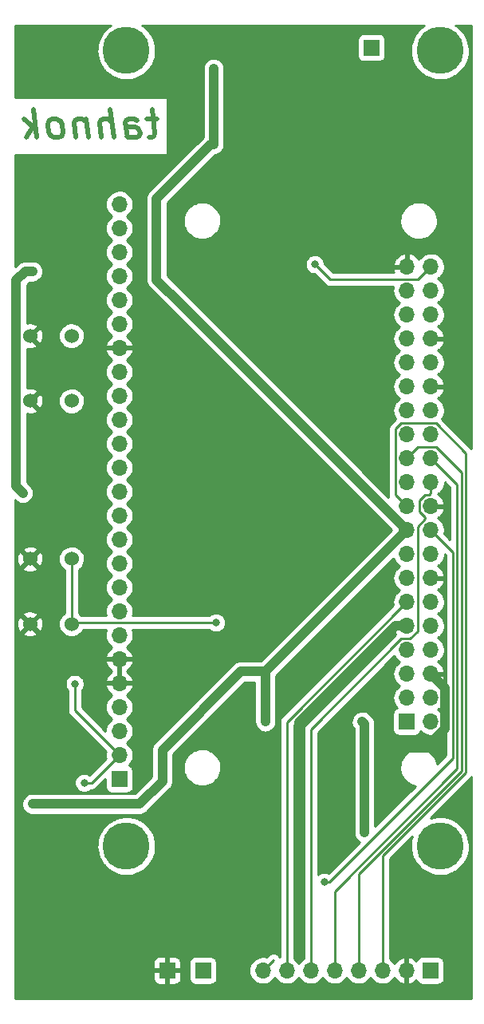
<source format=gbl>
G04 #@! TF.GenerationSoftware,KiCad,Pcbnew,(5.99.0-1124-gd78759612)*
G04 #@! TF.CreationDate,2020-05-27T21:00:59-04:00*
G04 #@! TF.ProjectId,bastion-hat,62617374-696f-46e2-9d68-61742e6b6963,rev?*
G04 #@! TF.SameCoordinates,Original*
G04 #@! TF.FileFunction,Copper,L2,Bot*
G04 #@! TF.FilePolarity,Positive*
%FSLAX46Y46*%
G04 Gerber Fmt 4.6, Leading zero omitted, Abs format (unit mm)*
G04 Created by KiCad (PCBNEW (5.99.0-1124-gd78759612)) date 2020-05-27 21:00:59*
%MOMM*%
%LPD*%
G01*
G04 APERTURE LIST*
G04 #@! TA.AperFunction,NonConductor*
%ADD10C,0.500000*%
G04 #@! TD*
G04 #@! TA.AperFunction,ComponentPad*
%ADD11O,1.700000X1.700000*%
G04 #@! TD*
G04 #@! TA.AperFunction,ComponentPad*
%ADD12R,1.700000X1.700000*%
G04 #@! TD*
G04 #@! TA.AperFunction,ComponentPad*
%ADD13C,5.000000*%
G04 #@! TD*
G04 #@! TA.AperFunction,ComponentPad*
%ADD14C,1.524000*%
G04 #@! TD*
G04 #@! TA.AperFunction,ViaPad*
%ADD15C,0.800000*%
G04 #@! TD*
G04 #@! TA.AperFunction,Conductor*
%ADD16C,1.000000*%
G04 #@! TD*
G04 #@! TA.AperFunction,Conductor*
%ADD17C,0.250000*%
G04 #@! TD*
G04 #@! TA.AperFunction,Conductor*
%ADD18C,0.254000*%
G04 #@! TD*
G04 APERTURE END LIST*
D10*
X129748303Y-62057142D02*
X128605446Y-62057142D01*
X129194732Y-61057142D02*
X129516160Y-63628571D01*
X129409017Y-63914285D01*
X129141160Y-64057142D01*
X128855446Y-64057142D01*
X126569732Y-64057142D02*
X126373303Y-62485714D01*
X126480446Y-62200000D01*
X126748303Y-62057142D01*
X127319732Y-62057142D01*
X127623303Y-62200000D01*
X126551875Y-63914285D02*
X126855446Y-64057142D01*
X127569732Y-64057142D01*
X127837589Y-63914285D01*
X127944732Y-63628571D01*
X127909017Y-63342857D01*
X127730446Y-63057142D01*
X127426875Y-62914285D01*
X126712589Y-62914285D01*
X126409017Y-62771428D01*
X125141160Y-64057142D02*
X124766160Y-61057142D01*
X123855446Y-64057142D02*
X123659017Y-62485714D01*
X123766160Y-62200000D01*
X124034017Y-62057142D01*
X124462589Y-62057142D01*
X124766160Y-62200000D01*
X124926875Y-62342857D01*
X122176875Y-62057142D02*
X122426875Y-64057142D01*
X122212589Y-62342857D02*
X122051875Y-62200000D01*
X121748303Y-62057142D01*
X121319732Y-62057142D01*
X121051875Y-62200000D01*
X120944732Y-62485714D01*
X121141160Y-64057142D01*
X119284017Y-64057142D02*
X119551875Y-63914285D01*
X119676875Y-63771428D01*
X119784017Y-63485714D01*
X119676875Y-62628571D01*
X119498303Y-62342857D01*
X119337589Y-62200000D01*
X119034017Y-62057142D01*
X118605446Y-62057142D01*
X118337589Y-62200000D01*
X118212589Y-62342857D01*
X118105446Y-62628571D01*
X118212589Y-63485714D01*
X118391160Y-63771428D01*
X118551875Y-63914285D01*
X118855446Y-64057142D01*
X119284017Y-64057142D01*
X116998303Y-64057142D02*
X116623303Y-61057142D01*
X116569732Y-62914285D02*
X115855446Y-64057142D01*
X115605446Y-62057142D02*
X116891160Y-63200000D01*
D11*
X158790000Y-77740000D03*
X156250000Y-77740000D03*
X158790000Y-95520000D03*
X156250000Y-95520000D03*
X158790000Y-100600000D03*
X156250000Y-100600000D03*
X158790000Y-90440000D03*
X156250000Y-90440000D03*
X158790000Y-118380000D03*
X156250000Y-118380000D03*
X158790000Y-87900000D03*
X156250000Y-87900000D03*
X158790000Y-105680000D03*
X156250000Y-105680000D03*
X158790000Y-82820000D03*
X156250000Y-82820000D03*
X158790000Y-85360000D03*
X156250000Y-85360000D03*
X158790000Y-80280000D03*
X156250000Y-80280000D03*
X158790000Y-103140000D03*
X156250000Y-103140000D03*
X158790000Y-115840000D03*
X156250000Y-115840000D03*
X158790000Y-110760000D03*
X156250000Y-110760000D03*
X158790000Y-92980000D03*
X156250000Y-92980000D03*
X158790000Y-113300000D03*
X156250000Y-113300000D03*
X158790000Y-98060000D03*
X156250000Y-98060000D03*
D12*
X156250000Y-126000000D03*
D11*
X158790000Y-126000000D03*
X156250000Y-120920000D03*
X158790000Y-123460000D03*
X158790000Y-108220000D03*
X156250000Y-108220000D03*
X156250000Y-123460000D03*
X158790000Y-120920000D03*
D13*
X126480000Y-139205000D03*
X159780000Y-139205000D03*
X159780000Y-54805000D03*
X126480000Y-54805000D03*
D11*
X140970000Y-152400000D03*
X143510000Y-152400000D03*
X146050000Y-152400000D03*
X148590000Y-152400000D03*
X151130000Y-152400000D03*
X153670000Y-152400000D03*
X156210000Y-152400000D03*
D12*
X158750000Y-152400000D03*
D14*
X116250000Y-91990000D03*
X116250000Y-85090000D03*
X120650000Y-91990000D03*
X120650000Y-85090000D03*
X116250000Y-115650000D03*
X116250000Y-108750000D03*
X120650000Y-115650000D03*
X120650000Y-108750000D03*
D11*
X125730000Y-71120000D03*
X125730000Y-73660000D03*
X125730000Y-76200000D03*
X125730000Y-78740000D03*
X125730000Y-81280000D03*
X125730000Y-83820000D03*
X125730000Y-86360000D03*
X125730000Y-88900000D03*
X125730000Y-91440000D03*
X125730000Y-93980000D03*
X125730000Y-96520000D03*
X125730000Y-99060000D03*
X125730000Y-101600000D03*
X125730000Y-104140000D03*
X125730000Y-106680000D03*
X125730000Y-109220000D03*
X125730000Y-111760000D03*
X125730000Y-114300000D03*
X125730000Y-116840000D03*
X125730000Y-119380000D03*
X125730000Y-121920000D03*
X125730000Y-124460000D03*
X125730000Y-127000000D03*
X125730000Y-129540000D03*
D12*
X125730000Y-132080000D03*
X130810000Y-152400000D03*
X134620000Y-152400000D03*
X152500000Y-54500000D03*
D15*
X144800000Y-128400000D03*
X153800000Y-128800000D03*
X128500000Y-146000000D03*
X137000000Y-75750000D03*
X147500000Y-143000000D03*
X146500000Y-77500000D03*
X122000000Y-132500000D03*
X136000000Y-115500000D03*
X121000000Y-122000000D03*
X115500000Y-101750000D03*
X116500000Y-78250000D03*
X141250000Y-126000000D03*
X135750000Y-56750000D03*
X116500000Y-134750000D03*
X151750000Y-137750000D03*
X151500000Y-126000000D03*
D16*
X135750000Y-64750000D02*
X135450000Y-64750000D01*
X135450000Y-64750000D02*
X129700000Y-70500000D01*
X129700000Y-70500000D02*
X129700000Y-79130000D01*
X129700000Y-79130000D02*
X132444999Y-81874999D01*
X140090002Y-120680000D02*
X138620000Y-120680000D01*
X138620000Y-120680000D02*
X130300000Y-129000000D01*
X130300000Y-129000000D02*
X130300000Y-132300000D01*
X127850000Y-134750000D02*
X126020002Y-134750000D01*
X130300000Y-132300000D02*
X127850000Y-134750000D01*
X155047919Y-115840000D02*
X144800000Y-126087919D01*
X144800000Y-126087919D02*
X144800000Y-128400000D01*
X156250000Y-115840000D02*
X155047919Y-115840000D01*
X160340001Y-126744001D02*
X158289003Y-128794999D01*
X158790000Y-120920000D02*
X160340001Y-122470001D01*
X153805001Y-128794999D02*
X153800000Y-128800000D01*
X160340001Y-122470001D02*
X160340001Y-126744001D01*
X158289003Y-128794999D02*
X153805001Y-128794999D01*
D17*
X162065034Y-99596032D02*
X159354001Y-96884999D01*
X151130000Y-142142821D02*
X162065034Y-131207787D01*
X157425001Y-96884999D02*
X156250000Y-98060000D01*
X151130000Y-152400000D02*
X151130000Y-142142821D01*
X153670000Y-152400000D02*
X153670000Y-140239232D01*
X155074999Y-101964999D02*
X156250000Y-103140000D01*
X153670000Y-140239232D02*
X162515045Y-131394187D01*
X159354001Y-96884999D02*
X157425001Y-96884999D01*
X162515045Y-97506043D02*
X159354001Y-94344999D01*
X162065034Y-131207787D02*
X162065034Y-99596032D01*
X155685999Y-94344999D02*
X155074999Y-94955999D01*
X148065685Y-143000000D02*
X147500000Y-143000000D01*
X162515045Y-131394187D02*
X162515045Y-97506043D01*
D16*
X158790000Y-120920000D02*
X158790000Y-120790000D01*
D17*
X155074999Y-94955999D02*
X155074999Y-101964999D01*
X161615023Y-100885023D02*
X158790000Y-98060000D01*
X161615023Y-131021388D02*
X161615023Y-100885023D01*
X148590000Y-152400000D02*
X148590000Y-144046411D01*
X161165012Y-129900673D02*
X148065685Y-143000000D01*
X161165012Y-108055012D02*
X161165012Y-129900673D01*
X148590000Y-144046411D02*
X161615023Y-131021388D01*
X158790000Y-105680000D02*
X161165012Y-108055012D01*
X159354001Y-94344999D02*
X155685999Y-94344999D01*
X137000000Y-75750000D02*
X137250000Y-76000000D01*
X148104999Y-79104999D02*
X157425001Y-79104999D01*
X146500000Y-77500000D02*
X148104999Y-79104999D01*
X157425001Y-79104999D02*
X158790000Y-77740000D01*
X122770000Y-132500000D02*
X125730000Y-129540000D01*
X122000000Y-132500000D02*
X122770000Y-132500000D01*
X143510000Y-126040000D02*
X156250000Y-113300000D01*
X143510000Y-152400000D02*
X143510000Y-126040000D01*
X146050000Y-126840998D02*
X146050000Y-152400000D01*
X155685999Y-117204999D02*
X146050000Y-126840998D01*
X157425001Y-116404001D02*
X156624003Y-117204999D01*
X158225999Y-104504999D02*
X157425001Y-105305997D01*
X158225999Y-104315001D02*
X158225999Y-104504999D01*
X157614999Y-103704001D02*
X158225999Y-104315001D01*
X158225999Y-101964999D02*
X157614999Y-102575999D01*
X157425001Y-105305997D02*
X157425001Y-116404001D01*
X158627082Y-101964999D02*
X158225999Y-101964999D01*
X157614999Y-102575999D02*
X157614999Y-103704001D01*
X158790000Y-101802081D02*
X158627082Y-101964999D01*
X156624003Y-117204999D02*
X155685999Y-117204999D01*
X158790000Y-100600000D02*
X158790000Y-101802081D01*
X120800000Y-115500000D02*
X120650000Y-115650000D01*
X136000000Y-115500000D02*
X120800000Y-115500000D01*
X120650000Y-108750000D02*
X120650000Y-115650000D01*
X121000000Y-124810000D02*
X125730000Y-129540000D01*
X121000000Y-122000000D02*
X121000000Y-124810000D01*
D16*
X115750000Y-78250000D02*
X114787999Y-79212001D01*
X114787999Y-79212001D02*
X114787999Y-101037999D01*
X114787999Y-101037999D02*
X115500000Y-101750000D01*
X116500000Y-78250000D02*
X115750000Y-78250000D01*
X132444999Y-81874999D02*
X156250000Y-105680000D01*
X135750000Y-56750000D02*
X135750000Y-64750000D01*
X141250000Y-120680000D02*
X141250000Y-126000000D01*
X156250000Y-105680000D02*
X141250000Y-120680000D01*
X141250000Y-120680000D02*
X140090002Y-120680000D01*
X126020002Y-134750000D02*
X116500000Y-134750000D01*
X151750000Y-126250000D02*
X151500000Y-126000000D01*
X151750000Y-137750000D02*
X151750000Y-126250000D01*
D17*
X140970000Y-152400000D02*
X142075010Y-151294990D01*
G36*
X124814963Y-52143873D02*
G01*
X124808814Y-52147730D01*
X124520135Y-52352883D01*
X124514470Y-52357422D01*
X124251284Y-52594396D01*
X124246178Y-52599556D01*
X124011974Y-52865208D01*
X124007495Y-52870921D01*
X123805376Y-53161731D01*
X123801583Y-53167921D01*
X123634229Y-53480035D01*
X123631172Y-53486620D01*
X123500801Y-53815901D01*
X123498522Y-53822793D01*
X123406861Y-54164877D01*
X123405389Y-54171985D01*
X123353653Y-54522337D01*
X123353008Y-54529568D01*
X123341884Y-54883544D01*
X123342074Y-54890801D01*
X123371709Y-55243709D01*
X123372731Y-55250896D01*
X123442731Y-55598060D01*
X123444573Y-55605081D01*
X123554012Y-55941899D01*
X123556649Y-55948662D01*
X123704075Y-56270669D01*
X123707472Y-56277085D01*
X123890932Y-56580013D01*
X123895044Y-56585995D01*
X124112105Y-56865829D01*
X124116877Y-56871299D01*
X124364664Y-57124331D01*
X124370033Y-57129216D01*
X124645260Y-57352091D01*
X124651155Y-57356326D01*
X124950174Y-57546090D01*
X124956517Y-57549620D01*
X125275367Y-57703759D01*
X125282073Y-57706537D01*
X125616524Y-57823005D01*
X125623506Y-57824994D01*
X125969128Y-57902249D01*
X125976292Y-57903422D01*
X126328503Y-57940441D01*
X126335754Y-57940783D01*
X126689886Y-57937075D01*
X126697128Y-57936581D01*
X127048486Y-57892194D01*
X127055623Y-57890871D01*
X127399552Y-57806394D01*
X127406490Y-57804260D01*
X127738430Y-57680812D01*
X127745077Y-57677895D01*
X128060628Y-57517114D01*
X128066895Y-57513452D01*
X128361875Y-57317466D01*
X128367679Y-57313108D01*
X128638179Y-57084519D01*
X128643444Y-57079522D01*
X128885878Y-56821357D01*
X128890534Y-56815788D01*
X129101688Y-56531470D01*
X129105673Y-56525402D01*
X129282749Y-56218699D01*
X129286011Y-56212214D01*
X129426661Y-55887190D01*
X129429155Y-55880373D01*
X129531516Y-55541337D01*
X129533211Y-55534279D01*
X129596101Y-55184749D01*
X129597067Y-55175560D01*
X129614184Y-54630894D01*
X129613797Y-54621661D01*
X129572978Y-54268873D01*
X129571730Y-54261722D01*
X129490859Y-53916928D01*
X129488797Y-53909968D01*
X129393222Y-53644499D01*
X151008163Y-53644499D01*
X151008163Y-55358258D01*
X151010319Y-55374634D01*
X151085137Y-55653859D01*
X151097880Y-55678339D01*
X151228990Y-55834590D01*
X151245879Y-55848761D01*
X151420120Y-55949359D01*
X151440837Y-55956900D01*
X151633538Y-55990878D01*
X151644499Y-55991837D01*
X153358258Y-55991837D01*
X153374634Y-55989681D01*
X153653859Y-55914863D01*
X153678339Y-55902120D01*
X153834590Y-55771010D01*
X153848761Y-55754121D01*
X153949359Y-55579880D01*
X153956900Y-55559163D01*
X153990878Y-55366462D01*
X153991837Y-55355501D01*
X153991837Y-53641742D01*
X153989681Y-53625366D01*
X153914863Y-53346142D01*
X153902120Y-53321662D01*
X153771010Y-53165410D01*
X153754121Y-53151239D01*
X153579880Y-53050641D01*
X153559163Y-53043100D01*
X153366462Y-53009122D01*
X153355501Y-53008163D01*
X151641742Y-53008163D01*
X151625366Y-53010319D01*
X151346142Y-53085137D01*
X151321662Y-53097880D01*
X151165410Y-53228990D01*
X151151239Y-53245879D01*
X151050641Y-53420120D01*
X151043100Y-53440837D01*
X151009122Y-53633538D01*
X151008163Y-53644499D01*
X129393222Y-53644499D01*
X129368832Y-53576754D01*
X129365985Y-53570077D01*
X129208517Y-53252860D01*
X129204920Y-53246554D01*
X129012036Y-52949538D01*
X129007738Y-52943688D01*
X128781994Y-52670810D01*
X128777053Y-52665492D01*
X128521440Y-52420369D01*
X128515921Y-52415655D01*
X128233828Y-52201535D01*
X128227803Y-52197486D01*
X128120454Y-52134000D01*
X158132922Y-52134000D01*
X158114963Y-52143873D01*
X158108814Y-52147730D01*
X157820135Y-52352883D01*
X157814470Y-52357422D01*
X157551284Y-52594396D01*
X157546178Y-52599556D01*
X157311974Y-52865208D01*
X157307495Y-52870921D01*
X157105376Y-53161731D01*
X157101583Y-53167921D01*
X156934229Y-53480035D01*
X156931172Y-53486620D01*
X156800801Y-53815901D01*
X156798522Y-53822793D01*
X156706861Y-54164877D01*
X156705389Y-54171985D01*
X156653653Y-54522337D01*
X156653008Y-54529568D01*
X156641884Y-54883544D01*
X156642074Y-54890801D01*
X156671709Y-55243709D01*
X156672731Y-55250896D01*
X156742731Y-55598060D01*
X156744573Y-55605081D01*
X156854012Y-55941899D01*
X156856649Y-55948662D01*
X157004075Y-56270669D01*
X157007472Y-56277085D01*
X157190932Y-56580013D01*
X157195044Y-56585995D01*
X157412105Y-56865829D01*
X157416877Y-56871299D01*
X157664664Y-57124331D01*
X157670033Y-57129216D01*
X157945260Y-57352091D01*
X157951155Y-57356326D01*
X158250174Y-57546090D01*
X158256517Y-57549620D01*
X158575367Y-57703759D01*
X158582073Y-57706537D01*
X158916524Y-57823005D01*
X158923506Y-57824994D01*
X159269128Y-57902249D01*
X159276292Y-57903422D01*
X159628503Y-57940441D01*
X159635754Y-57940783D01*
X159989886Y-57937075D01*
X159997128Y-57936581D01*
X160348486Y-57892194D01*
X160355623Y-57890871D01*
X160699552Y-57806394D01*
X160706490Y-57804260D01*
X161038430Y-57680812D01*
X161045077Y-57677895D01*
X161360628Y-57517114D01*
X161366895Y-57513452D01*
X161661875Y-57317466D01*
X161667679Y-57313108D01*
X161938179Y-57084519D01*
X161943444Y-57079522D01*
X162185878Y-56821357D01*
X162190534Y-56815788D01*
X162401688Y-56531470D01*
X162405673Y-56525402D01*
X162582749Y-56218699D01*
X162586011Y-56212214D01*
X162726661Y-55887190D01*
X162729155Y-55880373D01*
X162831516Y-55541337D01*
X162833211Y-55534279D01*
X162896101Y-55184749D01*
X162897067Y-55175560D01*
X162914184Y-54630894D01*
X162913797Y-54621661D01*
X162872978Y-54268873D01*
X162871730Y-54261722D01*
X162790859Y-53916928D01*
X162788797Y-53909968D01*
X162668832Y-53576754D01*
X162665985Y-53570077D01*
X162508517Y-53252860D01*
X162504920Y-53246554D01*
X162312036Y-52949538D01*
X162307738Y-52943688D01*
X162081994Y-52670810D01*
X162077053Y-52665492D01*
X161821440Y-52420369D01*
X161815921Y-52415655D01*
X161533828Y-52201535D01*
X161527803Y-52197486D01*
X161420454Y-52134000D01*
X163116000Y-52134000D01*
X163116000Y-97030783D01*
X163091664Y-97006447D01*
X163091651Y-97006432D01*
X159970413Y-93885197D01*
X159970408Y-93885190D01*
X159968866Y-93883648D01*
X160005833Y-93839435D01*
X160011962Y-93830698D01*
X160133256Y-93622294D01*
X160137825Y-93612650D01*
X160222272Y-93386787D01*
X160225151Y-93376511D01*
X160270392Y-93139351D01*
X160271507Y-93128128D01*
X160274077Y-92860341D01*
X160273178Y-92849099D01*
X160232499Y-92611114D01*
X160229817Y-92600784D01*
X160149723Y-92373343D01*
X160145339Y-92363612D01*
X160028067Y-92152916D01*
X160022107Y-92144064D01*
X159871013Y-91956140D01*
X159863647Y-91948417D01*
X159683049Y-91788638D01*
X159674486Y-91782267D01*
X159557888Y-91709973D01*
X159651330Y-91654491D01*
X159660012Y-91648286D01*
X159843645Y-91492004D01*
X159851158Y-91484424D01*
X160005833Y-91299435D01*
X160011962Y-91290698D01*
X160133256Y-91082294D01*
X160137825Y-91072650D01*
X160222272Y-90846787D01*
X160225151Y-90836511D01*
X160258943Y-90659369D01*
X160183356Y-90568000D01*
X158662000Y-90567999D01*
X158662001Y-90312000D01*
X160182863Y-90312001D01*
X160258373Y-90222488D01*
X160232499Y-90071114D01*
X160229817Y-90060784D01*
X160149723Y-89833343D01*
X160145339Y-89823612D01*
X160028067Y-89612916D01*
X160022107Y-89604064D01*
X159871013Y-89416140D01*
X159863647Y-89408417D01*
X159683049Y-89248638D01*
X159674486Y-89242267D01*
X159557888Y-89169973D01*
X159651330Y-89114491D01*
X159660012Y-89108286D01*
X159843645Y-88952004D01*
X159851158Y-88944424D01*
X160005833Y-88759435D01*
X160011962Y-88750698D01*
X160133256Y-88542294D01*
X160137825Y-88532650D01*
X160222272Y-88306787D01*
X160225151Y-88296511D01*
X160270392Y-88059351D01*
X160271507Y-88048128D01*
X160274077Y-87780341D01*
X160273178Y-87769099D01*
X160232499Y-87531114D01*
X160229817Y-87520784D01*
X160149723Y-87293343D01*
X160145339Y-87283612D01*
X160028067Y-87072916D01*
X160022107Y-87064064D01*
X159871013Y-86876140D01*
X159863647Y-86868417D01*
X159683049Y-86708638D01*
X159674486Y-86702267D01*
X159557888Y-86629973D01*
X159651330Y-86574491D01*
X159660012Y-86568286D01*
X159843645Y-86412004D01*
X159851158Y-86404424D01*
X160005833Y-86219435D01*
X160011962Y-86210698D01*
X160133256Y-86002294D01*
X160137825Y-85992650D01*
X160222272Y-85766787D01*
X160225151Y-85756511D01*
X160258943Y-85579369D01*
X160183356Y-85488000D01*
X158662000Y-85487999D01*
X158662001Y-85232000D01*
X160182863Y-85232001D01*
X160258373Y-85142488D01*
X160232499Y-84991114D01*
X160229817Y-84980784D01*
X160149723Y-84753343D01*
X160145339Y-84743612D01*
X160028067Y-84532916D01*
X160022107Y-84524064D01*
X159871013Y-84336140D01*
X159863647Y-84328417D01*
X159683049Y-84168638D01*
X159674486Y-84162267D01*
X159557888Y-84089973D01*
X159651330Y-84034491D01*
X159660012Y-84028286D01*
X159843645Y-83872004D01*
X159851158Y-83864424D01*
X160005833Y-83679435D01*
X160011962Y-83670698D01*
X160133256Y-83462294D01*
X160137825Y-83452650D01*
X160222272Y-83226787D01*
X160225151Y-83216511D01*
X160270392Y-82979351D01*
X160271507Y-82968128D01*
X160274077Y-82700341D01*
X160273178Y-82689099D01*
X160232499Y-82451114D01*
X160229817Y-82440784D01*
X160149723Y-82213343D01*
X160145339Y-82203612D01*
X160028067Y-81992916D01*
X160022107Y-81984064D01*
X159871013Y-81796140D01*
X159863647Y-81788417D01*
X159683049Y-81628638D01*
X159674486Y-81622267D01*
X159557888Y-81549973D01*
X159651330Y-81494491D01*
X159660012Y-81488286D01*
X159843645Y-81332004D01*
X159851158Y-81324424D01*
X160005833Y-81139435D01*
X160011962Y-81130698D01*
X160133256Y-80922294D01*
X160137825Y-80912650D01*
X160222272Y-80686787D01*
X160225151Y-80676511D01*
X160270392Y-80439351D01*
X160271507Y-80428128D01*
X160274077Y-80160341D01*
X160273178Y-80149099D01*
X160232499Y-79911114D01*
X160229817Y-79900784D01*
X160149723Y-79673343D01*
X160145339Y-79663612D01*
X160028067Y-79452916D01*
X160022107Y-79444064D01*
X159871013Y-79256140D01*
X159863647Y-79248417D01*
X159683049Y-79088638D01*
X159674486Y-79082267D01*
X159557888Y-79009973D01*
X159651330Y-78954491D01*
X159660012Y-78948286D01*
X159843645Y-78792004D01*
X159851158Y-78784424D01*
X160005833Y-78599435D01*
X160011962Y-78590698D01*
X160133256Y-78382294D01*
X160137825Y-78372650D01*
X160222272Y-78146787D01*
X160225151Y-78136511D01*
X160270392Y-77899351D01*
X160271507Y-77888128D01*
X160274077Y-77620341D01*
X160273178Y-77609099D01*
X160232499Y-77371114D01*
X160229817Y-77360784D01*
X160149723Y-77133343D01*
X160145339Y-77123612D01*
X160028067Y-76912916D01*
X160022107Y-76904064D01*
X159871013Y-76716140D01*
X159863647Y-76708417D01*
X159683049Y-76548638D01*
X159674486Y-76542267D01*
X159469549Y-76415202D01*
X159460036Y-76410365D01*
X159236619Y-76319645D01*
X159226427Y-76316480D01*
X158990919Y-76264700D01*
X158980340Y-76263298D01*
X158739475Y-76251939D01*
X158728809Y-76252339D01*
X158489474Y-76281727D01*
X158479030Y-76283918D01*
X158248068Y-76353210D01*
X158238142Y-76357130D01*
X158022155Y-76464346D01*
X158013032Y-76469882D01*
X157818199Y-76611957D01*
X157810138Y-76618952D01*
X157642029Y-76791822D01*
X157635263Y-76800074D01*
X157519229Y-76968903D01*
X157488067Y-76912916D01*
X157482107Y-76904064D01*
X157331013Y-76716140D01*
X157323647Y-76708417D01*
X157143049Y-76548638D01*
X157134486Y-76542267D01*
X156929549Y-76415202D01*
X156920036Y-76410365D01*
X156696619Y-76319645D01*
X156686427Y-76316480D01*
X156472096Y-76269356D01*
X156378000Y-76345011D01*
X156377999Y-77538192D01*
X156378000Y-77538193D01*
X156377999Y-77868000D01*
X154852272Y-77867999D01*
X154776602Y-77964852D01*
X154839221Y-78216005D01*
X154842669Y-78226104D01*
X154894421Y-78343999D01*
X148420216Y-78343999D01*
X147589450Y-77513233D01*
X154774085Y-77513233D01*
X154849734Y-77612000D01*
X156048191Y-77612001D01*
X156122000Y-77538192D01*
X156122001Y-76346201D01*
X156036981Y-76270982D01*
X155949474Y-76281726D01*
X155939030Y-76283918D01*
X155708068Y-76353210D01*
X155698142Y-76357130D01*
X155482155Y-76464346D01*
X155473032Y-76469882D01*
X155278199Y-76611957D01*
X155270138Y-76618952D01*
X155102029Y-76791822D01*
X155095263Y-76800074D01*
X154958683Y-76998798D01*
X154953403Y-77008073D01*
X154852260Y-77226968D01*
X154848619Y-77237000D01*
X154774085Y-77513233D01*
X147589450Y-77513233D01*
X147536000Y-77459784D01*
X147536000Y-77371938D01*
X147533844Y-77355562D01*
X147467554Y-77108165D01*
X147461233Y-77092905D01*
X147333171Y-76871095D01*
X147323116Y-76857991D01*
X147142009Y-76676884D01*
X147128905Y-76666829D01*
X146907095Y-76538767D01*
X146891835Y-76532446D01*
X146644438Y-76466156D01*
X146628062Y-76464000D01*
X146371938Y-76464000D01*
X146355562Y-76466156D01*
X146108165Y-76532446D01*
X146092905Y-76538767D01*
X145871095Y-76666829D01*
X145857991Y-76676884D01*
X145676884Y-76857991D01*
X145666829Y-76871095D01*
X145538767Y-77092905D01*
X145532446Y-77108165D01*
X145466156Y-77355562D01*
X145464000Y-77371938D01*
X145464000Y-77628062D01*
X145466156Y-77644438D01*
X145532446Y-77891835D01*
X145538767Y-77907095D01*
X145666829Y-78128905D01*
X145676884Y-78142009D01*
X145857991Y-78323116D01*
X145871095Y-78333171D01*
X146092905Y-78461233D01*
X146108165Y-78467554D01*
X146355562Y-78533844D01*
X146371938Y-78536000D01*
X146459785Y-78536000D01*
X147605388Y-79681605D01*
X147605403Y-79681618D01*
X147645019Y-79721235D01*
X147661065Y-79732893D01*
X147706149Y-79755865D01*
X147747083Y-79785605D01*
X147764753Y-79794609D01*
X147812872Y-79810244D01*
X147857960Y-79833217D01*
X147876822Y-79839345D01*
X147926804Y-79847262D01*
X147974919Y-79862896D01*
X147994508Y-79865998D01*
X148049808Y-79865998D01*
X148049820Y-79865999D01*
X154824605Y-79865999D01*
X154785802Y-80009807D01*
X154783903Y-80020309D01*
X154761211Y-80260372D01*
X154761109Y-80271043D01*
X154779188Y-80511497D01*
X154780885Y-80522034D01*
X154839221Y-80756005D01*
X154842669Y-80766104D01*
X154939591Y-80986900D01*
X154944692Y-80996275D01*
X155077430Y-81197584D01*
X155084038Y-81205965D01*
X155248798Y-81382032D01*
X155256722Y-81389180D01*
X155448792Y-81534968D01*
X155457808Y-81540679D01*
X155474166Y-81549194D01*
X155473032Y-81549882D01*
X155278199Y-81691957D01*
X155270138Y-81698952D01*
X155102029Y-81871822D01*
X155095263Y-81880074D01*
X154958683Y-82078798D01*
X154953403Y-82088073D01*
X154852260Y-82306968D01*
X154848618Y-82317000D01*
X154785802Y-82549807D01*
X154783903Y-82560309D01*
X154761211Y-82800372D01*
X154761109Y-82811043D01*
X154779188Y-83051497D01*
X154780885Y-83062034D01*
X154839221Y-83296005D01*
X154842669Y-83306104D01*
X154939591Y-83526900D01*
X154944692Y-83536275D01*
X155077430Y-83737584D01*
X155084038Y-83745965D01*
X155248798Y-83922032D01*
X155256722Y-83929180D01*
X155448792Y-84074968D01*
X155457808Y-84080679D01*
X155474166Y-84089194D01*
X155473032Y-84089882D01*
X155278199Y-84231957D01*
X155270138Y-84238952D01*
X155102029Y-84411822D01*
X155095263Y-84420074D01*
X154958683Y-84618798D01*
X154953403Y-84628073D01*
X154852260Y-84846968D01*
X154848618Y-84857000D01*
X154785802Y-85089807D01*
X154783903Y-85100309D01*
X154761211Y-85340372D01*
X154761109Y-85351043D01*
X154779188Y-85591497D01*
X154780885Y-85602034D01*
X154839221Y-85836005D01*
X154842669Y-85846104D01*
X154939591Y-86066900D01*
X154944692Y-86076275D01*
X155077430Y-86277584D01*
X155084038Y-86285965D01*
X155248798Y-86462032D01*
X155256722Y-86469180D01*
X155448792Y-86614968D01*
X155457808Y-86620679D01*
X155474166Y-86629194D01*
X155473032Y-86629882D01*
X155278199Y-86771957D01*
X155270138Y-86778952D01*
X155102029Y-86951822D01*
X155095263Y-86960074D01*
X154958683Y-87158798D01*
X154953403Y-87168073D01*
X154852260Y-87386968D01*
X154848618Y-87397000D01*
X154785802Y-87629807D01*
X154783903Y-87640309D01*
X154761211Y-87880372D01*
X154761109Y-87891043D01*
X154779188Y-88131497D01*
X154780885Y-88142034D01*
X154839221Y-88376005D01*
X154842669Y-88386104D01*
X154939591Y-88606900D01*
X154944692Y-88616275D01*
X155077430Y-88817584D01*
X155084038Y-88825965D01*
X155248798Y-89002032D01*
X155256722Y-89009180D01*
X155448792Y-89154968D01*
X155457808Y-89160679D01*
X155474166Y-89169194D01*
X155473032Y-89169882D01*
X155278199Y-89311957D01*
X155270138Y-89318952D01*
X155102029Y-89491822D01*
X155095263Y-89500074D01*
X154958683Y-89698798D01*
X154953403Y-89708073D01*
X154852260Y-89926968D01*
X154848618Y-89937000D01*
X154785802Y-90169807D01*
X154783903Y-90180309D01*
X154761211Y-90420372D01*
X154761109Y-90431043D01*
X154779188Y-90671497D01*
X154780885Y-90682034D01*
X154839221Y-90916005D01*
X154842669Y-90926104D01*
X154939591Y-91146900D01*
X154944692Y-91156275D01*
X155077430Y-91357584D01*
X155084038Y-91365965D01*
X155248798Y-91542032D01*
X155256722Y-91549180D01*
X155448792Y-91694968D01*
X155457808Y-91700679D01*
X155474166Y-91709194D01*
X155473032Y-91709882D01*
X155278199Y-91851957D01*
X155270138Y-91858952D01*
X155102029Y-92031822D01*
X155095263Y-92040074D01*
X154958683Y-92238798D01*
X154953403Y-92248073D01*
X154852260Y-92466968D01*
X154848618Y-92477000D01*
X154785802Y-92709807D01*
X154783903Y-92720309D01*
X154761211Y-92960372D01*
X154761109Y-92971043D01*
X154779188Y-93211497D01*
X154780885Y-93222034D01*
X154839221Y-93456005D01*
X154842669Y-93466104D01*
X154939591Y-93686900D01*
X154944692Y-93696275D01*
X155069390Y-93885391D01*
X154608008Y-94346774D01*
X154608007Y-94346775D01*
X154458762Y-94496021D01*
X154447105Y-94512066D01*
X154424137Y-94557144D01*
X154394393Y-94598082D01*
X154385389Y-94615754D01*
X154369752Y-94663879D01*
X154346781Y-94708962D01*
X154340652Y-94727823D01*
X154332735Y-94777808D01*
X154317102Y-94825922D01*
X154314000Y-94845510D01*
X154314000Y-94900809D01*
X154313999Y-94900821D01*
X154314000Y-101864426D01*
X154314000Y-102075488D01*
X154317102Y-102095077D01*
X154332738Y-102143198D01*
X154335183Y-102158638D01*
X133292968Y-81116423D01*
X133292955Y-81116408D01*
X130836000Y-78659455D01*
X130836000Y-72820085D01*
X132506578Y-72820085D01*
X132519388Y-73102191D01*
X132520461Y-73111258D01*
X132573860Y-73388560D01*
X132576231Y-73397377D01*
X132669103Y-73664066D01*
X132672722Y-73672448D01*
X132803118Y-73922937D01*
X132807908Y-73930709D01*
X132973098Y-74159751D01*
X132978961Y-74166751D01*
X133175484Y-74369546D01*
X133182296Y-74375626D01*
X133406036Y-74547929D01*
X133413654Y-74552962D01*
X133659923Y-74691162D01*
X133668188Y-74695042D01*
X133931828Y-74796244D01*
X133940566Y-74798891D01*
X134216054Y-74860974D01*
X134225083Y-74862331D01*
X134506647Y-74883997D01*
X134515777Y-74884037D01*
X134797519Y-74864830D01*
X134806560Y-74863551D01*
X135082579Y-74803874D01*
X135091340Y-74801303D01*
X135355853Y-74702406D01*
X135364151Y-74698598D01*
X135611617Y-74562552D01*
X135619279Y-74557586D01*
X135844514Y-74387243D01*
X135851379Y-74381223D01*
X136049664Y-74180149D01*
X136055587Y-74173201D01*
X136222771Y-73945610D01*
X136227629Y-73937879D01*
X136360206Y-73688537D01*
X136363897Y-73680187D01*
X136459092Y-73414319D01*
X136461540Y-73405523D01*
X136517526Y-73127861D01*
X136518748Y-73117093D01*
X136526785Y-72820085D01*
X155506578Y-72820085D01*
X155519388Y-73102191D01*
X155520461Y-73111258D01*
X155573860Y-73388560D01*
X155576231Y-73397377D01*
X155669103Y-73664066D01*
X155672722Y-73672448D01*
X155803118Y-73922937D01*
X155807908Y-73930709D01*
X155973098Y-74159751D01*
X155978961Y-74166751D01*
X156175484Y-74369546D01*
X156182296Y-74375626D01*
X156406036Y-74547929D01*
X156413654Y-74552962D01*
X156659923Y-74691162D01*
X156668188Y-74695042D01*
X156931828Y-74796244D01*
X156940566Y-74798891D01*
X157216054Y-74860974D01*
X157225083Y-74862331D01*
X157506647Y-74883997D01*
X157515777Y-74884037D01*
X157797519Y-74864830D01*
X157806560Y-74863551D01*
X158082579Y-74803874D01*
X158091340Y-74801303D01*
X158355853Y-74702406D01*
X158364151Y-74698598D01*
X158611617Y-74562552D01*
X158619279Y-74557586D01*
X158844514Y-74387243D01*
X158851379Y-74381223D01*
X159049664Y-74180149D01*
X159055587Y-74173201D01*
X159222771Y-73945610D01*
X159227629Y-73937879D01*
X159360206Y-73688537D01*
X159363897Y-73680187D01*
X159459092Y-73414319D01*
X159461540Y-73405523D01*
X159517526Y-73127861D01*
X159518748Y-73117093D01*
X159529186Y-72731359D01*
X159528548Y-72720540D01*
X159487659Y-72440257D01*
X159485691Y-72431341D01*
X159405013Y-72160714D01*
X159401779Y-72152176D01*
X159282879Y-71896030D01*
X159278446Y-71888048D01*
X159123817Y-71651749D01*
X159118277Y-71644491D01*
X158931155Y-71432989D01*
X158924626Y-71426606D01*
X158708933Y-71244331D01*
X158701551Y-71238958D01*
X158461805Y-71089728D01*
X158453724Y-71085477D01*
X158194946Y-70972421D01*
X158186337Y-70969380D01*
X157913950Y-70894863D01*
X157904992Y-70893098D01*
X157624700Y-70858682D01*
X157615581Y-70858228D01*
X157333257Y-70864635D01*
X157324168Y-70865502D01*
X157045726Y-70912597D01*
X157036857Y-70914767D01*
X156768131Y-71001563D01*
X156759668Y-71004991D01*
X156506285Y-71129671D01*
X156498406Y-71134285D01*
X156265676Y-71294236D01*
X156258546Y-71299938D01*
X156051343Y-71491810D01*
X156045110Y-71498482D01*
X155867776Y-71718256D01*
X155862571Y-71725757D01*
X155718820Y-71968827D01*
X155714753Y-71977002D01*
X155607596Y-72238278D01*
X155604752Y-72246954D01*
X155536434Y-72520962D01*
X155534872Y-72529958D01*
X155506825Y-72810958D01*
X155506578Y-72820085D01*
X136526785Y-72820085D01*
X136529186Y-72731359D01*
X136528548Y-72720540D01*
X136487659Y-72440257D01*
X136485691Y-72431341D01*
X136405013Y-72160714D01*
X136401779Y-72152176D01*
X136282879Y-71896030D01*
X136278446Y-71888048D01*
X136123817Y-71651749D01*
X136118277Y-71644491D01*
X135931155Y-71432989D01*
X135924626Y-71426606D01*
X135708933Y-71244331D01*
X135701551Y-71238958D01*
X135461805Y-71089728D01*
X135453724Y-71085477D01*
X135194946Y-70972421D01*
X135186337Y-70969380D01*
X134913950Y-70894863D01*
X134904992Y-70893098D01*
X134624700Y-70858682D01*
X134615581Y-70858228D01*
X134333257Y-70864635D01*
X134324168Y-70865502D01*
X134045726Y-70912597D01*
X134036857Y-70914767D01*
X133768131Y-71001563D01*
X133759668Y-71004991D01*
X133506285Y-71129671D01*
X133498406Y-71134285D01*
X133265676Y-71294236D01*
X133258546Y-71299938D01*
X133051343Y-71491810D01*
X133045110Y-71498482D01*
X132867776Y-71718256D01*
X132862571Y-71725757D01*
X132718820Y-71968827D01*
X132714753Y-71977002D01*
X132607596Y-72238278D01*
X132604752Y-72246954D01*
X132536434Y-72520962D01*
X132534872Y-72529958D01*
X132506825Y-72810958D01*
X132506578Y-72820085D01*
X130836000Y-72820085D01*
X130836000Y-70970545D01*
X135931881Y-65874665D01*
X135951516Y-65869951D01*
X136015367Y-65862224D01*
X136030121Y-65858600D01*
X136084700Y-65837976D01*
X136141443Y-65824353D01*
X136155683Y-65819058D01*
X136212849Y-65789552D01*
X136273009Y-65766820D01*
X136286473Y-65759782D01*
X136334557Y-65726734D01*
X136386414Y-65699969D01*
X136398979Y-65691429D01*
X136447448Y-65649147D01*
X136500458Y-65612715D01*
X136511855Y-65602667D01*
X136550671Y-65559100D01*
X136594642Y-65520742D01*
X136604808Y-65509451D01*
X136641794Y-65456824D01*
X136684582Y-65408801D01*
X136693252Y-65396326D01*
X136720554Y-65344760D01*
X136754108Y-65297019D01*
X136761288Y-65283629D01*
X136784654Y-65223699D01*
X136814751Y-65166856D01*
X136820195Y-65152673D01*
X136834411Y-65096077D01*
X136855667Y-65041560D01*
X136859488Y-65026514D01*
X136867182Y-64965607D01*
X136883449Y-64900845D01*
X136885353Y-64885772D01*
X136885712Y-64817254D01*
X136886000Y-64812675D01*
X136886000Y-64762251D01*
X136886713Y-64626126D01*
X136886000Y-64619964D01*
X136886000Y-56684907D01*
X136885543Y-56677332D01*
X136862224Y-56484633D01*
X136858600Y-56469880D01*
X136766820Y-56226991D01*
X136759782Y-56213527D01*
X136612715Y-55999542D01*
X136602667Y-55988146D01*
X136408801Y-55815418D01*
X136396326Y-55806748D01*
X136166855Y-55685249D01*
X136152671Y-55679805D01*
X135900843Y-55616551D01*
X135885771Y-55614647D01*
X135626125Y-55613287D01*
X135611033Y-55615033D01*
X135358557Y-55675647D01*
X135344317Y-55680942D01*
X135113586Y-55800031D01*
X135101021Y-55808570D01*
X134905357Y-55979259D01*
X134895192Y-55990549D01*
X134745891Y-56202983D01*
X134738712Y-56216372D01*
X134644333Y-56458441D01*
X134640512Y-56473487D01*
X134614497Y-56679418D01*
X134614000Y-56687321D01*
X134614001Y-63979453D01*
X128924602Y-69668853D01*
X128855357Y-69729259D01*
X128845192Y-69740549D01*
X128787637Y-69822442D01*
X128725897Y-69901182D01*
X128718027Y-69914178D01*
X128708798Y-69934619D01*
X128695891Y-69952983D01*
X128688712Y-69966372D01*
X128652355Y-70059624D01*
X128611177Y-70150824D01*
X128606634Y-70165319D01*
X128602544Y-70187381D01*
X128594333Y-70208443D01*
X128590512Y-70223487D01*
X128579081Y-70313981D01*
X128559316Y-70420623D01*
X128558362Y-70435786D01*
X128564000Y-70533571D01*
X128564001Y-79090583D01*
X128557751Y-79182256D01*
X128558546Y-79197427D01*
X128575759Y-79296050D01*
X128587777Y-79395367D01*
X128591401Y-79410122D01*
X128599330Y-79431104D01*
X128603188Y-79453210D01*
X128607579Y-79467755D01*
X128647812Y-79559406D01*
X128683181Y-79653009D01*
X128690219Y-79666473D01*
X128702928Y-79684965D01*
X128712012Y-79705659D01*
X128719949Y-79719000D01*
X128775856Y-79791075D01*
X128837286Y-79880458D01*
X128847334Y-79891854D01*
X128920485Y-79957030D01*
X131687535Y-82724082D01*
X131687554Y-82724099D01*
X154643455Y-105680000D01*
X140779455Y-119544000D01*
X138659402Y-119544000D01*
X138567743Y-119537751D01*
X138552572Y-119538546D01*
X138453966Y-119555756D01*
X138354633Y-119567776D01*
X138339880Y-119571400D01*
X138318895Y-119579330D01*
X138296788Y-119583188D01*
X138282244Y-119587579D01*
X138190600Y-119627807D01*
X138096990Y-119663180D01*
X138083526Y-119670219D01*
X138065034Y-119682929D01*
X138044341Y-119692011D01*
X138030999Y-119699949D01*
X137958928Y-119755853D01*
X137869542Y-119817285D01*
X137858146Y-119827333D01*
X137792970Y-119900484D01*
X129524602Y-128168853D01*
X129455357Y-128229259D01*
X129445192Y-128240549D01*
X129387637Y-128322442D01*
X129325897Y-128401182D01*
X129318027Y-128414178D01*
X129308798Y-128434619D01*
X129295891Y-128452983D01*
X129288712Y-128466372D01*
X129252355Y-128559624D01*
X129211177Y-128650824D01*
X129206634Y-128665319D01*
X129202544Y-128687381D01*
X129194333Y-128708443D01*
X129190512Y-128723487D01*
X129179081Y-128813981D01*
X129159316Y-128920623D01*
X129158362Y-128935786D01*
X129164000Y-129033571D01*
X129164001Y-131829454D01*
X127379455Y-133614000D01*
X116434907Y-133614000D01*
X116427332Y-133614457D01*
X116234633Y-133637776D01*
X116219880Y-133641400D01*
X115976991Y-133733180D01*
X115963527Y-133740218D01*
X115749542Y-133887285D01*
X115738146Y-133897333D01*
X115565418Y-134091199D01*
X115556748Y-134103674D01*
X115435249Y-134333144D01*
X115429805Y-134347327D01*
X115366551Y-134599156D01*
X115364647Y-134614228D01*
X115363287Y-134873875D01*
X115365033Y-134888967D01*
X115425647Y-135141443D01*
X115430942Y-135155683D01*
X115550031Y-135386414D01*
X115558570Y-135398979D01*
X115729259Y-135594642D01*
X115740549Y-135604808D01*
X115952982Y-135754109D01*
X115966371Y-135761288D01*
X116208440Y-135855667D01*
X116223486Y-135859488D01*
X116429417Y-135885503D01*
X116437320Y-135886000D01*
X127810597Y-135886000D01*
X127902256Y-135892249D01*
X127917427Y-135891454D01*
X128016036Y-135874244D01*
X128115366Y-135862224D01*
X128130119Y-135858600D01*
X128151110Y-135850669D01*
X128173213Y-135846811D01*
X128187756Y-135842420D01*
X128279390Y-135802195D01*
X128373009Y-135766820D01*
X128386473Y-135759781D01*
X128404968Y-135747071D01*
X128425659Y-135737988D01*
X128439000Y-135730051D01*
X128511052Y-135674161D01*
X128600458Y-135612715D01*
X128611854Y-135602668D01*
X128677039Y-135529506D01*
X131075398Y-133131147D01*
X131144642Y-133070742D01*
X131154808Y-133059452D01*
X131212370Y-132977550D01*
X131274103Y-132898818D01*
X131281973Y-132885823D01*
X131291202Y-132865382D01*
X131304109Y-132847018D01*
X131311288Y-132833629D01*
X131347644Y-132740378D01*
X131388823Y-132649178D01*
X131393366Y-132634681D01*
X131397453Y-132612625D01*
X131405666Y-132591561D01*
X131409488Y-132576515D01*
X131420920Y-132486014D01*
X131440684Y-132379378D01*
X131441638Y-132364215D01*
X131436000Y-132266436D01*
X131436000Y-130820085D01*
X132506578Y-130820085D01*
X132519388Y-131102191D01*
X132520461Y-131111258D01*
X132573860Y-131388560D01*
X132576231Y-131397377D01*
X132669103Y-131664066D01*
X132672722Y-131672448D01*
X132803118Y-131922937D01*
X132807908Y-131930709D01*
X132973098Y-132159751D01*
X132978961Y-132166751D01*
X133175484Y-132369546D01*
X133182296Y-132375626D01*
X133406036Y-132547929D01*
X133413654Y-132552962D01*
X133659923Y-132691162D01*
X133668188Y-132695042D01*
X133931828Y-132796244D01*
X133940566Y-132798891D01*
X134216054Y-132860974D01*
X134225083Y-132862331D01*
X134506647Y-132883997D01*
X134515777Y-132884037D01*
X134797519Y-132864830D01*
X134806560Y-132863551D01*
X135082579Y-132803874D01*
X135091340Y-132801303D01*
X135355853Y-132702406D01*
X135364151Y-132698598D01*
X135611617Y-132562552D01*
X135619279Y-132557586D01*
X135844514Y-132387243D01*
X135851379Y-132381223D01*
X136049664Y-132180149D01*
X136055587Y-132173201D01*
X136222771Y-131945610D01*
X136227629Y-131937879D01*
X136360206Y-131688537D01*
X136363897Y-131680187D01*
X136459092Y-131414319D01*
X136461540Y-131405523D01*
X136517526Y-131127861D01*
X136518748Y-131117093D01*
X136529186Y-130731359D01*
X136528548Y-130720540D01*
X136487659Y-130440257D01*
X136485691Y-130431341D01*
X136405013Y-130160714D01*
X136401779Y-130152176D01*
X136282879Y-129896030D01*
X136278446Y-129888048D01*
X136123817Y-129651749D01*
X136118277Y-129644491D01*
X135931155Y-129432989D01*
X135924626Y-129426606D01*
X135708933Y-129244331D01*
X135701551Y-129238958D01*
X135461805Y-129089728D01*
X135453724Y-129085477D01*
X135194946Y-128972421D01*
X135186337Y-128969380D01*
X134913950Y-128894863D01*
X134904992Y-128893098D01*
X134624700Y-128858682D01*
X134615581Y-128858228D01*
X134333257Y-128864635D01*
X134324168Y-128865502D01*
X134045726Y-128912597D01*
X134036857Y-128914767D01*
X133768131Y-129001563D01*
X133759668Y-129004991D01*
X133506285Y-129129671D01*
X133498406Y-129134285D01*
X133265676Y-129294236D01*
X133258546Y-129299938D01*
X133051343Y-129491810D01*
X133045110Y-129498482D01*
X132867776Y-129718256D01*
X132862571Y-129725757D01*
X132718820Y-129968827D01*
X132714753Y-129977002D01*
X132607596Y-130238278D01*
X132604752Y-130246954D01*
X132536434Y-130520962D01*
X132534872Y-130529958D01*
X132506825Y-130810958D01*
X132506578Y-130820085D01*
X131436000Y-130820085D01*
X131436000Y-129470545D01*
X139090546Y-121816000D01*
X140114000Y-121816000D01*
X140114001Y-126065093D01*
X140114458Y-126072668D01*
X140137777Y-126265367D01*
X140141401Y-126280120D01*
X140233181Y-126523009D01*
X140240219Y-126536473D01*
X140387286Y-126750458D01*
X140397334Y-126761854D01*
X140591200Y-126934582D01*
X140603675Y-126943252D01*
X140833145Y-127064751D01*
X140847328Y-127070195D01*
X141099157Y-127133449D01*
X141114229Y-127135353D01*
X141373875Y-127136713D01*
X141388967Y-127134967D01*
X141641443Y-127074353D01*
X141655683Y-127069058D01*
X141886414Y-126949969D01*
X141898979Y-126941430D01*
X142094642Y-126770741D01*
X142104808Y-126759451D01*
X142254109Y-126547018D01*
X142261288Y-126533629D01*
X142355667Y-126291560D01*
X142359488Y-126276514D01*
X142385503Y-126070583D01*
X142386000Y-126062680D01*
X142386000Y-121150545D01*
X154839557Y-108696988D01*
X154842669Y-108706104D01*
X154939591Y-108926900D01*
X154944692Y-108936275D01*
X155077430Y-109137584D01*
X155084038Y-109145965D01*
X155248798Y-109322032D01*
X155256722Y-109329180D01*
X155448792Y-109474968D01*
X155457808Y-109480679D01*
X155474166Y-109489194D01*
X155473032Y-109489882D01*
X155278199Y-109631957D01*
X155270138Y-109638952D01*
X155102029Y-109811822D01*
X155095263Y-109820074D01*
X154958683Y-110018798D01*
X154953403Y-110028073D01*
X154852260Y-110246968D01*
X154848618Y-110257000D01*
X154785802Y-110489807D01*
X154783903Y-110500309D01*
X154761211Y-110740372D01*
X154761109Y-110751043D01*
X154779188Y-110991497D01*
X154780885Y-111002034D01*
X154839221Y-111236005D01*
X154842669Y-111246104D01*
X154939591Y-111466900D01*
X154944692Y-111476275D01*
X155077430Y-111677584D01*
X155084038Y-111685965D01*
X155248798Y-111862032D01*
X155256722Y-111869180D01*
X155448792Y-112014968D01*
X155457808Y-112020679D01*
X155474166Y-112029194D01*
X155473032Y-112029882D01*
X155278199Y-112171957D01*
X155270138Y-112178952D01*
X155102029Y-112351822D01*
X155095263Y-112360074D01*
X154958683Y-112558798D01*
X154953403Y-112568073D01*
X154852260Y-112786968D01*
X154848618Y-112797000D01*
X154785802Y-113029807D01*
X154783903Y-113040309D01*
X154761211Y-113280372D01*
X154761109Y-113291043D01*
X154779188Y-113531497D01*
X154780885Y-113542033D01*
X154810993Y-113662792D01*
X143043010Y-125430776D01*
X142893765Y-125580020D01*
X142882108Y-125596065D01*
X142859138Y-125641144D01*
X142829393Y-125682085D01*
X142820389Y-125699757D01*
X142804753Y-125747882D01*
X142781783Y-125792960D01*
X142775654Y-125811823D01*
X142767739Y-125861801D01*
X142752103Y-125909922D01*
X142749001Y-125929511D01*
X142749001Y-125990026D01*
X142749000Y-150927969D01*
X142625726Y-150758297D01*
X142611703Y-150744274D01*
X142432925Y-150614384D01*
X142415254Y-150605380D01*
X142205088Y-150537093D01*
X142185499Y-150533991D01*
X141964519Y-150533991D01*
X141944930Y-150537094D01*
X141734765Y-150605380D01*
X141717093Y-150614384D01*
X141583268Y-150711615D01*
X141575739Y-150718045D01*
X141333368Y-150960417D01*
X141170919Y-150924700D01*
X141160340Y-150923298D01*
X140919475Y-150911939D01*
X140908809Y-150912339D01*
X140669474Y-150941727D01*
X140659030Y-150943918D01*
X140428068Y-151013210D01*
X140418142Y-151017130D01*
X140202155Y-151124346D01*
X140193032Y-151129882D01*
X139998199Y-151271957D01*
X139990138Y-151278952D01*
X139822029Y-151451822D01*
X139815263Y-151460074D01*
X139678683Y-151658798D01*
X139673403Y-151668073D01*
X139572260Y-151886968D01*
X139568618Y-151897000D01*
X139505802Y-152129807D01*
X139503903Y-152140309D01*
X139481211Y-152380372D01*
X139481109Y-152391043D01*
X139499188Y-152631497D01*
X139500885Y-152642034D01*
X139559221Y-152876005D01*
X139562669Y-152886104D01*
X139659591Y-153106900D01*
X139664692Y-153116275D01*
X139797430Y-153317584D01*
X139804038Y-153325965D01*
X139968798Y-153502032D01*
X139976722Y-153509180D01*
X140168792Y-153654968D01*
X140177808Y-153660679D01*
X140391696Y-153772021D01*
X140401545Y-153776131D01*
X140631134Y-153849844D01*
X140641535Y-153852236D01*
X140880262Y-153886212D01*
X140890917Y-153886817D01*
X141131956Y-153880084D01*
X141142561Y-153878885D01*
X141379019Y-153831636D01*
X141389270Y-153828667D01*
X141614387Y-153742253D01*
X141623991Y-153737600D01*
X141831330Y-153614491D01*
X141840012Y-153608286D01*
X142023645Y-153452004D01*
X142031158Y-153444424D01*
X142185833Y-153259435D01*
X142191962Y-153250698D01*
X142239486Y-153169043D01*
X142337430Y-153317584D01*
X142344038Y-153325965D01*
X142508798Y-153502032D01*
X142516722Y-153509180D01*
X142708792Y-153654968D01*
X142717808Y-153660679D01*
X142931696Y-153772021D01*
X142941545Y-153776131D01*
X143171134Y-153849844D01*
X143181535Y-153852236D01*
X143420262Y-153886212D01*
X143430917Y-153886817D01*
X143671956Y-153880084D01*
X143682561Y-153878885D01*
X143919019Y-153831636D01*
X143929270Y-153828667D01*
X144154387Y-153742253D01*
X144163991Y-153737600D01*
X144371330Y-153614491D01*
X144380012Y-153608286D01*
X144563645Y-153452004D01*
X144571158Y-153444424D01*
X144725833Y-153259435D01*
X144731962Y-153250698D01*
X144779486Y-153169043D01*
X144877430Y-153317584D01*
X144884038Y-153325965D01*
X145048798Y-153502032D01*
X145056722Y-153509180D01*
X145248792Y-153654968D01*
X145257808Y-153660679D01*
X145471696Y-153772021D01*
X145481545Y-153776131D01*
X145711134Y-153849844D01*
X145721535Y-153852236D01*
X145960262Y-153886212D01*
X145970917Y-153886817D01*
X146211956Y-153880084D01*
X146222561Y-153878885D01*
X146459019Y-153831636D01*
X146469270Y-153828667D01*
X146694387Y-153742253D01*
X146703991Y-153737600D01*
X146911330Y-153614491D01*
X146920012Y-153608286D01*
X147103645Y-153452004D01*
X147111158Y-153444424D01*
X147265833Y-153259435D01*
X147271962Y-153250698D01*
X147319486Y-153169043D01*
X147417430Y-153317584D01*
X147424038Y-153325965D01*
X147588798Y-153502032D01*
X147596722Y-153509180D01*
X147788792Y-153654968D01*
X147797808Y-153660679D01*
X148011696Y-153772021D01*
X148021545Y-153776131D01*
X148251134Y-153849844D01*
X148261535Y-153852236D01*
X148500262Y-153886212D01*
X148510917Y-153886817D01*
X148751956Y-153880084D01*
X148762561Y-153878885D01*
X148999019Y-153831636D01*
X149009270Y-153828667D01*
X149234387Y-153742253D01*
X149243991Y-153737600D01*
X149451330Y-153614491D01*
X149460012Y-153608286D01*
X149643645Y-153452004D01*
X149651158Y-153444424D01*
X149805833Y-153259435D01*
X149811962Y-153250698D01*
X149859486Y-153169043D01*
X149957430Y-153317584D01*
X149964038Y-153325965D01*
X150128798Y-153502032D01*
X150136722Y-153509180D01*
X150328792Y-153654968D01*
X150337808Y-153660679D01*
X150551696Y-153772021D01*
X150561545Y-153776131D01*
X150791134Y-153849844D01*
X150801535Y-153852236D01*
X151040262Y-153886212D01*
X151050917Y-153886817D01*
X151291956Y-153880084D01*
X151302561Y-153878885D01*
X151539019Y-153831636D01*
X151549270Y-153828667D01*
X151774387Y-153742253D01*
X151783991Y-153737600D01*
X151991330Y-153614491D01*
X152000012Y-153608286D01*
X152183645Y-153452004D01*
X152191158Y-153444424D01*
X152345833Y-153259435D01*
X152351962Y-153250698D01*
X152399486Y-153169043D01*
X152497430Y-153317584D01*
X152504038Y-153325965D01*
X152668798Y-153502032D01*
X152676722Y-153509180D01*
X152868792Y-153654968D01*
X152877808Y-153660679D01*
X153091696Y-153772021D01*
X153101545Y-153776131D01*
X153331134Y-153849844D01*
X153341535Y-153852236D01*
X153580262Y-153886212D01*
X153590917Y-153886817D01*
X153831956Y-153880084D01*
X153842561Y-153878885D01*
X154079019Y-153831636D01*
X154089270Y-153828667D01*
X154314387Y-153742253D01*
X154323991Y-153737600D01*
X154531330Y-153614491D01*
X154540012Y-153608286D01*
X154723645Y-153452004D01*
X154731158Y-153444424D01*
X154885833Y-153259435D01*
X154891962Y-153250698D01*
X154939486Y-153169043D01*
X155037430Y-153317584D01*
X155044038Y-153325965D01*
X155208798Y-153502032D01*
X155216722Y-153509180D01*
X155408792Y-153654968D01*
X155417808Y-153660679D01*
X155631696Y-153772021D01*
X155641545Y-153776131D01*
X155871134Y-153849845D01*
X155881535Y-153852236D01*
X155995162Y-153868407D01*
X156082000Y-153793052D01*
X156082001Y-152601808D01*
X156082000Y-152601807D01*
X156082000Y-152198192D01*
X156337999Y-152198192D01*
X156338000Y-152198193D01*
X156337999Y-153793748D01*
X156430217Y-153869362D01*
X156619019Y-153831636D01*
X156629270Y-153828667D01*
X156854387Y-153742253D01*
X156863991Y-153737600D01*
X157071330Y-153614491D01*
X157080012Y-153608286D01*
X157263645Y-153452004D01*
X157271158Y-153444424D01*
X157297403Y-153413035D01*
X157335137Y-153553859D01*
X157347880Y-153578339D01*
X157478990Y-153734590D01*
X157495879Y-153748761D01*
X157670120Y-153849359D01*
X157690837Y-153856900D01*
X157883538Y-153890878D01*
X157894499Y-153891837D01*
X159608258Y-153891837D01*
X159624634Y-153889681D01*
X159903859Y-153814863D01*
X159928339Y-153802120D01*
X160084590Y-153671010D01*
X160098761Y-153654121D01*
X160199359Y-153479880D01*
X160206900Y-153459163D01*
X160240878Y-153266462D01*
X160241837Y-153255501D01*
X160241837Y-151541742D01*
X160239681Y-151525366D01*
X160164863Y-151246142D01*
X160152120Y-151221662D01*
X160021010Y-151065410D01*
X160004121Y-151051239D01*
X159829880Y-150950641D01*
X159809163Y-150943100D01*
X159616462Y-150909122D01*
X159605501Y-150908163D01*
X157891742Y-150908163D01*
X157875366Y-150910319D01*
X157596142Y-150985137D01*
X157571662Y-150997880D01*
X157415410Y-151128990D01*
X157401239Y-151145879D01*
X157300641Y-151320120D01*
X157293100Y-151340837D01*
X157287521Y-151372479D01*
X157283647Y-151368417D01*
X157103049Y-151208638D01*
X157094486Y-151202267D01*
X156889549Y-151075202D01*
X156880036Y-151070365D01*
X156656619Y-150979645D01*
X156646427Y-150976480D01*
X156432096Y-150929356D01*
X156338000Y-151005011D01*
X156337999Y-152198192D01*
X156082000Y-152198192D01*
X156082001Y-151006201D01*
X155996981Y-150930982D01*
X155909474Y-150941726D01*
X155899030Y-150943918D01*
X155668068Y-151013210D01*
X155658142Y-151017130D01*
X155442155Y-151124346D01*
X155433032Y-151129882D01*
X155238199Y-151271957D01*
X155230138Y-151278952D01*
X155062029Y-151451822D01*
X155055263Y-151460074D01*
X154939229Y-151628903D01*
X154908067Y-151572916D01*
X154902107Y-151564064D01*
X154751013Y-151376140D01*
X154743647Y-151368417D01*
X154563049Y-151208638D01*
X154554486Y-151202267D01*
X154431000Y-151125703D01*
X154431000Y-140554446D01*
X156821286Y-138164160D01*
X156800801Y-138215901D01*
X156798522Y-138222793D01*
X156706861Y-138564877D01*
X156705389Y-138571985D01*
X156653653Y-138922337D01*
X156653008Y-138929568D01*
X156641884Y-139283544D01*
X156642074Y-139290801D01*
X156671709Y-139643709D01*
X156672731Y-139650896D01*
X156742731Y-139998060D01*
X156744573Y-140005081D01*
X156854012Y-140341899D01*
X156856649Y-140348662D01*
X157004075Y-140670669D01*
X157007472Y-140677085D01*
X157190932Y-140980013D01*
X157195044Y-140985995D01*
X157412105Y-141265829D01*
X157416877Y-141271299D01*
X157664664Y-141524331D01*
X157670033Y-141529216D01*
X157945260Y-141752091D01*
X157951155Y-141756326D01*
X158250174Y-141946090D01*
X158256517Y-141949620D01*
X158575367Y-142103759D01*
X158582073Y-142106537D01*
X158916524Y-142223005D01*
X158923506Y-142224994D01*
X159269128Y-142302249D01*
X159276292Y-142303422D01*
X159628503Y-142340441D01*
X159635754Y-142340783D01*
X159989886Y-142337075D01*
X159997128Y-142336581D01*
X160348486Y-142292194D01*
X160355623Y-142290871D01*
X160699552Y-142206394D01*
X160706490Y-142204260D01*
X161038430Y-142080812D01*
X161045077Y-142077895D01*
X161360628Y-141917114D01*
X161366895Y-141913452D01*
X161661875Y-141717466D01*
X161667679Y-141713108D01*
X161938179Y-141484519D01*
X161943444Y-141479522D01*
X162185878Y-141221357D01*
X162190534Y-141215788D01*
X162401688Y-140931470D01*
X162405673Y-140925402D01*
X162582749Y-140618699D01*
X162586011Y-140612214D01*
X162726661Y-140287190D01*
X162729155Y-140280373D01*
X162831516Y-139941337D01*
X162833211Y-139934279D01*
X162896101Y-139584749D01*
X162897067Y-139575560D01*
X162914184Y-139030894D01*
X162913797Y-139021661D01*
X162872978Y-138668873D01*
X162871730Y-138661722D01*
X162790859Y-138316928D01*
X162788797Y-138309968D01*
X162668832Y-137976754D01*
X162665985Y-137970077D01*
X162508517Y-137652860D01*
X162504920Y-137646554D01*
X162312036Y-137349538D01*
X162307738Y-137343688D01*
X162081994Y-137070810D01*
X162077053Y-137065492D01*
X161821440Y-136820369D01*
X161815921Y-136815655D01*
X161533828Y-136601535D01*
X161527803Y-136597486D01*
X161222971Y-136417209D01*
X161216521Y-136413880D01*
X160892987Y-136269833D01*
X160886196Y-136267267D01*
X160548252Y-136161362D01*
X160541211Y-136159594D01*
X160193333Y-136093232D01*
X160186136Y-136092284D01*
X159832936Y-136066348D01*
X159825678Y-136066234D01*
X159471837Y-136081064D01*
X159464614Y-136081784D01*
X159114823Y-136137186D01*
X159107731Y-136138732D01*
X158766625Y-136233971D01*
X158759758Y-136236322D01*
X158741794Y-136243653D01*
X163093954Y-131891495D01*
X163093961Y-131891486D01*
X163116001Y-131869447D01*
X163116001Y-155366000D01*
X114634000Y-155366000D01*
X114634000Y-152601809D01*
X129318163Y-152601809D01*
X129318163Y-153258258D01*
X129320319Y-153274634D01*
X129395137Y-153553859D01*
X129407880Y-153578339D01*
X129538990Y-153734590D01*
X129555879Y-153748761D01*
X129730120Y-153849359D01*
X129750837Y-153856900D01*
X129943538Y-153890878D01*
X129954499Y-153891837D01*
X130608191Y-153891837D01*
X130682000Y-153818028D01*
X130682000Y-152601809D01*
X130938000Y-152601809D01*
X130938000Y-153818028D01*
X131011809Y-153891837D01*
X131668258Y-153891837D01*
X131684634Y-153889681D01*
X131963859Y-153814863D01*
X131988339Y-153802120D01*
X132144590Y-153671010D01*
X132158761Y-153654121D01*
X132259359Y-153479880D01*
X132266900Y-153459163D01*
X132300878Y-153266462D01*
X132301837Y-153255501D01*
X132301837Y-152601809D01*
X132228028Y-152528000D01*
X131011809Y-152528000D01*
X130938000Y-152601809D01*
X130682000Y-152601809D01*
X130608191Y-152528000D01*
X129391972Y-152528000D01*
X129318163Y-152601809D01*
X114634000Y-152601809D01*
X114634000Y-151544499D01*
X129318163Y-151544499D01*
X129318163Y-152198191D01*
X129391972Y-152272000D01*
X130608191Y-152272000D01*
X130682000Y-152198191D01*
X130682000Y-150981972D01*
X130938000Y-150981972D01*
X130938000Y-152198191D01*
X131011809Y-152272000D01*
X132228028Y-152272000D01*
X132301837Y-152198191D01*
X132301837Y-151544499D01*
X133128163Y-151544499D01*
X133128163Y-153258258D01*
X133130319Y-153274634D01*
X133205137Y-153553859D01*
X133217880Y-153578339D01*
X133348990Y-153734590D01*
X133365879Y-153748761D01*
X133540120Y-153849359D01*
X133560837Y-153856900D01*
X133753538Y-153890878D01*
X133764499Y-153891837D01*
X135478258Y-153891837D01*
X135494634Y-153889681D01*
X135773859Y-153814863D01*
X135798339Y-153802120D01*
X135954590Y-153671010D01*
X135968761Y-153654121D01*
X136069359Y-153479880D01*
X136076900Y-153459163D01*
X136110878Y-153266462D01*
X136111837Y-153255501D01*
X136111837Y-151541742D01*
X136109681Y-151525366D01*
X136034863Y-151246142D01*
X136022120Y-151221662D01*
X135891010Y-151065410D01*
X135874121Y-151051239D01*
X135699880Y-150950641D01*
X135679163Y-150943100D01*
X135486462Y-150909122D01*
X135475501Y-150908163D01*
X133761742Y-150908163D01*
X133745366Y-150910319D01*
X133466142Y-150985137D01*
X133441662Y-150997880D01*
X133285410Y-151128990D01*
X133271239Y-151145879D01*
X133170641Y-151320120D01*
X133163100Y-151340837D01*
X133129122Y-151533538D01*
X133128163Y-151544499D01*
X132301837Y-151544499D01*
X132301837Y-151541742D01*
X132299681Y-151525366D01*
X132224863Y-151246142D01*
X132212120Y-151221662D01*
X132081010Y-151065410D01*
X132064121Y-151051239D01*
X131889880Y-150950641D01*
X131869163Y-150943100D01*
X131676462Y-150909122D01*
X131665501Y-150908163D01*
X131011809Y-150908163D01*
X130938000Y-150981972D01*
X130682000Y-150981972D01*
X130608191Y-150908163D01*
X129951742Y-150908163D01*
X129935366Y-150910319D01*
X129656142Y-150985137D01*
X129631662Y-150997880D01*
X129475410Y-151128990D01*
X129461239Y-151145879D01*
X129360641Y-151320120D01*
X129353100Y-151340837D01*
X129319122Y-151533538D01*
X129318163Y-151544499D01*
X114634000Y-151544499D01*
X114634000Y-139283544D01*
X123341884Y-139283544D01*
X123342074Y-139290801D01*
X123371709Y-139643709D01*
X123372731Y-139650896D01*
X123442731Y-139998060D01*
X123444573Y-140005081D01*
X123554012Y-140341899D01*
X123556649Y-140348662D01*
X123704075Y-140670669D01*
X123707472Y-140677085D01*
X123890932Y-140980013D01*
X123895044Y-140985995D01*
X124112105Y-141265829D01*
X124116877Y-141271299D01*
X124364664Y-141524331D01*
X124370033Y-141529216D01*
X124645260Y-141752091D01*
X124651155Y-141756326D01*
X124950174Y-141946090D01*
X124956517Y-141949620D01*
X125275367Y-142103759D01*
X125282073Y-142106537D01*
X125616524Y-142223005D01*
X125623506Y-142224994D01*
X125969128Y-142302249D01*
X125976292Y-142303422D01*
X126328503Y-142340441D01*
X126335754Y-142340783D01*
X126689886Y-142337075D01*
X126697128Y-142336581D01*
X127048486Y-142292194D01*
X127055623Y-142290871D01*
X127399552Y-142206394D01*
X127406490Y-142204260D01*
X127738430Y-142080812D01*
X127745077Y-142077895D01*
X128060628Y-141917114D01*
X128066895Y-141913452D01*
X128361875Y-141717466D01*
X128367679Y-141713108D01*
X128638179Y-141484519D01*
X128643444Y-141479522D01*
X128885878Y-141221357D01*
X128890534Y-141215788D01*
X129101688Y-140931470D01*
X129105673Y-140925402D01*
X129282749Y-140618699D01*
X129286011Y-140612214D01*
X129426661Y-140287190D01*
X129429155Y-140280373D01*
X129531516Y-139941337D01*
X129533211Y-139934279D01*
X129596101Y-139584749D01*
X129597067Y-139575560D01*
X129614184Y-139030894D01*
X129613797Y-139021661D01*
X129572978Y-138668873D01*
X129571730Y-138661722D01*
X129490859Y-138316928D01*
X129488797Y-138309968D01*
X129368832Y-137976754D01*
X129365985Y-137970077D01*
X129208517Y-137652860D01*
X129204920Y-137646554D01*
X129012036Y-137349538D01*
X129007738Y-137343688D01*
X128781994Y-137070810D01*
X128777053Y-137065492D01*
X128521440Y-136820369D01*
X128515921Y-136815655D01*
X128233828Y-136601535D01*
X128227803Y-136597486D01*
X127922971Y-136417209D01*
X127916521Y-136413880D01*
X127592987Y-136269833D01*
X127586196Y-136267267D01*
X127248252Y-136161362D01*
X127241211Y-136159594D01*
X126893333Y-136093232D01*
X126886136Y-136092284D01*
X126532936Y-136066348D01*
X126525678Y-136066234D01*
X126171837Y-136081064D01*
X126164614Y-136081784D01*
X125814823Y-136137186D01*
X125807731Y-136138732D01*
X125466625Y-136233971D01*
X125459758Y-136236322D01*
X125131860Y-136370135D01*
X125125308Y-136373260D01*
X124814963Y-136543873D01*
X124808814Y-136547730D01*
X124520135Y-136752883D01*
X124514470Y-136757422D01*
X124251284Y-136994396D01*
X124246178Y-136999556D01*
X124011974Y-137265208D01*
X124007495Y-137270921D01*
X123805376Y-137561731D01*
X123801583Y-137567921D01*
X123634229Y-137880035D01*
X123631172Y-137886620D01*
X123500801Y-138215901D01*
X123498522Y-138222793D01*
X123406861Y-138564877D01*
X123405389Y-138571985D01*
X123353653Y-138922337D01*
X123353008Y-138929568D01*
X123341884Y-139283544D01*
X114634000Y-139283544D01*
X114634000Y-121871938D01*
X119964000Y-121871938D01*
X119964000Y-122128062D01*
X119966156Y-122144438D01*
X120032446Y-122391835D01*
X120038767Y-122407095D01*
X120166829Y-122628905D01*
X120176884Y-122642009D01*
X120239000Y-122704124D01*
X120239001Y-124709427D01*
X120239001Y-124920489D01*
X120242104Y-124940078D01*
X120257739Y-124988198D01*
X120265654Y-125038177D01*
X120271783Y-125057040D01*
X120294753Y-125102118D01*
X120310389Y-125150243D01*
X120319393Y-125167915D01*
X120349138Y-125208856D01*
X120372108Y-125253935D01*
X120383765Y-125269980D01*
X120426556Y-125312770D01*
X124290831Y-129177046D01*
X124265802Y-129269808D01*
X124263903Y-129280309D01*
X124241211Y-129520372D01*
X124241109Y-129531043D01*
X124259188Y-129771497D01*
X124260885Y-129782034D01*
X124290994Y-129902792D01*
X122564273Y-131629513D01*
X122407095Y-131538767D01*
X122391835Y-131532446D01*
X122144438Y-131466156D01*
X122128062Y-131464000D01*
X121871938Y-131464000D01*
X121855562Y-131466156D01*
X121608165Y-131532446D01*
X121592905Y-131538767D01*
X121371095Y-131666829D01*
X121357991Y-131676884D01*
X121176884Y-131857991D01*
X121166829Y-131871095D01*
X121038767Y-132092905D01*
X121032446Y-132108165D01*
X120966156Y-132355562D01*
X120964000Y-132371938D01*
X120964000Y-132628062D01*
X120966156Y-132644438D01*
X121032446Y-132891835D01*
X121038767Y-132907095D01*
X121166829Y-133128905D01*
X121176884Y-133142009D01*
X121357991Y-133323116D01*
X121371095Y-133333171D01*
X121592905Y-133461233D01*
X121608165Y-133467554D01*
X121855562Y-133533844D01*
X121871938Y-133536000D01*
X122128062Y-133536000D01*
X122144438Y-133533844D01*
X122391835Y-133467554D01*
X122407095Y-133461233D01*
X122628905Y-133333171D01*
X122642009Y-133323116D01*
X122704124Y-133261000D01*
X122825179Y-133261000D01*
X122825191Y-133260999D01*
X122880489Y-133260999D01*
X122900078Y-133257897D01*
X122948193Y-133242263D01*
X122998176Y-133234347D01*
X123017039Y-133228218D01*
X123062126Y-133205245D01*
X123110244Y-133189611D01*
X123127916Y-133180606D01*
X123168847Y-133150867D01*
X123213934Y-133127894D01*
X123229980Y-133116236D01*
X123386407Y-132959809D01*
X123386412Y-132959802D01*
X124238163Y-132108051D01*
X124238163Y-132938258D01*
X124240319Y-132954634D01*
X124315137Y-133233859D01*
X124327880Y-133258339D01*
X124458990Y-133414590D01*
X124475879Y-133428761D01*
X124650120Y-133529359D01*
X124670837Y-133536900D01*
X124863538Y-133570878D01*
X124874499Y-133571837D01*
X126588258Y-133571837D01*
X126604634Y-133569681D01*
X126883859Y-133494863D01*
X126908339Y-133482120D01*
X127064590Y-133351010D01*
X127078761Y-133334121D01*
X127179359Y-133159880D01*
X127186900Y-133139163D01*
X127220878Y-132946462D01*
X127221837Y-132935501D01*
X127221837Y-131221742D01*
X127219681Y-131205366D01*
X127144863Y-130926142D01*
X127132120Y-130901662D01*
X127001010Y-130745410D01*
X126984121Y-130731239D01*
X126809880Y-130630641D01*
X126789163Y-130623100D01*
X126754325Y-130616957D01*
X126783645Y-130592004D01*
X126791158Y-130584424D01*
X126945833Y-130399435D01*
X126951962Y-130390698D01*
X127073256Y-130182294D01*
X127077825Y-130172650D01*
X127162272Y-129946787D01*
X127165151Y-129936511D01*
X127210392Y-129699351D01*
X127211507Y-129688128D01*
X127214077Y-129420341D01*
X127213178Y-129409099D01*
X127172499Y-129171114D01*
X127169817Y-129160784D01*
X127089723Y-128933343D01*
X127085339Y-128923612D01*
X126968067Y-128712916D01*
X126962107Y-128704064D01*
X126811013Y-128516140D01*
X126803647Y-128508417D01*
X126623049Y-128348638D01*
X126614486Y-128342267D01*
X126497888Y-128269973D01*
X126591330Y-128214491D01*
X126600012Y-128208286D01*
X126783645Y-128052004D01*
X126791158Y-128044424D01*
X126945833Y-127859435D01*
X126951962Y-127850698D01*
X127073256Y-127642294D01*
X127077825Y-127632650D01*
X127162272Y-127406787D01*
X127165151Y-127396511D01*
X127210392Y-127159351D01*
X127211507Y-127148128D01*
X127214077Y-126880341D01*
X127213178Y-126869099D01*
X127172499Y-126631114D01*
X127169817Y-126620784D01*
X127089723Y-126393343D01*
X127085339Y-126383612D01*
X126968067Y-126172916D01*
X126962107Y-126164064D01*
X126811013Y-125976140D01*
X126803647Y-125968417D01*
X126623049Y-125808638D01*
X126614486Y-125802267D01*
X126497888Y-125729973D01*
X126591330Y-125674491D01*
X126600012Y-125668286D01*
X126783645Y-125512004D01*
X126791158Y-125504424D01*
X126945833Y-125319435D01*
X126951962Y-125310698D01*
X127073256Y-125102294D01*
X127077825Y-125092650D01*
X127162272Y-124866787D01*
X127165151Y-124856511D01*
X127210392Y-124619351D01*
X127211507Y-124608128D01*
X127214077Y-124340341D01*
X127213178Y-124329099D01*
X127172499Y-124091114D01*
X127169817Y-124080784D01*
X127089723Y-123853343D01*
X127085339Y-123843612D01*
X126968067Y-123632916D01*
X126962107Y-123624064D01*
X126811013Y-123436140D01*
X126803647Y-123428417D01*
X126623049Y-123268638D01*
X126614486Y-123262267D01*
X126497888Y-123189973D01*
X126591330Y-123134491D01*
X126600012Y-123128286D01*
X126783645Y-122972004D01*
X126791158Y-122964424D01*
X126945833Y-122779435D01*
X126951962Y-122770698D01*
X127073256Y-122562294D01*
X127077825Y-122552650D01*
X127162272Y-122326787D01*
X127165151Y-122316511D01*
X127198943Y-122139370D01*
X127123356Y-122048000D01*
X125931808Y-122047999D01*
X125931807Y-122048000D01*
X124332272Y-122047999D01*
X124256602Y-122144852D01*
X124319221Y-122396005D01*
X124322669Y-122406104D01*
X124419591Y-122626900D01*
X124424692Y-122636275D01*
X124557430Y-122837584D01*
X124564038Y-122845965D01*
X124728798Y-123022032D01*
X124736722Y-123029180D01*
X124928792Y-123174968D01*
X124937808Y-123180679D01*
X124954166Y-123189194D01*
X124953032Y-123189882D01*
X124758199Y-123331957D01*
X124750138Y-123338952D01*
X124582029Y-123511822D01*
X124575263Y-123520074D01*
X124438683Y-123718798D01*
X124433403Y-123728073D01*
X124332260Y-123946968D01*
X124328618Y-123957000D01*
X124265802Y-124189807D01*
X124263903Y-124200309D01*
X124241211Y-124440372D01*
X124241109Y-124451043D01*
X124259188Y-124691497D01*
X124260885Y-124702034D01*
X124319221Y-124936005D01*
X124322669Y-124946104D01*
X124419591Y-125166900D01*
X124424692Y-125176275D01*
X124557430Y-125377584D01*
X124564038Y-125385965D01*
X124728798Y-125562032D01*
X124736722Y-125569180D01*
X124928792Y-125714968D01*
X124937808Y-125720679D01*
X124954166Y-125729194D01*
X124953032Y-125729882D01*
X124758199Y-125871957D01*
X124750138Y-125878952D01*
X124582029Y-126051822D01*
X124575263Y-126060074D01*
X124438683Y-126258798D01*
X124433403Y-126268073D01*
X124332260Y-126486968D01*
X124328618Y-126497000D01*
X124265802Y-126729807D01*
X124263903Y-126740309D01*
X124241675Y-126975460D01*
X121761000Y-124494786D01*
X121761000Y-122704124D01*
X121823116Y-122642009D01*
X121833171Y-122628905D01*
X121961233Y-122407095D01*
X121967554Y-122391835D01*
X122033844Y-122144438D01*
X122036000Y-122128062D01*
X122036000Y-121871938D01*
X122033844Y-121855562D01*
X121990348Y-121693233D01*
X124254085Y-121693233D01*
X124329734Y-121792000D01*
X125528191Y-121792001D01*
X125602000Y-121718192D01*
X125602001Y-120725809D01*
X125602000Y-120725808D01*
X125602000Y-120574191D01*
X125857999Y-120574191D01*
X125858000Y-120574192D01*
X125857999Y-121718191D01*
X125931808Y-121792000D01*
X127122863Y-121792001D01*
X127198373Y-121702488D01*
X127172499Y-121551114D01*
X127169817Y-121540784D01*
X127089723Y-121313343D01*
X127085339Y-121303612D01*
X126968067Y-121092916D01*
X126962107Y-121084064D01*
X126811013Y-120896140D01*
X126803647Y-120888417D01*
X126623049Y-120728638D01*
X126614486Y-120722267D01*
X126497888Y-120649973D01*
X126591330Y-120594491D01*
X126600012Y-120588286D01*
X126783645Y-120432004D01*
X126791158Y-120424424D01*
X126945833Y-120239435D01*
X126951962Y-120230698D01*
X127073256Y-120022294D01*
X127077825Y-120012650D01*
X127162272Y-119786787D01*
X127165151Y-119776511D01*
X127198943Y-119599370D01*
X127123356Y-119508000D01*
X125931809Y-119507999D01*
X125858000Y-119581808D01*
X125857999Y-120574191D01*
X125602000Y-120574191D01*
X125602001Y-119581809D01*
X125528192Y-119508000D01*
X124332272Y-119507999D01*
X124256602Y-119604852D01*
X124319221Y-119856005D01*
X124322669Y-119866104D01*
X124419591Y-120086900D01*
X124424692Y-120096275D01*
X124557430Y-120297584D01*
X124564038Y-120305965D01*
X124728798Y-120482032D01*
X124736722Y-120489180D01*
X124928792Y-120634968D01*
X124937808Y-120640679D01*
X124954166Y-120649194D01*
X124953032Y-120649882D01*
X124758199Y-120791957D01*
X124750138Y-120798952D01*
X124582029Y-120971822D01*
X124575263Y-120980074D01*
X124438683Y-121178798D01*
X124433403Y-121188073D01*
X124332260Y-121406968D01*
X124328619Y-121417000D01*
X124254085Y-121693233D01*
X121990348Y-121693233D01*
X121967554Y-121608165D01*
X121961233Y-121592905D01*
X121833171Y-121371095D01*
X121823116Y-121357991D01*
X121642009Y-121176884D01*
X121628905Y-121166829D01*
X121407095Y-121038767D01*
X121391835Y-121032446D01*
X121144438Y-120966156D01*
X121128062Y-120964000D01*
X120871938Y-120964000D01*
X120855562Y-120966156D01*
X120608165Y-121032446D01*
X120592905Y-121038767D01*
X120371095Y-121166829D01*
X120357991Y-121176884D01*
X120176884Y-121357991D01*
X120166829Y-121371095D01*
X120038767Y-121592905D01*
X120032446Y-121608165D01*
X119966156Y-121855562D01*
X119964000Y-121871938D01*
X114634000Y-121871938D01*
X114634000Y-116662331D01*
X115418690Y-116662331D01*
X115428478Y-116778896D01*
X115538245Y-116856901D01*
X115547935Y-116862563D01*
X115763217Y-116963867D01*
X115773757Y-116967724D01*
X116003577Y-117029304D01*
X116014633Y-117031233D01*
X116251725Y-117051144D01*
X116262948Y-117051085D01*
X116499819Y-117028694D01*
X116510854Y-117026649D01*
X116740016Y-116962665D01*
X116750514Y-116958698D01*
X116964724Y-116855145D01*
X116974354Y-116849381D01*
X117072282Y-116778233D01*
X117081397Y-116662417D01*
X116302191Y-115883210D01*
X116197809Y-115883210D01*
X115418690Y-116662331D01*
X114634000Y-116662331D01*
X114634000Y-115618932D01*
X114849200Y-115618932D01*
X114864140Y-115856390D01*
X114865838Y-115867484D01*
X114922591Y-116098543D01*
X114926226Y-116109161D01*
X115023000Y-116326517D01*
X115028458Y-116336323D01*
X115119490Y-116470274D01*
X115237546Y-116481434D01*
X116016790Y-115702191D01*
X116016790Y-115597809D01*
X116483210Y-115597809D01*
X116483210Y-115702191D01*
X117262666Y-116481646D01*
X117381464Y-116469788D01*
X117478662Y-116323495D01*
X117484017Y-116313632D01*
X117578510Y-116095273D01*
X117582034Y-116084617D01*
X117636553Y-115852172D01*
X117638200Y-115839402D01*
X117646210Y-115533510D01*
X117645234Y-115520671D01*
X117602954Y-115285691D01*
X117599992Y-115274866D01*
X117517058Y-115051862D01*
X117512226Y-115041732D01*
X117387740Y-114831234D01*
X117265259Y-114815761D01*
X116483210Y-115597809D01*
X116016790Y-115597809D01*
X115237111Y-114818131D01*
X115122799Y-114825924D01*
X115066052Y-114900686D01*
X115060088Y-114910193D01*
X114952071Y-115122188D01*
X114947885Y-115132601D01*
X114879117Y-115360373D01*
X114876841Y-115371363D01*
X114849494Y-115607713D01*
X114849200Y-115618932D01*
X114634000Y-115618932D01*
X114634000Y-114636605D01*
X115417625Y-114636605D01*
X116197809Y-115416790D01*
X116302191Y-115416790D01*
X117087048Y-114631932D01*
X117069306Y-114507271D01*
X116818321Y-114369290D01*
X116808044Y-114364779D01*
X116582544Y-114288890D01*
X116571632Y-114286270D01*
X116336257Y-114251513D01*
X116325053Y-114250867D01*
X116087243Y-114258340D01*
X116076102Y-114259689D01*
X115843373Y-114309157D01*
X115832646Y-114312457D01*
X115612358Y-114402356D01*
X115602385Y-114407503D01*
X115430904Y-114516327D01*
X115417625Y-114636605D01*
X114634000Y-114636605D01*
X114634000Y-109762331D01*
X115418690Y-109762331D01*
X115428478Y-109878896D01*
X115538245Y-109956901D01*
X115547935Y-109962563D01*
X115763217Y-110063867D01*
X115773757Y-110067724D01*
X116003577Y-110129304D01*
X116014633Y-110131233D01*
X116251725Y-110151144D01*
X116262948Y-110151085D01*
X116499819Y-110128694D01*
X116510854Y-110126649D01*
X116740016Y-110062665D01*
X116750514Y-110058698D01*
X116964724Y-109955145D01*
X116974354Y-109949381D01*
X117072282Y-109878233D01*
X117081397Y-109762417D01*
X116302191Y-108983210D01*
X116197809Y-108983210D01*
X115418690Y-109762331D01*
X114634000Y-109762331D01*
X114634000Y-108718932D01*
X114849200Y-108718932D01*
X114864140Y-108956390D01*
X114865838Y-108967484D01*
X114922591Y-109198543D01*
X114926226Y-109209161D01*
X115023000Y-109426517D01*
X115028458Y-109436323D01*
X115119490Y-109570274D01*
X115237546Y-109581434D01*
X116016790Y-108802191D01*
X116016790Y-108697809D01*
X116483210Y-108697809D01*
X116483210Y-108802191D01*
X117262666Y-109581646D01*
X117381464Y-109569788D01*
X117478662Y-109423495D01*
X117484017Y-109413632D01*
X117578510Y-109195273D01*
X117582034Y-109184617D01*
X117636553Y-108952172D01*
X117638200Y-108939402D01*
X117643973Y-108718932D01*
X119249200Y-108718932D01*
X119264140Y-108956390D01*
X119265838Y-108967484D01*
X119322591Y-109198543D01*
X119326226Y-109209161D01*
X119423000Y-109426517D01*
X119428458Y-109436323D01*
X119562193Y-109633109D01*
X119569301Y-109641793D01*
X119735769Y-109811786D01*
X119744304Y-109819075D01*
X119889000Y-109921904D01*
X119889001Y-114479458D01*
X119801496Y-114534990D01*
X119792592Y-114541823D01*
X119617455Y-114702870D01*
X119609902Y-114711171D01*
X119466052Y-114900686D01*
X119460088Y-114910193D01*
X119352071Y-115122188D01*
X119347885Y-115132601D01*
X119279117Y-115360373D01*
X119276841Y-115371363D01*
X119249494Y-115607713D01*
X119249200Y-115618932D01*
X119264140Y-115856390D01*
X119265838Y-115867484D01*
X119322591Y-116098543D01*
X119326226Y-116109161D01*
X119423000Y-116326517D01*
X119428458Y-116336323D01*
X119562193Y-116533109D01*
X119569301Y-116541793D01*
X119735769Y-116711786D01*
X119744304Y-116719075D01*
X119938245Y-116856901D01*
X119947934Y-116862563D01*
X120163217Y-116963867D01*
X120173757Y-116967724D01*
X120403577Y-117029304D01*
X120414633Y-117031233D01*
X120651725Y-117051144D01*
X120662948Y-117051085D01*
X120899819Y-117028694D01*
X120910854Y-117026649D01*
X121140016Y-116962665D01*
X121150514Y-116958698D01*
X121364724Y-116855145D01*
X121374354Y-116849382D01*
X121566841Y-116709532D01*
X121575299Y-116702154D01*
X121739979Y-116530428D01*
X121746996Y-116521669D01*
X121878662Y-116323494D01*
X121884017Y-116313632D01*
X121906793Y-116261000D01*
X124362741Y-116261000D01*
X124332260Y-116326968D01*
X124328618Y-116337000D01*
X124265802Y-116569807D01*
X124263903Y-116580309D01*
X124241211Y-116820372D01*
X124241109Y-116831043D01*
X124259188Y-117071497D01*
X124260885Y-117082034D01*
X124319221Y-117316005D01*
X124322669Y-117326104D01*
X124419591Y-117546900D01*
X124424692Y-117556275D01*
X124557430Y-117757584D01*
X124564038Y-117765965D01*
X124728798Y-117942032D01*
X124736722Y-117949180D01*
X124928792Y-118094968D01*
X124937808Y-118100679D01*
X124954166Y-118109194D01*
X124953032Y-118109882D01*
X124758199Y-118251957D01*
X124750138Y-118258952D01*
X124582029Y-118431822D01*
X124575263Y-118440074D01*
X124438683Y-118638798D01*
X124433403Y-118648073D01*
X124332260Y-118866968D01*
X124328619Y-118877000D01*
X124254085Y-119153233D01*
X124329734Y-119252000D01*
X125528192Y-119252001D01*
X125528193Y-119252000D01*
X127122863Y-119252001D01*
X127198373Y-119162488D01*
X127172499Y-119011114D01*
X127169817Y-119000784D01*
X127089723Y-118773343D01*
X127085339Y-118763612D01*
X126968067Y-118552916D01*
X126962107Y-118544064D01*
X126811013Y-118356140D01*
X126803647Y-118348417D01*
X126623049Y-118188638D01*
X126614486Y-118182267D01*
X126497888Y-118109973D01*
X126591330Y-118054491D01*
X126600012Y-118048286D01*
X126783645Y-117892004D01*
X126791158Y-117884424D01*
X126945833Y-117699435D01*
X126951962Y-117690698D01*
X127073256Y-117482294D01*
X127077825Y-117472650D01*
X127162272Y-117246787D01*
X127165151Y-117236511D01*
X127210392Y-116999351D01*
X127211507Y-116988128D01*
X127214077Y-116720341D01*
X127213178Y-116709099D01*
X127172499Y-116471114D01*
X127169817Y-116460784D01*
X127099462Y-116261000D01*
X135295876Y-116261000D01*
X135357991Y-116323116D01*
X135371095Y-116333171D01*
X135592905Y-116461233D01*
X135608165Y-116467554D01*
X135855562Y-116533844D01*
X135871938Y-116536000D01*
X136128062Y-116536000D01*
X136144438Y-116533844D01*
X136391835Y-116467554D01*
X136407095Y-116461233D01*
X136628905Y-116333171D01*
X136642009Y-116323116D01*
X136823116Y-116142009D01*
X136833171Y-116128905D01*
X136961233Y-115907095D01*
X136967554Y-115891835D01*
X137033844Y-115644438D01*
X137036000Y-115628062D01*
X137036000Y-115371938D01*
X137033844Y-115355562D01*
X136967554Y-115108165D01*
X136961233Y-115092905D01*
X136833171Y-114871095D01*
X136823116Y-114857991D01*
X136642009Y-114676884D01*
X136628905Y-114666829D01*
X136407095Y-114538767D01*
X136391835Y-114532446D01*
X136144438Y-114466156D01*
X136128062Y-114464000D01*
X135871938Y-114464000D01*
X135855562Y-114466156D01*
X135608165Y-114532446D01*
X135592905Y-114538767D01*
X135371095Y-114666829D01*
X135357991Y-114676884D01*
X135295876Y-114739000D01*
X127150228Y-114739000D01*
X127162272Y-114706787D01*
X127165151Y-114696511D01*
X127210392Y-114459351D01*
X127211507Y-114448128D01*
X127214077Y-114180341D01*
X127213178Y-114169099D01*
X127172499Y-113931114D01*
X127169817Y-113920784D01*
X127089723Y-113693343D01*
X127085339Y-113683612D01*
X126968067Y-113472916D01*
X126962107Y-113464064D01*
X126811013Y-113276140D01*
X126803647Y-113268417D01*
X126623049Y-113108638D01*
X126614486Y-113102267D01*
X126497888Y-113029973D01*
X126591330Y-112974491D01*
X126600012Y-112968286D01*
X126783645Y-112812004D01*
X126791158Y-112804424D01*
X126945833Y-112619435D01*
X126951962Y-112610698D01*
X127073256Y-112402294D01*
X127077825Y-112392650D01*
X127162272Y-112166787D01*
X127165151Y-112156511D01*
X127210392Y-111919351D01*
X127211507Y-111908128D01*
X127214077Y-111640341D01*
X127213178Y-111629099D01*
X127172499Y-111391114D01*
X127169817Y-111380784D01*
X127089723Y-111153343D01*
X127085339Y-111143612D01*
X126968067Y-110932916D01*
X126962107Y-110924064D01*
X126811013Y-110736140D01*
X126803647Y-110728417D01*
X126623049Y-110568638D01*
X126614486Y-110562267D01*
X126497888Y-110489973D01*
X126591330Y-110434491D01*
X126600012Y-110428286D01*
X126783645Y-110272004D01*
X126791158Y-110264424D01*
X126945833Y-110079435D01*
X126951962Y-110070698D01*
X127073256Y-109862294D01*
X127077825Y-109852650D01*
X127162272Y-109626787D01*
X127165151Y-109616511D01*
X127210392Y-109379351D01*
X127211507Y-109368128D01*
X127214077Y-109100341D01*
X127213178Y-109089099D01*
X127172499Y-108851114D01*
X127169817Y-108840784D01*
X127089723Y-108613343D01*
X127085339Y-108603612D01*
X126968067Y-108392916D01*
X126962107Y-108384064D01*
X126811013Y-108196140D01*
X126803647Y-108188417D01*
X126623049Y-108028638D01*
X126614486Y-108022267D01*
X126497888Y-107949973D01*
X126591330Y-107894491D01*
X126600012Y-107888286D01*
X126783645Y-107732004D01*
X126791158Y-107724424D01*
X126945833Y-107539435D01*
X126951962Y-107530698D01*
X127073256Y-107322294D01*
X127077825Y-107312650D01*
X127162272Y-107086787D01*
X127165151Y-107076511D01*
X127210392Y-106839351D01*
X127211507Y-106828128D01*
X127214077Y-106560341D01*
X127213178Y-106549099D01*
X127172499Y-106311114D01*
X127169817Y-106300784D01*
X127089723Y-106073343D01*
X127085339Y-106063612D01*
X126968067Y-105852916D01*
X126962107Y-105844064D01*
X126811013Y-105656140D01*
X126803647Y-105648417D01*
X126623049Y-105488638D01*
X126614486Y-105482267D01*
X126497888Y-105409973D01*
X126591330Y-105354491D01*
X126600012Y-105348286D01*
X126783645Y-105192004D01*
X126791158Y-105184424D01*
X126945833Y-104999435D01*
X126951962Y-104990698D01*
X127073256Y-104782294D01*
X127077825Y-104772650D01*
X127162272Y-104546787D01*
X127165151Y-104536511D01*
X127210392Y-104299351D01*
X127211507Y-104288128D01*
X127214077Y-104020341D01*
X127213178Y-104009099D01*
X127172499Y-103771114D01*
X127169817Y-103760784D01*
X127089723Y-103533343D01*
X127085339Y-103523612D01*
X126968067Y-103312916D01*
X126962107Y-103304064D01*
X126811013Y-103116140D01*
X126803647Y-103108417D01*
X126623049Y-102948638D01*
X126614486Y-102942267D01*
X126497888Y-102869973D01*
X126591330Y-102814491D01*
X126600012Y-102808286D01*
X126783645Y-102652004D01*
X126791158Y-102644424D01*
X126945833Y-102459435D01*
X126951962Y-102450698D01*
X127073256Y-102242294D01*
X127077825Y-102232650D01*
X127162272Y-102006787D01*
X127165151Y-101996511D01*
X127210392Y-101759351D01*
X127211507Y-101748128D01*
X127214077Y-101480341D01*
X127213178Y-101469099D01*
X127172499Y-101231114D01*
X127169817Y-101220784D01*
X127089723Y-100993343D01*
X127085339Y-100983612D01*
X126968067Y-100772916D01*
X126962107Y-100764064D01*
X126811013Y-100576140D01*
X126803647Y-100568417D01*
X126623049Y-100408638D01*
X126614486Y-100402267D01*
X126497888Y-100329973D01*
X126591330Y-100274491D01*
X126600012Y-100268286D01*
X126783645Y-100112004D01*
X126791158Y-100104424D01*
X126945833Y-99919435D01*
X126951962Y-99910698D01*
X127073256Y-99702294D01*
X127077825Y-99692650D01*
X127162272Y-99466787D01*
X127165151Y-99456511D01*
X127210392Y-99219351D01*
X127211507Y-99208128D01*
X127214077Y-98940341D01*
X127213178Y-98929099D01*
X127172499Y-98691114D01*
X127169817Y-98680784D01*
X127089723Y-98453343D01*
X127085339Y-98443612D01*
X126968067Y-98232916D01*
X126962107Y-98224064D01*
X126811013Y-98036140D01*
X126803647Y-98028417D01*
X126623049Y-97868638D01*
X126614486Y-97862267D01*
X126497888Y-97789973D01*
X126591330Y-97734491D01*
X126600012Y-97728286D01*
X126783645Y-97572004D01*
X126791158Y-97564424D01*
X126945833Y-97379435D01*
X126951962Y-97370698D01*
X127073256Y-97162294D01*
X127077825Y-97152650D01*
X127162272Y-96926787D01*
X127165151Y-96916511D01*
X127210392Y-96679351D01*
X127211507Y-96668128D01*
X127214077Y-96400341D01*
X127213178Y-96389099D01*
X127172499Y-96151114D01*
X127169817Y-96140784D01*
X127089723Y-95913343D01*
X127085339Y-95903612D01*
X126968067Y-95692916D01*
X126962107Y-95684064D01*
X126811013Y-95496140D01*
X126803647Y-95488417D01*
X126623049Y-95328638D01*
X126614486Y-95322267D01*
X126497888Y-95249973D01*
X126591330Y-95194491D01*
X126600012Y-95188286D01*
X126783645Y-95032004D01*
X126791158Y-95024424D01*
X126945833Y-94839435D01*
X126951962Y-94830698D01*
X127073256Y-94622294D01*
X127077825Y-94612650D01*
X127162272Y-94386787D01*
X127165151Y-94376511D01*
X127210392Y-94139351D01*
X127211507Y-94128128D01*
X127214077Y-93860341D01*
X127213178Y-93849099D01*
X127172499Y-93611114D01*
X127169817Y-93600784D01*
X127089723Y-93373343D01*
X127085339Y-93363612D01*
X126968067Y-93152916D01*
X126962107Y-93144064D01*
X126811013Y-92956140D01*
X126803647Y-92948417D01*
X126623049Y-92788638D01*
X126614486Y-92782267D01*
X126497888Y-92709973D01*
X126591330Y-92654491D01*
X126600012Y-92648286D01*
X126783645Y-92492004D01*
X126791158Y-92484424D01*
X126945833Y-92299435D01*
X126951962Y-92290698D01*
X127073256Y-92082294D01*
X127077825Y-92072650D01*
X127162272Y-91846787D01*
X127165151Y-91836511D01*
X127210392Y-91599351D01*
X127211507Y-91588128D01*
X127214077Y-91320341D01*
X127213178Y-91309099D01*
X127172499Y-91071114D01*
X127169817Y-91060784D01*
X127089723Y-90833343D01*
X127085339Y-90823612D01*
X126968067Y-90612916D01*
X126962107Y-90604064D01*
X126811013Y-90416140D01*
X126803647Y-90408417D01*
X126623049Y-90248638D01*
X126614486Y-90242267D01*
X126497888Y-90169973D01*
X126591330Y-90114491D01*
X126600012Y-90108286D01*
X126783645Y-89952004D01*
X126791158Y-89944424D01*
X126945833Y-89759435D01*
X126951962Y-89750698D01*
X127073256Y-89542294D01*
X127077825Y-89532650D01*
X127162272Y-89306787D01*
X127165151Y-89296511D01*
X127210392Y-89059351D01*
X127211507Y-89048128D01*
X127214077Y-88780341D01*
X127213178Y-88769099D01*
X127172499Y-88531114D01*
X127169817Y-88520784D01*
X127089723Y-88293343D01*
X127085339Y-88283612D01*
X126968067Y-88072916D01*
X126962107Y-88064064D01*
X126811013Y-87876140D01*
X126803647Y-87868417D01*
X126623049Y-87708638D01*
X126614486Y-87702267D01*
X126497888Y-87629973D01*
X126591330Y-87574491D01*
X126600012Y-87568286D01*
X126783645Y-87412004D01*
X126791158Y-87404424D01*
X126945833Y-87219435D01*
X126951962Y-87210698D01*
X127073256Y-87002294D01*
X127077825Y-86992650D01*
X127162272Y-86766787D01*
X127165151Y-86756511D01*
X127198943Y-86579370D01*
X127123356Y-86488000D01*
X125931808Y-86487999D01*
X125931807Y-86488000D01*
X124332272Y-86487999D01*
X124256602Y-86584852D01*
X124319221Y-86836005D01*
X124322669Y-86846104D01*
X124419591Y-87066900D01*
X124424692Y-87076275D01*
X124557430Y-87277584D01*
X124564038Y-87285965D01*
X124728798Y-87462032D01*
X124736722Y-87469180D01*
X124928792Y-87614968D01*
X124937808Y-87620679D01*
X124954166Y-87629194D01*
X124953032Y-87629882D01*
X124758199Y-87771957D01*
X124750138Y-87778952D01*
X124582029Y-87951822D01*
X124575263Y-87960074D01*
X124438683Y-88158798D01*
X124433403Y-88168073D01*
X124332260Y-88386968D01*
X124328618Y-88397000D01*
X124265802Y-88629807D01*
X124263903Y-88640309D01*
X124241211Y-88880372D01*
X124241109Y-88891043D01*
X124259188Y-89131497D01*
X124260885Y-89142034D01*
X124319221Y-89376005D01*
X124322669Y-89386104D01*
X124419591Y-89606900D01*
X124424692Y-89616275D01*
X124557430Y-89817584D01*
X124564038Y-89825965D01*
X124728798Y-90002032D01*
X124736722Y-90009180D01*
X124928792Y-90154968D01*
X124937808Y-90160679D01*
X124954166Y-90169194D01*
X124953032Y-90169882D01*
X124758199Y-90311957D01*
X124750138Y-90318952D01*
X124582029Y-90491822D01*
X124575263Y-90500074D01*
X124438683Y-90698798D01*
X124433403Y-90708073D01*
X124332260Y-90926968D01*
X124328618Y-90937000D01*
X124265802Y-91169807D01*
X124263903Y-91180309D01*
X124241211Y-91420372D01*
X124241109Y-91431043D01*
X124259188Y-91671497D01*
X124260885Y-91682034D01*
X124319221Y-91916005D01*
X124322669Y-91926104D01*
X124419591Y-92146900D01*
X124424692Y-92156275D01*
X124557430Y-92357584D01*
X124564038Y-92365965D01*
X124728798Y-92542032D01*
X124736722Y-92549180D01*
X124928792Y-92694968D01*
X124937808Y-92700679D01*
X124954166Y-92709194D01*
X124953032Y-92709882D01*
X124758199Y-92851957D01*
X124750138Y-92858952D01*
X124582029Y-93031822D01*
X124575263Y-93040074D01*
X124438683Y-93238798D01*
X124433403Y-93248073D01*
X124332260Y-93466968D01*
X124328618Y-93477000D01*
X124265802Y-93709807D01*
X124263903Y-93720309D01*
X124241211Y-93960372D01*
X124241109Y-93971043D01*
X124259188Y-94211497D01*
X124260885Y-94222034D01*
X124319221Y-94456005D01*
X124322669Y-94466104D01*
X124419591Y-94686900D01*
X124424692Y-94696275D01*
X124557430Y-94897584D01*
X124564038Y-94905965D01*
X124728798Y-95082032D01*
X124736722Y-95089180D01*
X124928792Y-95234968D01*
X124937808Y-95240679D01*
X124954166Y-95249194D01*
X124953032Y-95249882D01*
X124758199Y-95391957D01*
X124750138Y-95398952D01*
X124582029Y-95571822D01*
X124575263Y-95580074D01*
X124438683Y-95778798D01*
X124433403Y-95788073D01*
X124332260Y-96006968D01*
X124328618Y-96017000D01*
X124265802Y-96249807D01*
X124263903Y-96260309D01*
X124241211Y-96500372D01*
X124241109Y-96511043D01*
X124259188Y-96751497D01*
X124260885Y-96762034D01*
X124319221Y-96996005D01*
X124322669Y-97006104D01*
X124419591Y-97226900D01*
X124424692Y-97236275D01*
X124557430Y-97437584D01*
X124564038Y-97445965D01*
X124728798Y-97622032D01*
X124736722Y-97629180D01*
X124928792Y-97774968D01*
X124937808Y-97780679D01*
X124954166Y-97789194D01*
X124953032Y-97789882D01*
X124758199Y-97931957D01*
X124750138Y-97938952D01*
X124582029Y-98111822D01*
X124575263Y-98120074D01*
X124438683Y-98318798D01*
X124433403Y-98328073D01*
X124332260Y-98546968D01*
X124328618Y-98557000D01*
X124265802Y-98789807D01*
X124263903Y-98800309D01*
X124241211Y-99040372D01*
X124241109Y-99051043D01*
X124259188Y-99291497D01*
X124260885Y-99302034D01*
X124319221Y-99536005D01*
X124322669Y-99546104D01*
X124419591Y-99766900D01*
X124424692Y-99776275D01*
X124557430Y-99977584D01*
X124564038Y-99985965D01*
X124728798Y-100162032D01*
X124736722Y-100169180D01*
X124928792Y-100314968D01*
X124937808Y-100320679D01*
X124954166Y-100329194D01*
X124953032Y-100329882D01*
X124758199Y-100471957D01*
X124750138Y-100478952D01*
X124582029Y-100651822D01*
X124575263Y-100660074D01*
X124438683Y-100858798D01*
X124433403Y-100868073D01*
X124332260Y-101086968D01*
X124328618Y-101097000D01*
X124265802Y-101329807D01*
X124263903Y-101340309D01*
X124241211Y-101580372D01*
X124241109Y-101591043D01*
X124259188Y-101831497D01*
X124260885Y-101842034D01*
X124319221Y-102076005D01*
X124322669Y-102086104D01*
X124419591Y-102306900D01*
X124424692Y-102316275D01*
X124557430Y-102517584D01*
X124564038Y-102525965D01*
X124728798Y-102702032D01*
X124736722Y-102709180D01*
X124928792Y-102854968D01*
X124937808Y-102860679D01*
X124954166Y-102869194D01*
X124953032Y-102869882D01*
X124758199Y-103011957D01*
X124750138Y-103018952D01*
X124582029Y-103191822D01*
X124575263Y-103200074D01*
X124438683Y-103398798D01*
X124433403Y-103408073D01*
X124332260Y-103626968D01*
X124328618Y-103637000D01*
X124265802Y-103869807D01*
X124263903Y-103880309D01*
X124241211Y-104120372D01*
X124241109Y-104131043D01*
X124259188Y-104371497D01*
X124260885Y-104382034D01*
X124319221Y-104616005D01*
X124322669Y-104626104D01*
X124419591Y-104846900D01*
X124424692Y-104856275D01*
X124557430Y-105057584D01*
X124564038Y-105065965D01*
X124728798Y-105242032D01*
X124736722Y-105249180D01*
X124928792Y-105394968D01*
X124937808Y-105400679D01*
X124954166Y-105409194D01*
X124953032Y-105409882D01*
X124758199Y-105551957D01*
X124750138Y-105558952D01*
X124582029Y-105731822D01*
X124575263Y-105740074D01*
X124438683Y-105938798D01*
X124433403Y-105948073D01*
X124332260Y-106166968D01*
X124328618Y-106177000D01*
X124265802Y-106409807D01*
X124263903Y-106420309D01*
X124241211Y-106660372D01*
X124241109Y-106671043D01*
X124259188Y-106911497D01*
X124260885Y-106922034D01*
X124319221Y-107156005D01*
X124322669Y-107166104D01*
X124419591Y-107386900D01*
X124424692Y-107396275D01*
X124557430Y-107597584D01*
X124564038Y-107605965D01*
X124728798Y-107782032D01*
X124736722Y-107789180D01*
X124928792Y-107934968D01*
X124937808Y-107940679D01*
X124954166Y-107949194D01*
X124953032Y-107949882D01*
X124758199Y-108091957D01*
X124750138Y-108098952D01*
X124582029Y-108271822D01*
X124575263Y-108280074D01*
X124438683Y-108478798D01*
X124433403Y-108488073D01*
X124332260Y-108706968D01*
X124328618Y-108717000D01*
X124265802Y-108949807D01*
X124263903Y-108960309D01*
X124241211Y-109200372D01*
X124241109Y-109211043D01*
X124259188Y-109451497D01*
X124260885Y-109462034D01*
X124319221Y-109696005D01*
X124322669Y-109706104D01*
X124419591Y-109926900D01*
X124424692Y-109936275D01*
X124557430Y-110137584D01*
X124564038Y-110145965D01*
X124728798Y-110322032D01*
X124736722Y-110329180D01*
X124928792Y-110474968D01*
X124937808Y-110480679D01*
X124954166Y-110489194D01*
X124953032Y-110489882D01*
X124758199Y-110631957D01*
X124750138Y-110638952D01*
X124582029Y-110811822D01*
X124575263Y-110820074D01*
X124438683Y-111018798D01*
X124433403Y-111028073D01*
X124332260Y-111246968D01*
X124328618Y-111257000D01*
X124265802Y-111489807D01*
X124263903Y-111500309D01*
X124241211Y-111740372D01*
X124241109Y-111751043D01*
X124259188Y-111991497D01*
X124260885Y-112002034D01*
X124319221Y-112236005D01*
X124322669Y-112246104D01*
X124419591Y-112466900D01*
X124424692Y-112476275D01*
X124557430Y-112677584D01*
X124564038Y-112685965D01*
X124728798Y-112862032D01*
X124736722Y-112869180D01*
X124928792Y-113014968D01*
X124937808Y-113020679D01*
X124954166Y-113029194D01*
X124953032Y-113029882D01*
X124758199Y-113171957D01*
X124750138Y-113178952D01*
X124582029Y-113351822D01*
X124575263Y-113360074D01*
X124438683Y-113558798D01*
X124433403Y-113568073D01*
X124332260Y-113786968D01*
X124328618Y-113797000D01*
X124265802Y-114029807D01*
X124263903Y-114040309D01*
X124241211Y-114280372D01*
X124241109Y-114291043D01*
X124259188Y-114531497D01*
X124260885Y-114542034D01*
X124309995Y-114739000D01*
X121707892Y-114739000D01*
X121629095Y-114647714D01*
X121621036Y-114639904D01*
X121436132Y-114490172D01*
X121426817Y-114483913D01*
X121411000Y-114475218D01*
X121411000Y-109922756D01*
X121566841Y-109809532D01*
X121575299Y-109802154D01*
X121739979Y-109630428D01*
X121746996Y-109621669D01*
X121878662Y-109423494D01*
X121884018Y-109413631D01*
X121978510Y-109195273D01*
X121982034Y-109184617D01*
X122036553Y-108952172D01*
X122038200Y-108939402D01*
X122046210Y-108633510D01*
X122045234Y-108620671D01*
X122002954Y-108385691D01*
X121999992Y-108374866D01*
X121917058Y-108151861D01*
X121912226Y-108141732D01*
X121791112Y-107936938D01*
X121784563Y-107927824D01*
X121629096Y-107747714D01*
X121621036Y-107739904D01*
X121436132Y-107590172D01*
X121426817Y-107583913D01*
X121218321Y-107469290D01*
X121208044Y-107464779D01*
X120982544Y-107388890D01*
X120971632Y-107386270D01*
X120736257Y-107351513D01*
X120725053Y-107350867D01*
X120487243Y-107358340D01*
X120476102Y-107359689D01*
X120243373Y-107409157D01*
X120232646Y-107412457D01*
X120012358Y-107502356D01*
X120002385Y-107507503D01*
X119801496Y-107634990D01*
X119792592Y-107641823D01*
X119617455Y-107802870D01*
X119609902Y-107811171D01*
X119466052Y-108000686D01*
X119460088Y-108010193D01*
X119352071Y-108222188D01*
X119347885Y-108232601D01*
X119279117Y-108460373D01*
X119276841Y-108471363D01*
X119249494Y-108707713D01*
X119249200Y-108718932D01*
X117643973Y-108718932D01*
X117646210Y-108633510D01*
X117645234Y-108620671D01*
X117602954Y-108385691D01*
X117599992Y-108374866D01*
X117517058Y-108151862D01*
X117512226Y-108141732D01*
X117387740Y-107931234D01*
X117265259Y-107915761D01*
X116483210Y-108697809D01*
X116016790Y-108697809D01*
X115237111Y-107918131D01*
X115122799Y-107925924D01*
X115066052Y-108000686D01*
X115060088Y-108010193D01*
X114952071Y-108222188D01*
X114947885Y-108232601D01*
X114879117Y-108460373D01*
X114876841Y-108471363D01*
X114849494Y-108707713D01*
X114849200Y-108718932D01*
X114634000Y-108718932D01*
X114634000Y-107736605D01*
X115417625Y-107736605D01*
X116197809Y-108516790D01*
X116302191Y-108516790D01*
X117087048Y-107731932D01*
X117069306Y-107607271D01*
X116818321Y-107469290D01*
X116808044Y-107464779D01*
X116582544Y-107388890D01*
X116571632Y-107386270D01*
X116336257Y-107351513D01*
X116325053Y-107350867D01*
X116087243Y-107358340D01*
X116076102Y-107359689D01*
X115843373Y-107409157D01*
X115832646Y-107412457D01*
X115612358Y-107502356D01*
X115602385Y-107507503D01*
X115430904Y-107616327D01*
X115417625Y-107736605D01*
X114634000Y-107736605D01*
X114634000Y-102490546D01*
X114742754Y-102599300D01*
X114748433Y-102604333D01*
X114901180Y-102724103D01*
X114914175Y-102731973D01*
X115150822Y-102838823D01*
X115165319Y-102843366D01*
X115420622Y-102890684D01*
X115435785Y-102891638D01*
X115695006Y-102876691D01*
X115709958Y-102874001D01*
X115958130Y-102797653D01*
X115972009Y-102791474D01*
X116194806Y-102658132D01*
X116206810Y-102648821D01*
X116391370Y-102466184D01*
X116400807Y-102454278D01*
X116536474Y-102232889D01*
X116542798Y-102219076D01*
X116621741Y-101971716D01*
X116624588Y-101956793D01*
X116642248Y-101697744D01*
X116641453Y-101682572D01*
X116596812Y-101426787D01*
X116592421Y-101412243D01*
X116487988Y-101174339D01*
X116480051Y-101160998D01*
X116352831Y-100996988D01*
X116347593Y-100991047D01*
X115923999Y-100567454D01*
X115923999Y-93347981D01*
X116003577Y-93369304D01*
X116014633Y-93371233D01*
X116251725Y-93391144D01*
X116262948Y-93391085D01*
X116499819Y-93368694D01*
X116510854Y-93366649D01*
X116740016Y-93302665D01*
X116750514Y-93298698D01*
X116964724Y-93195145D01*
X116974354Y-93189381D01*
X117072282Y-93118233D01*
X117081397Y-93002417D01*
X116068980Y-91990000D01*
X116121171Y-91937809D01*
X116483210Y-91937809D01*
X116483210Y-92042191D01*
X117262666Y-92821646D01*
X117381464Y-92809788D01*
X117478662Y-92663495D01*
X117484017Y-92653632D01*
X117578510Y-92435273D01*
X117582034Y-92424617D01*
X117636553Y-92192172D01*
X117638200Y-92179402D01*
X117643973Y-91958932D01*
X119249200Y-91958932D01*
X119264140Y-92196390D01*
X119265838Y-92207484D01*
X119322591Y-92438543D01*
X119326226Y-92449161D01*
X119423000Y-92666517D01*
X119428458Y-92676323D01*
X119562193Y-92873109D01*
X119569301Y-92881793D01*
X119735769Y-93051786D01*
X119744304Y-93059075D01*
X119938245Y-93196901D01*
X119947934Y-93202563D01*
X120163217Y-93303867D01*
X120173757Y-93307724D01*
X120403577Y-93369304D01*
X120414633Y-93371233D01*
X120651725Y-93391144D01*
X120662948Y-93391085D01*
X120899819Y-93368694D01*
X120910854Y-93366649D01*
X121140016Y-93302665D01*
X121150514Y-93298698D01*
X121364724Y-93195145D01*
X121374354Y-93189382D01*
X121566841Y-93049532D01*
X121575299Y-93042154D01*
X121739979Y-92870428D01*
X121746996Y-92861669D01*
X121878662Y-92663494D01*
X121884018Y-92653631D01*
X121978510Y-92435273D01*
X121982034Y-92424617D01*
X122036553Y-92192172D01*
X122038200Y-92179402D01*
X122046210Y-91873510D01*
X122045234Y-91860671D01*
X122002954Y-91625691D01*
X121999992Y-91614866D01*
X121917058Y-91391861D01*
X121912226Y-91381732D01*
X121791112Y-91176938D01*
X121784563Y-91167824D01*
X121629096Y-90987714D01*
X121621036Y-90979904D01*
X121436132Y-90830172D01*
X121426817Y-90823913D01*
X121218321Y-90709290D01*
X121208044Y-90704779D01*
X120982544Y-90628890D01*
X120971632Y-90626270D01*
X120736257Y-90591513D01*
X120725053Y-90590867D01*
X120487243Y-90598340D01*
X120476102Y-90599689D01*
X120243373Y-90649157D01*
X120232646Y-90652457D01*
X120012358Y-90742356D01*
X120002385Y-90747503D01*
X119801496Y-90874990D01*
X119792592Y-90881823D01*
X119617455Y-91042870D01*
X119609902Y-91051171D01*
X119466052Y-91240686D01*
X119460088Y-91250193D01*
X119352071Y-91462188D01*
X119347885Y-91472601D01*
X119279117Y-91700373D01*
X119276841Y-91711363D01*
X119249494Y-91947713D01*
X119249200Y-91958932D01*
X117643973Y-91958932D01*
X117646210Y-91873510D01*
X117645234Y-91860671D01*
X117602954Y-91625691D01*
X117599992Y-91614866D01*
X117517058Y-91391862D01*
X117512226Y-91381732D01*
X117387740Y-91171234D01*
X117265259Y-91155761D01*
X116483210Y-91937809D01*
X116121171Y-91937809D01*
X117087048Y-90971932D01*
X117069306Y-90847271D01*
X116818321Y-90709290D01*
X116808044Y-90704779D01*
X116582544Y-90628890D01*
X116571632Y-90626270D01*
X116336257Y-90591513D01*
X116325053Y-90590867D01*
X116087243Y-90598340D01*
X116076102Y-90599689D01*
X115923999Y-90632019D01*
X115923999Y-86447981D01*
X116003577Y-86469304D01*
X116014633Y-86471233D01*
X116251725Y-86491144D01*
X116262948Y-86491085D01*
X116499819Y-86468694D01*
X116510854Y-86466649D01*
X116740016Y-86402665D01*
X116750514Y-86398698D01*
X116964724Y-86295145D01*
X116974354Y-86289381D01*
X117072282Y-86218233D01*
X117081397Y-86102417D01*
X116068980Y-85090000D01*
X116121171Y-85037809D01*
X116483210Y-85037809D01*
X116483210Y-85142191D01*
X117262666Y-85921646D01*
X117381464Y-85909788D01*
X117478662Y-85763495D01*
X117484017Y-85753632D01*
X117578510Y-85535273D01*
X117582034Y-85524617D01*
X117636553Y-85292172D01*
X117638200Y-85279402D01*
X117643973Y-85058932D01*
X119249200Y-85058932D01*
X119264140Y-85296390D01*
X119265838Y-85307484D01*
X119322591Y-85538543D01*
X119326226Y-85549161D01*
X119423000Y-85766517D01*
X119428458Y-85776323D01*
X119562193Y-85973109D01*
X119569301Y-85981793D01*
X119735769Y-86151786D01*
X119744304Y-86159075D01*
X119938245Y-86296901D01*
X119947934Y-86302563D01*
X120163217Y-86403867D01*
X120173757Y-86407724D01*
X120403577Y-86469304D01*
X120414633Y-86471233D01*
X120651725Y-86491144D01*
X120662948Y-86491085D01*
X120899819Y-86468694D01*
X120910854Y-86466649D01*
X121140016Y-86402665D01*
X121150514Y-86398698D01*
X121364724Y-86295145D01*
X121374354Y-86289382D01*
X121566841Y-86149532D01*
X121575299Y-86142154D01*
X121739979Y-85970428D01*
X121746996Y-85961669D01*
X121878662Y-85763494D01*
X121884018Y-85753631D01*
X121978510Y-85535273D01*
X121982034Y-85524617D01*
X122036553Y-85292172D01*
X122038200Y-85279402D01*
X122046210Y-84973510D01*
X122045234Y-84960671D01*
X122002954Y-84725691D01*
X121999992Y-84714866D01*
X121917058Y-84491861D01*
X121912226Y-84481732D01*
X121791112Y-84276938D01*
X121784563Y-84267824D01*
X121629096Y-84087714D01*
X121621036Y-84079904D01*
X121436132Y-83930172D01*
X121426817Y-83923913D01*
X121218321Y-83809290D01*
X121208044Y-83804779D01*
X120982544Y-83728890D01*
X120971632Y-83726270D01*
X120736257Y-83691513D01*
X120725053Y-83690867D01*
X120487243Y-83698340D01*
X120476102Y-83699689D01*
X120243373Y-83749157D01*
X120232646Y-83752457D01*
X120012358Y-83842356D01*
X120002385Y-83847503D01*
X119801496Y-83974990D01*
X119792592Y-83981823D01*
X119617455Y-84142870D01*
X119609902Y-84151171D01*
X119466052Y-84340686D01*
X119460088Y-84350193D01*
X119352071Y-84562188D01*
X119347885Y-84572601D01*
X119279117Y-84800373D01*
X119276841Y-84811363D01*
X119249494Y-85047713D01*
X119249200Y-85058932D01*
X117643973Y-85058932D01*
X117646210Y-84973510D01*
X117645234Y-84960671D01*
X117602954Y-84725691D01*
X117599992Y-84714866D01*
X117517058Y-84491862D01*
X117512226Y-84481732D01*
X117387740Y-84271234D01*
X117265259Y-84255761D01*
X116483210Y-85037809D01*
X116121171Y-85037809D01*
X117087048Y-84071932D01*
X117069306Y-83947271D01*
X116818321Y-83809290D01*
X116808044Y-83804779D01*
X116582544Y-83728890D01*
X116571632Y-83726270D01*
X116336257Y-83691513D01*
X116325053Y-83690867D01*
X116087243Y-83698340D01*
X116076102Y-83699689D01*
X115923999Y-83732019D01*
X115923999Y-79682547D01*
X116220547Y-79386000D01*
X116565093Y-79386000D01*
X116572668Y-79385543D01*
X116765367Y-79362224D01*
X116780120Y-79358600D01*
X117023009Y-79266820D01*
X117036473Y-79259782D01*
X117250458Y-79112715D01*
X117261854Y-79102667D01*
X117434582Y-78908801D01*
X117443252Y-78896326D01*
X117564751Y-78666856D01*
X117570195Y-78652673D01*
X117633449Y-78400844D01*
X117635353Y-78385772D01*
X117636713Y-78126125D01*
X117634967Y-78111033D01*
X117574353Y-77858557D01*
X117569058Y-77844317D01*
X117449969Y-77613586D01*
X117441430Y-77601021D01*
X117270741Y-77405358D01*
X117259451Y-77395192D01*
X117047018Y-77245891D01*
X117033629Y-77238712D01*
X116791560Y-77144333D01*
X116776514Y-77140512D01*
X116570583Y-77114497D01*
X116562680Y-77114000D01*
X115789402Y-77114000D01*
X115697743Y-77107751D01*
X115682572Y-77108546D01*
X115583966Y-77125756D01*
X115484633Y-77137776D01*
X115469880Y-77141400D01*
X115448895Y-77149330D01*
X115426788Y-77153188D01*
X115412244Y-77157579D01*
X115320600Y-77197807D01*
X115226990Y-77233180D01*
X115213526Y-77240219D01*
X115195034Y-77252929D01*
X115174341Y-77262011D01*
X115160999Y-77269949D01*
X115088928Y-77325853D01*
X114999542Y-77387285D01*
X114988146Y-77397332D01*
X114922977Y-77470476D01*
X114634000Y-77759454D01*
X114634000Y-71111043D01*
X124241109Y-71111043D01*
X124259188Y-71351497D01*
X124260885Y-71362034D01*
X124319221Y-71596005D01*
X124322669Y-71606104D01*
X124419591Y-71826900D01*
X124424692Y-71836275D01*
X124557430Y-72037584D01*
X124564038Y-72045965D01*
X124728798Y-72222032D01*
X124736722Y-72229180D01*
X124928792Y-72374968D01*
X124937808Y-72380679D01*
X124954166Y-72389194D01*
X124953032Y-72389882D01*
X124758199Y-72531957D01*
X124750138Y-72538952D01*
X124582029Y-72711822D01*
X124575263Y-72720074D01*
X124438683Y-72918798D01*
X124433403Y-72928073D01*
X124332260Y-73146968D01*
X124328618Y-73157000D01*
X124265802Y-73389807D01*
X124263903Y-73400309D01*
X124241211Y-73640372D01*
X124241109Y-73651043D01*
X124259188Y-73891497D01*
X124260885Y-73902034D01*
X124319221Y-74136005D01*
X124322669Y-74146104D01*
X124419591Y-74366900D01*
X124424692Y-74376275D01*
X124557430Y-74577584D01*
X124564038Y-74585965D01*
X124728798Y-74762032D01*
X124736722Y-74769180D01*
X124928792Y-74914968D01*
X124937808Y-74920679D01*
X124954166Y-74929194D01*
X124953032Y-74929882D01*
X124758199Y-75071957D01*
X124750138Y-75078952D01*
X124582029Y-75251822D01*
X124575263Y-75260074D01*
X124438683Y-75458798D01*
X124433403Y-75468073D01*
X124332260Y-75686968D01*
X124328618Y-75697000D01*
X124265802Y-75929807D01*
X124263903Y-75940309D01*
X124241211Y-76180372D01*
X124241109Y-76191043D01*
X124259188Y-76431497D01*
X124260885Y-76442034D01*
X124319221Y-76676005D01*
X124322669Y-76686104D01*
X124419591Y-76906900D01*
X124424692Y-76916275D01*
X124557430Y-77117584D01*
X124564038Y-77125965D01*
X124728798Y-77302032D01*
X124736722Y-77309180D01*
X124928792Y-77454968D01*
X124937808Y-77460679D01*
X124954166Y-77469194D01*
X124953032Y-77469882D01*
X124758199Y-77611957D01*
X124750138Y-77618952D01*
X124582029Y-77791822D01*
X124575263Y-77800074D01*
X124438683Y-77998798D01*
X124433403Y-78008073D01*
X124332260Y-78226968D01*
X124328618Y-78237000D01*
X124265802Y-78469807D01*
X124263903Y-78480309D01*
X124241211Y-78720372D01*
X124241109Y-78731043D01*
X124259188Y-78971497D01*
X124260885Y-78982034D01*
X124319221Y-79216005D01*
X124322669Y-79226104D01*
X124419591Y-79446900D01*
X124424692Y-79456275D01*
X124557430Y-79657584D01*
X124564038Y-79665965D01*
X124728798Y-79842032D01*
X124736722Y-79849180D01*
X124928792Y-79994968D01*
X124937808Y-80000679D01*
X124954166Y-80009194D01*
X124953032Y-80009882D01*
X124758199Y-80151957D01*
X124750138Y-80158952D01*
X124582029Y-80331822D01*
X124575263Y-80340074D01*
X124438683Y-80538798D01*
X124433403Y-80548073D01*
X124332260Y-80766968D01*
X124328618Y-80777000D01*
X124265802Y-81009807D01*
X124263903Y-81020309D01*
X124241211Y-81260372D01*
X124241109Y-81271043D01*
X124259188Y-81511497D01*
X124260885Y-81522034D01*
X124319221Y-81756005D01*
X124322669Y-81766104D01*
X124419591Y-81986900D01*
X124424692Y-81996275D01*
X124557430Y-82197584D01*
X124564038Y-82205965D01*
X124728798Y-82382032D01*
X124736722Y-82389180D01*
X124928792Y-82534968D01*
X124937808Y-82540679D01*
X124954166Y-82549194D01*
X124953032Y-82549882D01*
X124758199Y-82691957D01*
X124750138Y-82698952D01*
X124582029Y-82871822D01*
X124575263Y-82880074D01*
X124438683Y-83078798D01*
X124433403Y-83088073D01*
X124332260Y-83306968D01*
X124328618Y-83317000D01*
X124265802Y-83549807D01*
X124263903Y-83560309D01*
X124241211Y-83800372D01*
X124241109Y-83811043D01*
X124259188Y-84051497D01*
X124260885Y-84062034D01*
X124319221Y-84296005D01*
X124322669Y-84306104D01*
X124419591Y-84526900D01*
X124424692Y-84536275D01*
X124557430Y-84737584D01*
X124564038Y-84745965D01*
X124728798Y-84922032D01*
X124736722Y-84929180D01*
X124928792Y-85074968D01*
X124937808Y-85080679D01*
X124954166Y-85089194D01*
X124953032Y-85089882D01*
X124758199Y-85231957D01*
X124750138Y-85238952D01*
X124582029Y-85411822D01*
X124575263Y-85420074D01*
X124438683Y-85618798D01*
X124433403Y-85628073D01*
X124332260Y-85846968D01*
X124328619Y-85857000D01*
X124254085Y-86133233D01*
X124329734Y-86232000D01*
X125528192Y-86232001D01*
X125528193Y-86232000D01*
X127122863Y-86232001D01*
X127198373Y-86142488D01*
X127172499Y-85991114D01*
X127169817Y-85980784D01*
X127089723Y-85753343D01*
X127085339Y-85743612D01*
X126968067Y-85532916D01*
X126962107Y-85524064D01*
X126811013Y-85336140D01*
X126803647Y-85328417D01*
X126623049Y-85168638D01*
X126614486Y-85162267D01*
X126497888Y-85089973D01*
X126591330Y-85034491D01*
X126600012Y-85028286D01*
X126783645Y-84872004D01*
X126791158Y-84864424D01*
X126945833Y-84679435D01*
X126951962Y-84670698D01*
X127073256Y-84462294D01*
X127077825Y-84452650D01*
X127162272Y-84226787D01*
X127165151Y-84216511D01*
X127210392Y-83979351D01*
X127211507Y-83968128D01*
X127214077Y-83700341D01*
X127213178Y-83689099D01*
X127172499Y-83451114D01*
X127169817Y-83440784D01*
X127089723Y-83213343D01*
X127085339Y-83203612D01*
X126968067Y-82992916D01*
X126962107Y-82984064D01*
X126811013Y-82796140D01*
X126803647Y-82788417D01*
X126623049Y-82628638D01*
X126614486Y-82622267D01*
X126497888Y-82549973D01*
X126591330Y-82494491D01*
X126600012Y-82488286D01*
X126783645Y-82332004D01*
X126791158Y-82324424D01*
X126945833Y-82139435D01*
X126951962Y-82130698D01*
X127073256Y-81922294D01*
X127077825Y-81912650D01*
X127162272Y-81686787D01*
X127165151Y-81676511D01*
X127210392Y-81439351D01*
X127211507Y-81428128D01*
X127214077Y-81160341D01*
X127213178Y-81149099D01*
X127172499Y-80911114D01*
X127169817Y-80900784D01*
X127089723Y-80673343D01*
X127085339Y-80663612D01*
X126968067Y-80452916D01*
X126962107Y-80444064D01*
X126811013Y-80256140D01*
X126803647Y-80248417D01*
X126623049Y-80088638D01*
X126614486Y-80082267D01*
X126497888Y-80009973D01*
X126591330Y-79954491D01*
X126600012Y-79948286D01*
X126783645Y-79792004D01*
X126791158Y-79784424D01*
X126945833Y-79599435D01*
X126951962Y-79590698D01*
X127073256Y-79382294D01*
X127077825Y-79372650D01*
X127162272Y-79146787D01*
X127165151Y-79136511D01*
X127210392Y-78899351D01*
X127211507Y-78888128D01*
X127214077Y-78620341D01*
X127213178Y-78609099D01*
X127172499Y-78371114D01*
X127169817Y-78360784D01*
X127089723Y-78133343D01*
X127085339Y-78123612D01*
X126968067Y-77912916D01*
X126962107Y-77904064D01*
X126811013Y-77716140D01*
X126803647Y-77708417D01*
X126623049Y-77548638D01*
X126614486Y-77542267D01*
X126497888Y-77469973D01*
X126591330Y-77414491D01*
X126600012Y-77408286D01*
X126783645Y-77252004D01*
X126791158Y-77244424D01*
X126945833Y-77059435D01*
X126951962Y-77050698D01*
X127073256Y-76842294D01*
X127077825Y-76832650D01*
X127162272Y-76606787D01*
X127165151Y-76596511D01*
X127210392Y-76359351D01*
X127211507Y-76348128D01*
X127214077Y-76080341D01*
X127213178Y-76069099D01*
X127172499Y-75831114D01*
X127169817Y-75820784D01*
X127089723Y-75593343D01*
X127085339Y-75583612D01*
X126968067Y-75372916D01*
X126962107Y-75364064D01*
X126811013Y-75176140D01*
X126803647Y-75168417D01*
X126623049Y-75008638D01*
X126614486Y-75002267D01*
X126497888Y-74929973D01*
X126591330Y-74874491D01*
X126600012Y-74868286D01*
X126783645Y-74712004D01*
X126791158Y-74704424D01*
X126945833Y-74519435D01*
X126951962Y-74510698D01*
X127073256Y-74302294D01*
X127077825Y-74292650D01*
X127162272Y-74066787D01*
X127165151Y-74056511D01*
X127210392Y-73819351D01*
X127211507Y-73808128D01*
X127214077Y-73540341D01*
X127213178Y-73529099D01*
X127172499Y-73291114D01*
X127169817Y-73280784D01*
X127089723Y-73053343D01*
X127085339Y-73043612D01*
X126968067Y-72832916D01*
X126962107Y-72824064D01*
X126811013Y-72636140D01*
X126803647Y-72628417D01*
X126623049Y-72468638D01*
X126614486Y-72462267D01*
X126497888Y-72389973D01*
X126591330Y-72334491D01*
X126600012Y-72328286D01*
X126783645Y-72172004D01*
X126791158Y-72164424D01*
X126945833Y-71979435D01*
X126951962Y-71970698D01*
X127073256Y-71762294D01*
X127077825Y-71752650D01*
X127162272Y-71526787D01*
X127165151Y-71516511D01*
X127210392Y-71279351D01*
X127211507Y-71268128D01*
X127214077Y-71000341D01*
X127213178Y-70989099D01*
X127172499Y-70751114D01*
X127169817Y-70740784D01*
X127089723Y-70513343D01*
X127085339Y-70503612D01*
X126968067Y-70292916D01*
X126962107Y-70284064D01*
X126811013Y-70096140D01*
X126803647Y-70088417D01*
X126623049Y-69928638D01*
X126614486Y-69922267D01*
X126409549Y-69795202D01*
X126400036Y-69790365D01*
X126176619Y-69699645D01*
X126166427Y-69696480D01*
X125930919Y-69644700D01*
X125920340Y-69643298D01*
X125679475Y-69631939D01*
X125668809Y-69632339D01*
X125429474Y-69661727D01*
X125419030Y-69663918D01*
X125188068Y-69733210D01*
X125178142Y-69737130D01*
X124962155Y-69844346D01*
X124953032Y-69849882D01*
X124758199Y-69991957D01*
X124750138Y-69998952D01*
X124582029Y-70171822D01*
X124575263Y-70180074D01*
X124438683Y-70378798D01*
X124433403Y-70388073D01*
X124332260Y-70606968D01*
X124328618Y-70617000D01*
X124265802Y-70849807D01*
X124263903Y-70860309D01*
X124241211Y-71100372D01*
X124241109Y-71111043D01*
X114634000Y-71111043D01*
X114634000Y-65879000D01*
X130810191Y-65879000D01*
X130884000Y-65805191D01*
X130884000Y-59854809D01*
X130810191Y-59781000D01*
X114634000Y-59781000D01*
X114634000Y-52134000D01*
X124832922Y-52134000D01*
X124814963Y-52143873D01*
G37*
D18*
X124814963Y-52143873D02*
X124808814Y-52147730D01*
X124520135Y-52352883D01*
X124514470Y-52357422D01*
X124251284Y-52594396D01*
X124246178Y-52599556D01*
X124011974Y-52865208D01*
X124007495Y-52870921D01*
X123805376Y-53161731D01*
X123801583Y-53167921D01*
X123634229Y-53480035D01*
X123631172Y-53486620D01*
X123500801Y-53815901D01*
X123498522Y-53822793D01*
X123406861Y-54164877D01*
X123405389Y-54171985D01*
X123353653Y-54522337D01*
X123353008Y-54529568D01*
X123341884Y-54883544D01*
X123342074Y-54890801D01*
X123371709Y-55243709D01*
X123372731Y-55250896D01*
X123442731Y-55598060D01*
X123444573Y-55605081D01*
X123554012Y-55941899D01*
X123556649Y-55948662D01*
X123704075Y-56270669D01*
X123707472Y-56277085D01*
X123890932Y-56580013D01*
X123895044Y-56585995D01*
X124112105Y-56865829D01*
X124116877Y-56871299D01*
X124364664Y-57124331D01*
X124370033Y-57129216D01*
X124645260Y-57352091D01*
X124651155Y-57356326D01*
X124950174Y-57546090D01*
X124956517Y-57549620D01*
X125275367Y-57703759D01*
X125282073Y-57706537D01*
X125616524Y-57823005D01*
X125623506Y-57824994D01*
X125969128Y-57902249D01*
X125976292Y-57903422D01*
X126328503Y-57940441D01*
X126335754Y-57940783D01*
X126689886Y-57937075D01*
X126697128Y-57936581D01*
X127048486Y-57892194D01*
X127055623Y-57890871D01*
X127399552Y-57806394D01*
X127406490Y-57804260D01*
X127738430Y-57680812D01*
X127745077Y-57677895D01*
X128060628Y-57517114D01*
X128066895Y-57513452D01*
X128361875Y-57317466D01*
X128367679Y-57313108D01*
X128638179Y-57084519D01*
X128643444Y-57079522D01*
X128885878Y-56821357D01*
X128890534Y-56815788D01*
X129101688Y-56531470D01*
X129105673Y-56525402D01*
X129282749Y-56218699D01*
X129286011Y-56212214D01*
X129426661Y-55887190D01*
X129429155Y-55880373D01*
X129531516Y-55541337D01*
X129533211Y-55534279D01*
X129596101Y-55184749D01*
X129597067Y-55175560D01*
X129614184Y-54630894D01*
X129613797Y-54621661D01*
X129572978Y-54268873D01*
X129571730Y-54261722D01*
X129490859Y-53916928D01*
X129488797Y-53909968D01*
X129393222Y-53644499D01*
X151008163Y-53644499D01*
X151008163Y-55358258D01*
X151010319Y-55374634D01*
X151085137Y-55653859D01*
X151097880Y-55678339D01*
X151228990Y-55834590D01*
X151245879Y-55848761D01*
X151420120Y-55949359D01*
X151440837Y-55956900D01*
X151633538Y-55990878D01*
X151644499Y-55991837D01*
X153358258Y-55991837D01*
X153374634Y-55989681D01*
X153653859Y-55914863D01*
X153678339Y-55902120D01*
X153834590Y-55771010D01*
X153848761Y-55754121D01*
X153949359Y-55579880D01*
X153956900Y-55559163D01*
X153990878Y-55366462D01*
X153991837Y-55355501D01*
X153991837Y-53641742D01*
X153989681Y-53625366D01*
X153914863Y-53346142D01*
X153902120Y-53321662D01*
X153771010Y-53165410D01*
X153754121Y-53151239D01*
X153579880Y-53050641D01*
X153559163Y-53043100D01*
X153366462Y-53009122D01*
X153355501Y-53008163D01*
X151641742Y-53008163D01*
X151625366Y-53010319D01*
X151346142Y-53085137D01*
X151321662Y-53097880D01*
X151165410Y-53228990D01*
X151151239Y-53245879D01*
X151050641Y-53420120D01*
X151043100Y-53440837D01*
X151009122Y-53633538D01*
X151008163Y-53644499D01*
X129393222Y-53644499D01*
X129368832Y-53576754D01*
X129365985Y-53570077D01*
X129208517Y-53252860D01*
X129204920Y-53246554D01*
X129012036Y-52949538D01*
X129007738Y-52943688D01*
X128781994Y-52670810D01*
X128777053Y-52665492D01*
X128521440Y-52420369D01*
X128515921Y-52415655D01*
X128233828Y-52201535D01*
X128227803Y-52197486D01*
X128120454Y-52134000D01*
X158132922Y-52134000D01*
X158114963Y-52143873D01*
X158108814Y-52147730D01*
X157820135Y-52352883D01*
X157814470Y-52357422D01*
X157551284Y-52594396D01*
X157546178Y-52599556D01*
X157311974Y-52865208D01*
X157307495Y-52870921D01*
X157105376Y-53161731D01*
X157101583Y-53167921D01*
X156934229Y-53480035D01*
X156931172Y-53486620D01*
X156800801Y-53815901D01*
X156798522Y-53822793D01*
X156706861Y-54164877D01*
X156705389Y-54171985D01*
X156653653Y-54522337D01*
X156653008Y-54529568D01*
X156641884Y-54883544D01*
X156642074Y-54890801D01*
X156671709Y-55243709D01*
X156672731Y-55250896D01*
X156742731Y-55598060D01*
X156744573Y-55605081D01*
X156854012Y-55941899D01*
X156856649Y-55948662D01*
X157004075Y-56270669D01*
X157007472Y-56277085D01*
X157190932Y-56580013D01*
X157195044Y-56585995D01*
X157412105Y-56865829D01*
X157416877Y-56871299D01*
X157664664Y-57124331D01*
X157670033Y-57129216D01*
X157945260Y-57352091D01*
X157951155Y-57356326D01*
X158250174Y-57546090D01*
X158256517Y-57549620D01*
X158575367Y-57703759D01*
X158582073Y-57706537D01*
X158916524Y-57823005D01*
X158923506Y-57824994D01*
X159269128Y-57902249D01*
X159276292Y-57903422D01*
X159628503Y-57940441D01*
X159635754Y-57940783D01*
X159989886Y-57937075D01*
X159997128Y-57936581D01*
X160348486Y-57892194D01*
X160355623Y-57890871D01*
X160699552Y-57806394D01*
X160706490Y-57804260D01*
X161038430Y-57680812D01*
X161045077Y-57677895D01*
X161360628Y-57517114D01*
X161366895Y-57513452D01*
X161661875Y-57317466D01*
X161667679Y-57313108D01*
X161938179Y-57084519D01*
X161943444Y-57079522D01*
X162185878Y-56821357D01*
X162190534Y-56815788D01*
X162401688Y-56531470D01*
X162405673Y-56525402D01*
X162582749Y-56218699D01*
X162586011Y-56212214D01*
X162726661Y-55887190D01*
X162729155Y-55880373D01*
X162831516Y-55541337D01*
X162833211Y-55534279D01*
X162896101Y-55184749D01*
X162897067Y-55175560D01*
X162914184Y-54630894D01*
X162913797Y-54621661D01*
X162872978Y-54268873D01*
X162871730Y-54261722D01*
X162790859Y-53916928D01*
X162788797Y-53909968D01*
X162668832Y-53576754D01*
X162665985Y-53570077D01*
X162508517Y-53252860D01*
X162504920Y-53246554D01*
X162312036Y-52949538D01*
X162307738Y-52943688D01*
X162081994Y-52670810D01*
X162077053Y-52665492D01*
X161821440Y-52420369D01*
X161815921Y-52415655D01*
X161533828Y-52201535D01*
X161527803Y-52197486D01*
X161420454Y-52134000D01*
X163116000Y-52134000D01*
X163116000Y-97030783D01*
X163091664Y-97006447D01*
X163091651Y-97006432D01*
X159970413Y-93885197D01*
X159970408Y-93885190D01*
X159968866Y-93883648D01*
X160005833Y-93839435D01*
X160011962Y-93830698D01*
X160133256Y-93622294D01*
X160137825Y-93612650D01*
X160222272Y-93386787D01*
X160225151Y-93376511D01*
X160270392Y-93139351D01*
X160271507Y-93128128D01*
X160274077Y-92860341D01*
X160273178Y-92849099D01*
X160232499Y-92611114D01*
X160229817Y-92600784D01*
X160149723Y-92373343D01*
X160145339Y-92363612D01*
X160028067Y-92152916D01*
X160022107Y-92144064D01*
X159871013Y-91956140D01*
X159863647Y-91948417D01*
X159683049Y-91788638D01*
X159674486Y-91782267D01*
X159557888Y-91709973D01*
X159651330Y-91654491D01*
X159660012Y-91648286D01*
X159843645Y-91492004D01*
X159851158Y-91484424D01*
X160005833Y-91299435D01*
X160011962Y-91290698D01*
X160133256Y-91082294D01*
X160137825Y-91072650D01*
X160222272Y-90846787D01*
X160225151Y-90836511D01*
X160258943Y-90659369D01*
X160183356Y-90568000D01*
X158662000Y-90567999D01*
X158662001Y-90312000D01*
X160182863Y-90312001D01*
X160258373Y-90222488D01*
X160232499Y-90071114D01*
X160229817Y-90060784D01*
X160149723Y-89833343D01*
X160145339Y-89823612D01*
X160028067Y-89612916D01*
X160022107Y-89604064D01*
X159871013Y-89416140D01*
X159863647Y-89408417D01*
X159683049Y-89248638D01*
X159674486Y-89242267D01*
X159557888Y-89169973D01*
X159651330Y-89114491D01*
X159660012Y-89108286D01*
X159843645Y-88952004D01*
X159851158Y-88944424D01*
X160005833Y-88759435D01*
X160011962Y-88750698D01*
X160133256Y-88542294D01*
X160137825Y-88532650D01*
X160222272Y-88306787D01*
X160225151Y-88296511D01*
X160270392Y-88059351D01*
X160271507Y-88048128D01*
X160274077Y-87780341D01*
X160273178Y-87769099D01*
X160232499Y-87531114D01*
X160229817Y-87520784D01*
X160149723Y-87293343D01*
X160145339Y-87283612D01*
X160028067Y-87072916D01*
X160022107Y-87064064D01*
X159871013Y-86876140D01*
X159863647Y-86868417D01*
X159683049Y-86708638D01*
X159674486Y-86702267D01*
X159557888Y-86629973D01*
X159651330Y-86574491D01*
X159660012Y-86568286D01*
X159843645Y-86412004D01*
X159851158Y-86404424D01*
X160005833Y-86219435D01*
X160011962Y-86210698D01*
X160133256Y-86002294D01*
X160137825Y-85992650D01*
X160222272Y-85766787D01*
X160225151Y-85756511D01*
X160258943Y-85579369D01*
X160183356Y-85488000D01*
X158662000Y-85487999D01*
X158662001Y-85232000D01*
X160182863Y-85232001D01*
X160258373Y-85142488D01*
X160232499Y-84991114D01*
X160229817Y-84980784D01*
X160149723Y-84753343D01*
X160145339Y-84743612D01*
X160028067Y-84532916D01*
X160022107Y-84524064D01*
X159871013Y-84336140D01*
X159863647Y-84328417D01*
X159683049Y-84168638D01*
X159674486Y-84162267D01*
X159557888Y-84089973D01*
X159651330Y-84034491D01*
X159660012Y-84028286D01*
X159843645Y-83872004D01*
X159851158Y-83864424D01*
X160005833Y-83679435D01*
X160011962Y-83670698D01*
X160133256Y-83462294D01*
X160137825Y-83452650D01*
X160222272Y-83226787D01*
X160225151Y-83216511D01*
X160270392Y-82979351D01*
X160271507Y-82968128D01*
X160274077Y-82700341D01*
X160273178Y-82689099D01*
X160232499Y-82451114D01*
X160229817Y-82440784D01*
X160149723Y-82213343D01*
X160145339Y-82203612D01*
X160028067Y-81992916D01*
X160022107Y-81984064D01*
X159871013Y-81796140D01*
X159863647Y-81788417D01*
X159683049Y-81628638D01*
X159674486Y-81622267D01*
X159557888Y-81549973D01*
X159651330Y-81494491D01*
X159660012Y-81488286D01*
X159843645Y-81332004D01*
X159851158Y-81324424D01*
X160005833Y-81139435D01*
X160011962Y-81130698D01*
X160133256Y-80922294D01*
X160137825Y-80912650D01*
X160222272Y-80686787D01*
X160225151Y-80676511D01*
X160270392Y-80439351D01*
X160271507Y-80428128D01*
X160274077Y-80160341D01*
X160273178Y-80149099D01*
X160232499Y-79911114D01*
X160229817Y-79900784D01*
X160149723Y-79673343D01*
X160145339Y-79663612D01*
X160028067Y-79452916D01*
X160022107Y-79444064D01*
X159871013Y-79256140D01*
X159863647Y-79248417D01*
X159683049Y-79088638D01*
X159674486Y-79082267D01*
X159557888Y-79009973D01*
X159651330Y-78954491D01*
X159660012Y-78948286D01*
X159843645Y-78792004D01*
X159851158Y-78784424D01*
X160005833Y-78599435D01*
X160011962Y-78590698D01*
X160133256Y-78382294D01*
X160137825Y-78372650D01*
X160222272Y-78146787D01*
X160225151Y-78136511D01*
X160270392Y-77899351D01*
X160271507Y-77888128D01*
X160274077Y-77620341D01*
X160273178Y-77609099D01*
X160232499Y-77371114D01*
X160229817Y-77360784D01*
X160149723Y-77133343D01*
X160145339Y-77123612D01*
X160028067Y-76912916D01*
X160022107Y-76904064D01*
X159871013Y-76716140D01*
X159863647Y-76708417D01*
X159683049Y-76548638D01*
X159674486Y-76542267D01*
X159469549Y-76415202D01*
X159460036Y-76410365D01*
X159236619Y-76319645D01*
X159226427Y-76316480D01*
X158990919Y-76264700D01*
X158980340Y-76263298D01*
X158739475Y-76251939D01*
X158728809Y-76252339D01*
X158489474Y-76281727D01*
X158479030Y-76283918D01*
X158248068Y-76353210D01*
X158238142Y-76357130D01*
X158022155Y-76464346D01*
X158013032Y-76469882D01*
X157818199Y-76611957D01*
X157810138Y-76618952D01*
X157642029Y-76791822D01*
X157635263Y-76800074D01*
X157519229Y-76968903D01*
X157488067Y-76912916D01*
X157482107Y-76904064D01*
X157331013Y-76716140D01*
X157323647Y-76708417D01*
X157143049Y-76548638D01*
X157134486Y-76542267D01*
X156929549Y-76415202D01*
X156920036Y-76410365D01*
X156696619Y-76319645D01*
X156686427Y-76316480D01*
X156472096Y-76269356D01*
X156378000Y-76345011D01*
X156377999Y-77538192D01*
X156378000Y-77538193D01*
X156377999Y-77868000D01*
X154852272Y-77867999D01*
X154776602Y-77964852D01*
X154839221Y-78216005D01*
X154842669Y-78226104D01*
X154894421Y-78343999D01*
X148420216Y-78343999D01*
X147589450Y-77513233D01*
X154774085Y-77513233D01*
X154849734Y-77612000D01*
X156048191Y-77612001D01*
X156122000Y-77538192D01*
X156122001Y-76346201D01*
X156036981Y-76270982D01*
X155949474Y-76281726D01*
X155939030Y-76283918D01*
X155708068Y-76353210D01*
X155698142Y-76357130D01*
X155482155Y-76464346D01*
X155473032Y-76469882D01*
X155278199Y-76611957D01*
X155270138Y-76618952D01*
X155102029Y-76791822D01*
X155095263Y-76800074D01*
X154958683Y-76998798D01*
X154953403Y-77008073D01*
X154852260Y-77226968D01*
X154848619Y-77237000D01*
X154774085Y-77513233D01*
X147589450Y-77513233D01*
X147536000Y-77459784D01*
X147536000Y-77371938D01*
X147533844Y-77355562D01*
X147467554Y-77108165D01*
X147461233Y-77092905D01*
X147333171Y-76871095D01*
X147323116Y-76857991D01*
X147142009Y-76676884D01*
X147128905Y-76666829D01*
X146907095Y-76538767D01*
X146891835Y-76532446D01*
X146644438Y-76466156D01*
X146628062Y-76464000D01*
X146371938Y-76464000D01*
X146355562Y-76466156D01*
X146108165Y-76532446D01*
X146092905Y-76538767D01*
X145871095Y-76666829D01*
X145857991Y-76676884D01*
X145676884Y-76857991D01*
X145666829Y-76871095D01*
X145538767Y-77092905D01*
X145532446Y-77108165D01*
X145466156Y-77355562D01*
X145464000Y-77371938D01*
X145464000Y-77628062D01*
X145466156Y-77644438D01*
X145532446Y-77891835D01*
X145538767Y-77907095D01*
X145666829Y-78128905D01*
X145676884Y-78142009D01*
X145857991Y-78323116D01*
X145871095Y-78333171D01*
X146092905Y-78461233D01*
X146108165Y-78467554D01*
X146355562Y-78533844D01*
X146371938Y-78536000D01*
X146459785Y-78536000D01*
X147605388Y-79681605D01*
X147605403Y-79681618D01*
X147645019Y-79721235D01*
X147661065Y-79732893D01*
X147706149Y-79755865D01*
X147747083Y-79785605D01*
X147764753Y-79794609D01*
X147812872Y-79810244D01*
X147857960Y-79833217D01*
X147876822Y-79839345D01*
X147926804Y-79847262D01*
X147974919Y-79862896D01*
X147994508Y-79865998D01*
X148049808Y-79865998D01*
X148049820Y-79865999D01*
X154824605Y-79865999D01*
X154785802Y-80009807D01*
X154783903Y-80020309D01*
X154761211Y-80260372D01*
X154761109Y-80271043D01*
X154779188Y-80511497D01*
X154780885Y-80522034D01*
X154839221Y-80756005D01*
X154842669Y-80766104D01*
X154939591Y-80986900D01*
X154944692Y-80996275D01*
X155077430Y-81197584D01*
X155084038Y-81205965D01*
X155248798Y-81382032D01*
X155256722Y-81389180D01*
X155448792Y-81534968D01*
X155457808Y-81540679D01*
X155474166Y-81549194D01*
X155473032Y-81549882D01*
X155278199Y-81691957D01*
X155270138Y-81698952D01*
X155102029Y-81871822D01*
X155095263Y-81880074D01*
X154958683Y-82078798D01*
X154953403Y-82088073D01*
X154852260Y-82306968D01*
X154848618Y-82317000D01*
X154785802Y-82549807D01*
X154783903Y-82560309D01*
X154761211Y-82800372D01*
X154761109Y-82811043D01*
X154779188Y-83051497D01*
X154780885Y-83062034D01*
X154839221Y-83296005D01*
X154842669Y-83306104D01*
X154939591Y-83526900D01*
X154944692Y-83536275D01*
X155077430Y-83737584D01*
X155084038Y-83745965D01*
X155248798Y-83922032D01*
X155256722Y-83929180D01*
X155448792Y-84074968D01*
X155457808Y-84080679D01*
X155474166Y-84089194D01*
X155473032Y-84089882D01*
X155278199Y-84231957D01*
X155270138Y-84238952D01*
X155102029Y-84411822D01*
X155095263Y-84420074D01*
X154958683Y-84618798D01*
X154953403Y-84628073D01*
X154852260Y-84846968D01*
X154848618Y-84857000D01*
X154785802Y-85089807D01*
X154783903Y-85100309D01*
X154761211Y-85340372D01*
X154761109Y-85351043D01*
X154779188Y-85591497D01*
X154780885Y-85602034D01*
X154839221Y-85836005D01*
X154842669Y-85846104D01*
X154939591Y-86066900D01*
X154944692Y-86076275D01*
X155077430Y-86277584D01*
X155084038Y-86285965D01*
X155248798Y-86462032D01*
X155256722Y-86469180D01*
X155448792Y-86614968D01*
X155457808Y-86620679D01*
X155474166Y-86629194D01*
X155473032Y-86629882D01*
X155278199Y-86771957D01*
X155270138Y-86778952D01*
X155102029Y-86951822D01*
X155095263Y-86960074D01*
X154958683Y-87158798D01*
X154953403Y-87168073D01*
X154852260Y-87386968D01*
X154848618Y-87397000D01*
X154785802Y-87629807D01*
X154783903Y-87640309D01*
X154761211Y-87880372D01*
X154761109Y-87891043D01*
X154779188Y-88131497D01*
X154780885Y-88142034D01*
X154839221Y-88376005D01*
X154842669Y-88386104D01*
X154939591Y-88606900D01*
X154944692Y-88616275D01*
X155077430Y-88817584D01*
X155084038Y-88825965D01*
X155248798Y-89002032D01*
X155256722Y-89009180D01*
X155448792Y-89154968D01*
X155457808Y-89160679D01*
X155474166Y-89169194D01*
X155473032Y-89169882D01*
X155278199Y-89311957D01*
X155270138Y-89318952D01*
X155102029Y-89491822D01*
X155095263Y-89500074D01*
X154958683Y-89698798D01*
X154953403Y-89708073D01*
X154852260Y-89926968D01*
X154848618Y-89937000D01*
X154785802Y-90169807D01*
X154783903Y-90180309D01*
X154761211Y-90420372D01*
X154761109Y-90431043D01*
X154779188Y-90671497D01*
X154780885Y-90682034D01*
X154839221Y-90916005D01*
X154842669Y-90926104D01*
X154939591Y-91146900D01*
X154944692Y-91156275D01*
X155077430Y-91357584D01*
X155084038Y-91365965D01*
X155248798Y-91542032D01*
X155256722Y-91549180D01*
X155448792Y-91694968D01*
X155457808Y-91700679D01*
X155474166Y-91709194D01*
X155473032Y-91709882D01*
X155278199Y-91851957D01*
X155270138Y-91858952D01*
X155102029Y-92031822D01*
X155095263Y-92040074D01*
X154958683Y-92238798D01*
X154953403Y-92248073D01*
X154852260Y-92466968D01*
X154848618Y-92477000D01*
X154785802Y-92709807D01*
X154783903Y-92720309D01*
X154761211Y-92960372D01*
X154761109Y-92971043D01*
X154779188Y-93211497D01*
X154780885Y-93222034D01*
X154839221Y-93456005D01*
X154842669Y-93466104D01*
X154939591Y-93686900D01*
X154944692Y-93696275D01*
X155069390Y-93885391D01*
X154608008Y-94346774D01*
X154608007Y-94346775D01*
X154458762Y-94496021D01*
X154447105Y-94512066D01*
X154424137Y-94557144D01*
X154394393Y-94598082D01*
X154385389Y-94615754D01*
X154369752Y-94663879D01*
X154346781Y-94708962D01*
X154340652Y-94727823D01*
X154332735Y-94777808D01*
X154317102Y-94825922D01*
X154314000Y-94845510D01*
X154314000Y-94900809D01*
X154313999Y-94900821D01*
X154314000Y-101864426D01*
X154314000Y-102075488D01*
X154317102Y-102095077D01*
X154332738Y-102143198D01*
X154335183Y-102158638D01*
X133292968Y-81116423D01*
X133292955Y-81116408D01*
X130836000Y-78659455D01*
X130836000Y-72820085D01*
X132506578Y-72820085D01*
X132519388Y-73102191D01*
X132520461Y-73111258D01*
X132573860Y-73388560D01*
X132576231Y-73397377D01*
X132669103Y-73664066D01*
X132672722Y-73672448D01*
X132803118Y-73922937D01*
X132807908Y-73930709D01*
X132973098Y-74159751D01*
X132978961Y-74166751D01*
X133175484Y-74369546D01*
X133182296Y-74375626D01*
X133406036Y-74547929D01*
X133413654Y-74552962D01*
X133659923Y-74691162D01*
X133668188Y-74695042D01*
X133931828Y-74796244D01*
X133940566Y-74798891D01*
X134216054Y-74860974D01*
X134225083Y-74862331D01*
X134506647Y-74883997D01*
X134515777Y-74884037D01*
X134797519Y-74864830D01*
X134806560Y-74863551D01*
X135082579Y-74803874D01*
X135091340Y-74801303D01*
X135355853Y-74702406D01*
X135364151Y-74698598D01*
X135611617Y-74562552D01*
X135619279Y-74557586D01*
X135844514Y-74387243D01*
X135851379Y-74381223D01*
X136049664Y-74180149D01*
X136055587Y-74173201D01*
X136222771Y-73945610D01*
X136227629Y-73937879D01*
X136360206Y-73688537D01*
X136363897Y-73680187D01*
X136459092Y-73414319D01*
X136461540Y-73405523D01*
X136517526Y-73127861D01*
X136518748Y-73117093D01*
X136526785Y-72820085D01*
X155506578Y-72820085D01*
X155519388Y-73102191D01*
X155520461Y-73111258D01*
X155573860Y-73388560D01*
X155576231Y-73397377D01*
X155669103Y-73664066D01*
X155672722Y-73672448D01*
X155803118Y-73922937D01*
X155807908Y-73930709D01*
X155973098Y-74159751D01*
X155978961Y-74166751D01*
X156175484Y-74369546D01*
X156182296Y-74375626D01*
X156406036Y-74547929D01*
X156413654Y-74552962D01*
X156659923Y-74691162D01*
X156668188Y-74695042D01*
X156931828Y-74796244D01*
X156940566Y-74798891D01*
X157216054Y-74860974D01*
X157225083Y-74862331D01*
X157506647Y-74883997D01*
X157515777Y-74884037D01*
X157797519Y-74864830D01*
X157806560Y-74863551D01*
X158082579Y-74803874D01*
X158091340Y-74801303D01*
X158355853Y-74702406D01*
X158364151Y-74698598D01*
X158611617Y-74562552D01*
X158619279Y-74557586D01*
X158844514Y-74387243D01*
X158851379Y-74381223D01*
X159049664Y-74180149D01*
X159055587Y-74173201D01*
X159222771Y-73945610D01*
X159227629Y-73937879D01*
X159360206Y-73688537D01*
X159363897Y-73680187D01*
X159459092Y-73414319D01*
X159461540Y-73405523D01*
X159517526Y-73127861D01*
X159518748Y-73117093D01*
X159529186Y-72731359D01*
X159528548Y-72720540D01*
X159487659Y-72440257D01*
X159485691Y-72431341D01*
X159405013Y-72160714D01*
X159401779Y-72152176D01*
X159282879Y-71896030D01*
X159278446Y-71888048D01*
X159123817Y-71651749D01*
X159118277Y-71644491D01*
X158931155Y-71432989D01*
X158924626Y-71426606D01*
X158708933Y-71244331D01*
X158701551Y-71238958D01*
X158461805Y-71089728D01*
X158453724Y-71085477D01*
X158194946Y-70972421D01*
X158186337Y-70969380D01*
X157913950Y-70894863D01*
X157904992Y-70893098D01*
X157624700Y-70858682D01*
X157615581Y-70858228D01*
X157333257Y-70864635D01*
X157324168Y-70865502D01*
X157045726Y-70912597D01*
X157036857Y-70914767D01*
X156768131Y-71001563D01*
X156759668Y-71004991D01*
X156506285Y-71129671D01*
X156498406Y-71134285D01*
X156265676Y-71294236D01*
X156258546Y-71299938D01*
X156051343Y-71491810D01*
X156045110Y-71498482D01*
X155867776Y-71718256D01*
X155862571Y-71725757D01*
X155718820Y-71968827D01*
X155714753Y-71977002D01*
X155607596Y-72238278D01*
X155604752Y-72246954D01*
X155536434Y-72520962D01*
X155534872Y-72529958D01*
X155506825Y-72810958D01*
X155506578Y-72820085D01*
X136526785Y-72820085D01*
X136529186Y-72731359D01*
X136528548Y-72720540D01*
X136487659Y-72440257D01*
X136485691Y-72431341D01*
X136405013Y-72160714D01*
X136401779Y-72152176D01*
X136282879Y-71896030D01*
X136278446Y-71888048D01*
X136123817Y-71651749D01*
X136118277Y-71644491D01*
X135931155Y-71432989D01*
X135924626Y-71426606D01*
X135708933Y-71244331D01*
X135701551Y-71238958D01*
X135461805Y-71089728D01*
X135453724Y-71085477D01*
X135194946Y-70972421D01*
X135186337Y-70969380D01*
X134913950Y-70894863D01*
X134904992Y-70893098D01*
X134624700Y-70858682D01*
X134615581Y-70858228D01*
X134333257Y-70864635D01*
X134324168Y-70865502D01*
X134045726Y-70912597D01*
X134036857Y-70914767D01*
X133768131Y-71001563D01*
X133759668Y-71004991D01*
X133506285Y-71129671D01*
X133498406Y-71134285D01*
X133265676Y-71294236D01*
X133258546Y-71299938D01*
X133051343Y-71491810D01*
X133045110Y-71498482D01*
X132867776Y-71718256D01*
X132862571Y-71725757D01*
X132718820Y-71968827D01*
X132714753Y-71977002D01*
X132607596Y-72238278D01*
X132604752Y-72246954D01*
X132536434Y-72520962D01*
X132534872Y-72529958D01*
X132506825Y-72810958D01*
X132506578Y-72820085D01*
X130836000Y-72820085D01*
X130836000Y-70970545D01*
X135931881Y-65874665D01*
X135951516Y-65869951D01*
X136015367Y-65862224D01*
X136030121Y-65858600D01*
X136084700Y-65837976D01*
X136141443Y-65824353D01*
X136155683Y-65819058D01*
X136212849Y-65789552D01*
X136273009Y-65766820D01*
X136286473Y-65759782D01*
X136334557Y-65726734D01*
X136386414Y-65699969D01*
X136398979Y-65691429D01*
X136447448Y-65649147D01*
X136500458Y-65612715D01*
X136511855Y-65602667D01*
X136550671Y-65559100D01*
X136594642Y-65520742D01*
X136604808Y-65509451D01*
X136641794Y-65456824D01*
X136684582Y-65408801D01*
X136693252Y-65396326D01*
X136720554Y-65344760D01*
X136754108Y-65297019D01*
X136761288Y-65283629D01*
X136784654Y-65223699D01*
X136814751Y-65166856D01*
X136820195Y-65152673D01*
X136834411Y-65096077D01*
X136855667Y-65041560D01*
X136859488Y-65026514D01*
X136867182Y-64965607D01*
X136883449Y-64900845D01*
X136885353Y-64885772D01*
X136885712Y-64817254D01*
X136886000Y-64812675D01*
X136886000Y-64762251D01*
X136886713Y-64626126D01*
X136886000Y-64619964D01*
X136886000Y-56684907D01*
X136885543Y-56677332D01*
X136862224Y-56484633D01*
X136858600Y-56469880D01*
X136766820Y-56226991D01*
X136759782Y-56213527D01*
X136612715Y-55999542D01*
X136602667Y-55988146D01*
X136408801Y-55815418D01*
X136396326Y-55806748D01*
X136166855Y-55685249D01*
X136152671Y-55679805D01*
X135900843Y-55616551D01*
X135885771Y-55614647D01*
X135626125Y-55613287D01*
X135611033Y-55615033D01*
X135358557Y-55675647D01*
X135344317Y-55680942D01*
X135113586Y-55800031D01*
X135101021Y-55808570D01*
X134905357Y-55979259D01*
X134895192Y-55990549D01*
X134745891Y-56202983D01*
X134738712Y-56216372D01*
X134644333Y-56458441D01*
X134640512Y-56473487D01*
X134614497Y-56679418D01*
X134614000Y-56687321D01*
X134614001Y-63979453D01*
X128924602Y-69668853D01*
X128855357Y-69729259D01*
X128845192Y-69740549D01*
X128787637Y-69822442D01*
X128725897Y-69901182D01*
X128718027Y-69914178D01*
X128708798Y-69934619D01*
X128695891Y-69952983D01*
X128688712Y-69966372D01*
X128652355Y-70059624D01*
X128611177Y-70150824D01*
X128606634Y-70165319D01*
X128602544Y-70187381D01*
X128594333Y-70208443D01*
X128590512Y-70223487D01*
X128579081Y-70313981D01*
X128559316Y-70420623D01*
X128558362Y-70435786D01*
X128564000Y-70533571D01*
X128564001Y-79090583D01*
X128557751Y-79182256D01*
X128558546Y-79197427D01*
X128575759Y-79296050D01*
X128587777Y-79395367D01*
X128591401Y-79410122D01*
X128599330Y-79431104D01*
X128603188Y-79453210D01*
X128607579Y-79467755D01*
X128647812Y-79559406D01*
X128683181Y-79653009D01*
X128690219Y-79666473D01*
X128702928Y-79684965D01*
X128712012Y-79705659D01*
X128719949Y-79719000D01*
X128775856Y-79791075D01*
X128837286Y-79880458D01*
X128847334Y-79891854D01*
X128920485Y-79957030D01*
X131687535Y-82724082D01*
X131687554Y-82724099D01*
X154643455Y-105680000D01*
X140779455Y-119544000D01*
X138659402Y-119544000D01*
X138567743Y-119537751D01*
X138552572Y-119538546D01*
X138453966Y-119555756D01*
X138354633Y-119567776D01*
X138339880Y-119571400D01*
X138318895Y-119579330D01*
X138296788Y-119583188D01*
X138282244Y-119587579D01*
X138190600Y-119627807D01*
X138096990Y-119663180D01*
X138083526Y-119670219D01*
X138065034Y-119682929D01*
X138044341Y-119692011D01*
X138030999Y-119699949D01*
X137958928Y-119755853D01*
X137869542Y-119817285D01*
X137858146Y-119827333D01*
X137792970Y-119900484D01*
X129524602Y-128168853D01*
X129455357Y-128229259D01*
X129445192Y-128240549D01*
X129387637Y-128322442D01*
X129325897Y-128401182D01*
X129318027Y-128414178D01*
X129308798Y-128434619D01*
X129295891Y-128452983D01*
X129288712Y-128466372D01*
X129252355Y-128559624D01*
X129211177Y-128650824D01*
X129206634Y-128665319D01*
X129202544Y-128687381D01*
X129194333Y-128708443D01*
X129190512Y-128723487D01*
X129179081Y-128813981D01*
X129159316Y-128920623D01*
X129158362Y-128935786D01*
X129164000Y-129033571D01*
X129164001Y-131829454D01*
X127379455Y-133614000D01*
X116434907Y-133614000D01*
X116427332Y-133614457D01*
X116234633Y-133637776D01*
X116219880Y-133641400D01*
X115976991Y-133733180D01*
X115963527Y-133740218D01*
X115749542Y-133887285D01*
X115738146Y-133897333D01*
X115565418Y-134091199D01*
X115556748Y-134103674D01*
X115435249Y-134333144D01*
X115429805Y-134347327D01*
X115366551Y-134599156D01*
X115364647Y-134614228D01*
X115363287Y-134873875D01*
X115365033Y-134888967D01*
X115425647Y-135141443D01*
X115430942Y-135155683D01*
X115550031Y-135386414D01*
X115558570Y-135398979D01*
X115729259Y-135594642D01*
X115740549Y-135604808D01*
X115952982Y-135754109D01*
X115966371Y-135761288D01*
X116208440Y-135855667D01*
X116223486Y-135859488D01*
X116429417Y-135885503D01*
X116437320Y-135886000D01*
X127810597Y-135886000D01*
X127902256Y-135892249D01*
X127917427Y-135891454D01*
X128016036Y-135874244D01*
X128115366Y-135862224D01*
X128130119Y-135858600D01*
X128151110Y-135850669D01*
X128173213Y-135846811D01*
X128187756Y-135842420D01*
X128279390Y-135802195D01*
X128373009Y-135766820D01*
X128386473Y-135759781D01*
X128404968Y-135747071D01*
X128425659Y-135737988D01*
X128439000Y-135730051D01*
X128511052Y-135674161D01*
X128600458Y-135612715D01*
X128611854Y-135602668D01*
X128677039Y-135529506D01*
X131075398Y-133131147D01*
X131144642Y-133070742D01*
X131154808Y-133059452D01*
X131212370Y-132977550D01*
X131274103Y-132898818D01*
X131281973Y-132885823D01*
X131291202Y-132865382D01*
X131304109Y-132847018D01*
X131311288Y-132833629D01*
X131347644Y-132740378D01*
X131388823Y-132649178D01*
X131393366Y-132634681D01*
X131397453Y-132612625D01*
X131405666Y-132591561D01*
X131409488Y-132576515D01*
X131420920Y-132486014D01*
X131440684Y-132379378D01*
X131441638Y-132364215D01*
X131436000Y-132266436D01*
X131436000Y-130820085D01*
X132506578Y-130820085D01*
X132519388Y-131102191D01*
X132520461Y-131111258D01*
X132573860Y-131388560D01*
X132576231Y-131397377D01*
X132669103Y-131664066D01*
X132672722Y-131672448D01*
X132803118Y-131922937D01*
X132807908Y-131930709D01*
X132973098Y-132159751D01*
X132978961Y-132166751D01*
X133175484Y-132369546D01*
X133182296Y-132375626D01*
X133406036Y-132547929D01*
X133413654Y-132552962D01*
X133659923Y-132691162D01*
X133668188Y-132695042D01*
X133931828Y-132796244D01*
X133940566Y-132798891D01*
X134216054Y-132860974D01*
X134225083Y-132862331D01*
X134506647Y-132883997D01*
X134515777Y-132884037D01*
X134797519Y-132864830D01*
X134806560Y-132863551D01*
X135082579Y-132803874D01*
X135091340Y-132801303D01*
X135355853Y-132702406D01*
X135364151Y-132698598D01*
X135611617Y-132562552D01*
X135619279Y-132557586D01*
X135844514Y-132387243D01*
X135851379Y-132381223D01*
X136049664Y-132180149D01*
X136055587Y-132173201D01*
X136222771Y-131945610D01*
X136227629Y-131937879D01*
X136360206Y-131688537D01*
X136363897Y-131680187D01*
X136459092Y-131414319D01*
X136461540Y-131405523D01*
X136517526Y-131127861D01*
X136518748Y-131117093D01*
X136529186Y-130731359D01*
X136528548Y-130720540D01*
X136487659Y-130440257D01*
X136485691Y-130431341D01*
X136405013Y-130160714D01*
X136401779Y-130152176D01*
X136282879Y-129896030D01*
X136278446Y-129888048D01*
X136123817Y-129651749D01*
X136118277Y-129644491D01*
X135931155Y-129432989D01*
X135924626Y-129426606D01*
X135708933Y-129244331D01*
X135701551Y-129238958D01*
X135461805Y-129089728D01*
X135453724Y-129085477D01*
X135194946Y-128972421D01*
X135186337Y-128969380D01*
X134913950Y-128894863D01*
X134904992Y-128893098D01*
X134624700Y-128858682D01*
X134615581Y-128858228D01*
X134333257Y-128864635D01*
X134324168Y-128865502D01*
X134045726Y-128912597D01*
X134036857Y-128914767D01*
X133768131Y-129001563D01*
X133759668Y-129004991D01*
X133506285Y-129129671D01*
X133498406Y-129134285D01*
X133265676Y-129294236D01*
X133258546Y-129299938D01*
X133051343Y-129491810D01*
X133045110Y-129498482D01*
X132867776Y-129718256D01*
X132862571Y-129725757D01*
X132718820Y-129968827D01*
X132714753Y-129977002D01*
X132607596Y-130238278D01*
X132604752Y-130246954D01*
X132536434Y-130520962D01*
X132534872Y-130529958D01*
X132506825Y-130810958D01*
X132506578Y-130820085D01*
X131436000Y-130820085D01*
X131436000Y-129470545D01*
X139090546Y-121816000D01*
X140114000Y-121816000D01*
X140114001Y-126065093D01*
X140114458Y-126072668D01*
X140137777Y-126265367D01*
X140141401Y-126280120D01*
X140233181Y-126523009D01*
X140240219Y-126536473D01*
X140387286Y-126750458D01*
X140397334Y-126761854D01*
X140591200Y-126934582D01*
X140603675Y-126943252D01*
X140833145Y-127064751D01*
X140847328Y-127070195D01*
X141099157Y-127133449D01*
X141114229Y-127135353D01*
X141373875Y-127136713D01*
X141388967Y-127134967D01*
X141641443Y-127074353D01*
X141655683Y-127069058D01*
X141886414Y-126949969D01*
X141898979Y-126941430D01*
X142094642Y-126770741D01*
X142104808Y-126759451D01*
X142254109Y-126547018D01*
X142261288Y-126533629D01*
X142355667Y-126291560D01*
X142359488Y-126276514D01*
X142385503Y-126070583D01*
X142386000Y-126062680D01*
X142386000Y-121150545D01*
X154839557Y-108696988D01*
X154842669Y-108706104D01*
X154939591Y-108926900D01*
X154944692Y-108936275D01*
X155077430Y-109137584D01*
X155084038Y-109145965D01*
X155248798Y-109322032D01*
X155256722Y-109329180D01*
X155448792Y-109474968D01*
X155457808Y-109480679D01*
X155474166Y-109489194D01*
X155473032Y-109489882D01*
X155278199Y-109631957D01*
X155270138Y-109638952D01*
X155102029Y-109811822D01*
X155095263Y-109820074D01*
X154958683Y-110018798D01*
X154953403Y-110028073D01*
X154852260Y-110246968D01*
X154848618Y-110257000D01*
X154785802Y-110489807D01*
X154783903Y-110500309D01*
X154761211Y-110740372D01*
X154761109Y-110751043D01*
X154779188Y-110991497D01*
X154780885Y-111002034D01*
X154839221Y-111236005D01*
X154842669Y-111246104D01*
X154939591Y-111466900D01*
X154944692Y-111476275D01*
X155077430Y-111677584D01*
X155084038Y-111685965D01*
X155248798Y-111862032D01*
X155256722Y-111869180D01*
X155448792Y-112014968D01*
X155457808Y-112020679D01*
X155474166Y-112029194D01*
X155473032Y-112029882D01*
X155278199Y-112171957D01*
X155270138Y-112178952D01*
X155102029Y-112351822D01*
X155095263Y-112360074D01*
X154958683Y-112558798D01*
X154953403Y-112568073D01*
X154852260Y-112786968D01*
X154848618Y-112797000D01*
X154785802Y-113029807D01*
X154783903Y-113040309D01*
X154761211Y-113280372D01*
X154761109Y-113291043D01*
X154779188Y-113531497D01*
X154780885Y-113542033D01*
X154810993Y-113662792D01*
X143043010Y-125430776D01*
X142893765Y-125580020D01*
X142882108Y-125596065D01*
X142859138Y-125641144D01*
X142829393Y-125682085D01*
X142820389Y-125699757D01*
X142804753Y-125747882D01*
X142781783Y-125792960D01*
X142775654Y-125811823D01*
X142767739Y-125861801D01*
X142752103Y-125909922D01*
X142749001Y-125929511D01*
X142749001Y-125990026D01*
X142749000Y-150927969D01*
X142625726Y-150758297D01*
X142611703Y-150744274D01*
X142432925Y-150614384D01*
X142415254Y-150605380D01*
X142205088Y-150537093D01*
X142185499Y-150533991D01*
X141964519Y-150533991D01*
X141944930Y-150537094D01*
X141734765Y-150605380D01*
X141717093Y-150614384D01*
X141583268Y-150711615D01*
X141575739Y-150718045D01*
X141333368Y-150960417D01*
X141170919Y-150924700D01*
X141160340Y-150923298D01*
X140919475Y-150911939D01*
X140908809Y-150912339D01*
X140669474Y-150941727D01*
X140659030Y-150943918D01*
X140428068Y-151013210D01*
X140418142Y-151017130D01*
X140202155Y-151124346D01*
X140193032Y-151129882D01*
X139998199Y-151271957D01*
X139990138Y-151278952D01*
X139822029Y-151451822D01*
X139815263Y-151460074D01*
X139678683Y-151658798D01*
X139673403Y-151668073D01*
X139572260Y-151886968D01*
X139568618Y-151897000D01*
X139505802Y-152129807D01*
X139503903Y-152140309D01*
X139481211Y-152380372D01*
X139481109Y-152391043D01*
X139499188Y-152631497D01*
X139500885Y-152642034D01*
X139559221Y-152876005D01*
X139562669Y-152886104D01*
X139659591Y-153106900D01*
X139664692Y-153116275D01*
X139797430Y-153317584D01*
X139804038Y-153325965D01*
X139968798Y-153502032D01*
X139976722Y-153509180D01*
X140168792Y-153654968D01*
X140177808Y-153660679D01*
X140391696Y-153772021D01*
X140401545Y-153776131D01*
X140631134Y-153849844D01*
X140641535Y-153852236D01*
X140880262Y-153886212D01*
X140890917Y-153886817D01*
X141131956Y-153880084D01*
X141142561Y-153878885D01*
X141379019Y-153831636D01*
X141389270Y-153828667D01*
X141614387Y-153742253D01*
X141623991Y-153737600D01*
X141831330Y-153614491D01*
X141840012Y-153608286D01*
X142023645Y-153452004D01*
X142031158Y-153444424D01*
X142185833Y-153259435D01*
X142191962Y-153250698D01*
X142239486Y-153169043D01*
X142337430Y-153317584D01*
X142344038Y-153325965D01*
X142508798Y-153502032D01*
X142516722Y-153509180D01*
X142708792Y-153654968D01*
X142717808Y-153660679D01*
X142931696Y-153772021D01*
X142941545Y-153776131D01*
X143171134Y-153849844D01*
X143181535Y-153852236D01*
X143420262Y-153886212D01*
X143430917Y-153886817D01*
X143671956Y-153880084D01*
X143682561Y-153878885D01*
X143919019Y-153831636D01*
X143929270Y-153828667D01*
X144154387Y-153742253D01*
X144163991Y-153737600D01*
X144371330Y-153614491D01*
X144380012Y-153608286D01*
X144563645Y-153452004D01*
X144571158Y-153444424D01*
X144725833Y-153259435D01*
X144731962Y-153250698D01*
X144779486Y-153169043D01*
X144877430Y-153317584D01*
X144884038Y-153325965D01*
X145048798Y-153502032D01*
X145056722Y-153509180D01*
X145248792Y-153654968D01*
X145257808Y-153660679D01*
X145471696Y-153772021D01*
X145481545Y-153776131D01*
X145711134Y-153849844D01*
X145721535Y-153852236D01*
X145960262Y-153886212D01*
X145970917Y-153886817D01*
X146211956Y-153880084D01*
X146222561Y-153878885D01*
X146459019Y-153831636D01*
X146469270Y-153828667D01*
X146694387Y-153742253D01*
X146703991Y-153737600D01*
X146911330Y-153614491D01*
X146920012Y-153608286D01*
X147103645Y-153452004D01*
X147111158Y-153444424D01*
X147265833Y-153259435D01*
X147271962Y-153250698D01*
X147319486Y-153169043D01*
X147417430Y-153317584D01*
X147424038Y-153325965D01*
X147588798Y-153502032D01*
X147596722Y-153509180D01*
X147788792Y-153654968D01*
X147797808Y-153660679D01*
X148011696Y-153772021D01*
X148021545Y-153776131D01*
X148251134Y-153849844D01*
X148261535Y-153852236D01*
X148500262Y-153886212D01*
X148510917Y-153886817D01*
X148751956Y-153880084D01*
X148762561Y-153878885D01*
X148999019Y-153831636D01*
X149009270Y-153828667D01*
X149234387Y-153742253D01*
X149243991Y-153737600D01*
X149451330Y-153614491D01*
X149460012Y-153608286D01*
X149643645Y-153452004D01*
X149651158Y-153444424D01*
X149805833Y-153259435D01*
X149811962Y-153250698D01*
X149859486Y-153169043D01*
X149957430Y-153317584D01*
X149964038Y-153325965D01*
X150128798Y-153502032D01*
X150136722Y-153509180D01*
X150328792Y-153654968D01*
X150337808Y-153660679D01*
X150551696Y-153772021D01*
X150561545Y-153776131D01*
X150791134Y-153849844D01*
X150801535Y-153852236D01*
X151040262Y-153886212D01*
X151050917Y-153886817D01*
X151291956Y-153880084D01*
X151302561Y-153878885D01*
X151539019Y-153831636D01*
X151549270Y-153828667D01*
X151774387Y-153742253D01*
X151783991Y-153737600D01*
X151991330Y-153614491D01*
X152000012Y-153608286D01*
X152183645Y-153452004D01*
X152191158Y-153444424D01*
X152345833Y-153259435D01*
X152351962Y-153250698D01*
X152399486Y-153169043D01*
X152497430Y-153317584D01*
X152504038Y-153325965D01*
X152668798Y-153502032D01*
X152676722Y-153509180D01*
X152868792Y-153654968D01*
X152877808Y-153660679D01*
X153091696Y-153772021D01*
X153101545Y-153776131D01*
X153331134Y-153849844D01*
X153341535Y-153852236D01*
X153580262Y-153886212D01*
X153590917Y-153886817D01*
X153831956Y-153880084D01*
X153842561Y-153878885D01*
X154079019Y-153831636D01*
X154089270Y-153828667D01*
X154314387Y-153742253D01*
X154323991Y-153737600D01*
X154531330Y-153614491D01*
X154540012Y-153608286D01*
X154723645Y-153452004D01*
X154731158Y-153444424D01*
X154885833Y-153259435D01*
X154891962Y-153250698D01*
X154939486Y-153169043D01*
X155037430Y-153317584D01*
X155044038Y-153325965D01*
X155208798Y-153502032D01*
X155216722Y-153509180D01*
X155408792Y-153654968D01*
X155417808Y-153660679D01*
X155631696Y-153772021D01*
X155641545Y-153776131D01*
X155871134Y-153849845D01*
X155881535Y-153852236D01*
X155995162Y-153868407D01*
X156082000Y-153793052D01*
X156082001Y-152601808D01*
X156082000Y-152601807D01*
X156082000Y-152198192D01*
X156337999Y-152198192D01*
X156338000Y-152198193D01*
X156337999Y-153793748D01*
X156430217Y-153869362D01*
X156619019Y-153831636D01*
X156629270Y-153828667D01*
X156854387Y-153742253D01*
X156863991Y-153737600D01*
X157071330Y-153614491D01*
X157080012Y-153608286D01*
X157263645Y-153452004D01*
X157271158Y-153444424D01*
X157297403Y-153413035D01*
X157335137Y-153553859D01*
X157347880Y-153578339D01*
X157478990Y-153734590D01*
X157495879Y-153748761D01*
X157670120Y-153849359D01*
X157690837Y-153856900D01*
X157883538Y-153890878D01*
X157894499Y-153891837D01*
X159608258Y-153891837D01*
X159624634Y-153889681D01*
X159903859Y-153814863D01*
X159928339Y-153802120D01*
X160084590Y-153671010D01*
X160098761Y-153654121D01*
X160199359Y-153479880D01*
X160206900Y-153459163D01*
X160240878Y-153266462D01*
X160241837Y-153255501D01*
X160241837Y-151541742D01*
X160239681Y-151525366D01*
X160164863Y-151246142D01*
X160152120Y-151221662D01*
X160021010Y-151065410D01*
X160004121Y-151051239D01*
X159829880Y-150950641D01*
X159809163Y-150943100D01*
X159616462Y-150909122D01*
X159605501Y-150908163D01*
X157891742Y-150908163D01*
X157875366Y-150910319D01*
X157596142Y-150985137D01*
X157571662Y-150997880D01*
X157415410Y-151128990D01*
X157401239Y-151145879D01*
X157300641Y-151320120D01*
X157293100Y-151340837D01*
X157287521Y-151372479D01*
X157283647Y-151368417D01*
X157103049Y-151208638D01*
X157094486Y-151202267D01*
X156889549Y-151075202D01*
X156880036Y-151070365D01*
X156656619Y-150979645D01*
X156646427Y-150976480D01*
X156432096Y-150929356D01*
X156338000Y-151005011D01*
X156337999Y-152198192D01*
X156082000Y-152198192D01*
X156082001Y-151006201D01*
X155996981Y-150930982D01*
X155909474Y-150941726D01*
X155899030Y-150943918D01*
X155668068Y-151013210D01*
X155658142Y-151017130D01*
X155442155Y-151124346D01*
X155433032Y-151129882D01*
X155238199Y-151271957D01*
X155230138Y-151278952D01*
X155062029Y-151451822D01*
X155055263Y-151460074D01*
X154939229Y-151628903D01*
X154908067Y-151572916D01*
X154902107Y-151564064D01*
X154751013Y-151376140D01*
X154743647Y-151368417D01*
X154563049Y-151208638D01*
X154554486Y-151202267D01*
X154431000Y-151125703D01*
X154431000Y-140554446D01*
X156821286Y-138164160D01*
X156800801Y-138215901D01*
X156798522Y-138222793D01*
X156706861Y-138564877D01*
X156705389Y-138571985D01*
X156653653Y-138922337D01*
X156653008Y-138929568D01*
X156641884Y-139283544D01*
X156642074Y-139290801D01*
X156671709Y-139643709D01*
X156672731Y-139650896D01*
X156742731Y-139998060D01*
X156744573Y-140005081D01*
X156854012Y-140341899D01*
X156856649Y-140348662D01*
X157004075Y-140670669D01*
X157007472Y-140677085D01*
X157190932Y-140980013D01*
X157195044Y-140985995D01*
X157412105Y-141265829D01*
X157416877Y-141271299D01*
X157664664Y-141524331D01*
X157670033Y-141529216D01*
X157945260Y-141752091D01*
X157951155Y-141756326D01*
X158250174Y-141946090D01*
X158256517Y-141949620D01*
X158575367Y-142103759D01*
X158582073Y-142106537D01*
X158916524Y-142223005D01*
X158923506Y-142224994D01*
X159269128Y-142302249D01*
X159276292Y-142303422D01*
X159628503Y-142340441D01*
X159635754Y-142340783D01*
X159989886Y-142337075D01*
X159997128Y-142336581D01*
X160348486Y-142292194D01*
X160355623Y-142290871D01*
X160699552Y-142206394D01*
X160706490Y-142204260D01*
X161038430Y-142080812D01*
X161045077Y-142077895D01*
X161360628Y-141917114D01*
X161366895Y-141913452D01*
X161661875Y-141717466D01*
X161667679Y-141713108D01*
X161938179Y-141484519D01*
X161943444Y-141479522D01*
X162185878Y-141221357D01*
X162190534Y-141215788D01*
X162401688Y-140931470D01*
X162405673Y-140925402D01*
X162582749Y-140618699D01*
X162586011Y-140612214D01*
X162726661Y-140287190D01*
X162729155Y-140280373D01*
X162831516Y-139941337D01*
X162833211Y-139934279D01*
X162896101Y-139584749D01*
X162897067Y-139575560D01*
X162914184Y-139030894D01*
X162913797Y-139021661D01*
X162872978Y-138668873D01*
X162871730Y-138661722D01*
X162790859Y-138316928D01*
X162788797Y-138309968D01*
X162668832Y-137976754D01*
X162665985Y-137970077D01*
X162508517Y-137652860D01*
X162504920Y-137646554D01*
X162312036Y-137349538D01*
X162307738Y-137343688D01*
X162081994Y-137070810D01*
X162077053Y-137065492D01*
X161821440Y-136820369D01*
X161815921Y-136815655D01*
X161533828Y-136601535D01*
X161527803Y-136597486D01*
X161222971Y-136417209D01*
X161216521Y-136413880D01*
X160892987Y-136269833D01*
X160886196Y-136267267D01*
X160548252Y-136161362D01*
X160541211Y-136159594D01*
X160193333Y-136093232D01*
X160186136Y-136092284D01*
X159832936Y-136066348D01*
X159825678Y-136066234D01*
X159471837Y-136081064D01*
X159464614Y-136081784D01*
X159114823Y-136137186D01*
X159107731Y-136138732D01*
X158766625Y-136233971D01*
X158759758Y-136236322D01*
X158741794Y-136243653D01*
X163093954Y-131891495D01*
X163093961Y-131891486D01*
X163116001Y-131869447D01*
X163116001Y-155366000D01*
X114634000Y-155366000D01*
X114634000Y-152601809D01*
X129318163Y-152601809D01*
X129318163Y-153258258D01*
X129320319Y-153274634D01*
X129395137Y-153553859D01*
X129407880Y-153578339D01*
X129538990Y-153734590D01*
X129555879Y-153748761D01*
X129730120Y-153849359D01*
X129750837Y-153856900D01*
X129943538Y-153890878D01*
X129954499Y-153891837D01*
X130608191Y-153891837D01*
X130682000Y-153818028D01*
X130682000Y-152601809D01*
X130938000Y-152601809D01*
X130938000Y-153818028D01*
X131011809Y-153891837D01*
X131668258Y-153891837D01*
X131684634Y-153889681D01*
X131963859Y-153814863D01*
X131988339Y-153802120D01*
X132144590Y-153671010D01*
X132158761Y-153654121D01*
X132259359Y-153479880D01*
X132266900Y-153459163D01*
X132300878Y-153266462D01*
X132301837Y-153255501D01*
X132301837Y-152601809D01*
X132228028Y-152528000D01*
X131011809Y-152528000D01*
X130938000Y-152601809D01*
X130682000Y-152601809D01*
X130608191Y-152528000D01*
X129391972Y-152528000D01*
X129318163Y-152601809D01*
X114634000Y-152601809D01*
X114634000Y-151544499D01*
X129318163Y-151544499D01*
X129318163Y-152198191D01*
X129391972Y-152272000D01*
X130608191Y-152272000D01*
X130682000Y-152198191D01*
X130682000Y-150981972D01*
X130938000Y-150981972D01*
X130938000Y-152198191D01*
X131011809Y-152272000D01*
X132228028Y-152272000D01*
X132301837Y-152198191D01*
X132301837Y-151544499D01*
X133128163Y-151544499D01*
X133128163Y-153258258D01*
X133130319Y-153274634D01*
X133205137Y-153553859D01*
X133217880Y-153578339D01*
X133348990Y-153734590D01*
X133365879Y-153748761D01*
X133540120Y-153849359D01*
X133560837Y-153856900D01*
X133753538Y-153890878D01*
X133764499Y-153891837D01*
X135478258Y-153891837D01*
X135494634Y-153889681D01*
X135773859Y-153814863D01*
X135798339Y-153802120D01*
X135954590Y-153671010D01*
X135968761Y-153654121D01*
X136069359Y-153479880D01*
X136076900Y-153459163D01*
X136110878Y-153266462D01*
X136111837Y-153255501D01*
X136111837Y-151541742D01*
X136109681Y-151525366D01*
X136034863Y-151246142D01*
X136022120Y-151221662D01*
X135891010Y-151065410D01*
X135874121Y-151051239D01*
X135699880Y-150950641D01*
X135679163Y-150943100D01*
X135486462Y-150909122D01*
X135475501Y-150908163D01*
X133761742Y-150908163D01*
X133745366Y-150910319D01*
X133466142Y-150985137D01*
X133441662Y-150997880D01*
X133285410Y-151128990D01*
X133271239Y-151145879D01*
X133170641Y-151320120D01*
X133163100Y-151340837D01*
X133129122Y-151533538D01*
X133128163Y-151544499D01*
X132301837Y-151544499D01*
X132301837Y-151541742D01*
X132299681Y-151525366D01*
X132224863Y-151246142D01*
X132212120Y-151221662D01*
X132081010Y-151065410D01*
X132064121Y-151051239D01*
X131889880Y-150950641D01*
X131869163Y-150943100D01*
X131676462Y-150909122D01*
X131665501Y-150908163D01*
X131011809Y-150908163D01*
X130938000Y-150981972D01*
X130682000Y-150981972D01*
X130608191Y-150908163D01*
X129951742Y-150908163D01*
X129935366Y-150910319D01*
X129656142Y-150985137D01*
X129631662Y-150997880D01*
X129475410Y-151128990D01*
X129461239Y-151145879D01*
X129360641Y-151320120D01*
X129353100Y-151340837D01*
X129319122Y-151533538D01*
X129318163Y-151544499D01*
X114634000Y-151544499D01*
X114634000Y-139283544D01*
X123341884Y-139283544D01*
X123342074Y-139290801D01*
X123371709Y-139643709D01*
X123372731Y-139650896D01*
X123442731Y-139998060D01*
X123444573Y-140005081D01*
X123554012Y-140341899D01*
X123556649Y-140348662D01*
X123704075Y-140670669D01*
X123707472Y-140677085D01*
X123890932Y-140980013D01*
X123895044Y-140985995D01*
X124112105Y-141265829D01*
X124116877Y-141271299D01*
X124364664Y-141524331D01*
X124370033Y-141529216D01*
X124645260Y-141752091D01*
X124651155Y-141756326D01*
X124950174Y-141946090D01*
X124956517Y-141949620D01*
X125275367Y-142103759D01*
X125282073Y-142106537D01*
X125616524Y-142223005D01*
X125623506Y-142224994D01*
X125969128Y-142302249D01*
X125976292Y-142303422D01*
X126328503Y-142340441D01*
X126335754Y-142340783D01*
X126689886Y-142337075D01*
X126697128Y-142336581D01*
X127048486Y-142292194D01*
X127055623Y-142290871D01*
X127399552Y-142206394D01*
X127406490Y-142204260D01*
X127738430Y-142080812D01*
X127745077Y-142077895D01*
X128060628Y-141917114D01*
X128066895Y-141913452D01*
X128361875Y-141717466D01*
X128367679Y-141713108D01*
X128638179Y-141484519D01*
X128643444Y-141479522D01*
X128885878Y-141221357D01*
X128890534Y-141215788D01*
X129101688Y-140931470D01*
X129105673Y-140925402D01*
X129282749Y-140618699D01*
X129286011Y-140612214D01*
X129426661Y-140287190D01*
X129429155Y-140280373D01*
X129531516Y-139941337D01*
X129533211Y-139934279D01*
X129596101Y-139584749D01*
X129597067Y-139575560D01*
X129614184Y-139030894D01*
X129613797Y-139021661D01*
X129572978Y-138668873D01*
X129571730Y-138661722D01*
X129490859Y-138316928D01*
X129488797Y-138309968D01*
X129368832Y-137976754D01*
X129365985Y-137970077D01*
X129208517Y-137652860D01*
X129204920Y-137646554D01*
X129012036Y-137349538D01*
X129007738Y-137343688D01*
X128781994Y-137070810D01*
X128777053Y-137065492D01*
X128521440Y-136820369D01*
X128515921Y-136815655D01*
X128233828Y-136601535D01*
X128227803Y-136597486D01*
X127922971Y-136417209D01*
X127916521Y-136413880D01*
X127592987Y-136269833D01*
X127586196Y-136267267D01*
X127248252Y-136161362D01*
X127241211Y-136159594D01*
X126893333Y-136093232D01*
X126886136Y-136092284D01*
X126532936Y-136066348D01*
X126525678Y-136066234D01*
X126171837Y-136081064D01*
X126164614Y-136081784D01*
X125814823Y-136137186D01*
X125807731Y-136138732D01*
X125466625Y-136233971D01*
X125459758Y-136236322D01*
X125131860Y-136370135D01*
X125125308Y-136373260D01*
X124814963Y-136543873D01*
X124808814Y-136547730D01*
X124520135Y-136752883D01*
X124514470Y-136757422D01*
X124251284Y-136994396D01*
X124246178Y-136999556D01*
X124011974Y-137265208D01*
X124007495Y-137270921D01*
X123805376Y-137561731D01*
X123801583Y-137567921D01*
X123634229Y-137880035D01*
X123631172Y-137886620D01*
X123500801Y-138215901D01*
X123498522Y-138222793D01*
X123406861Y-138564877D01*
X123405389Y-138571985D01*
X123353653Y-138922337D01*
X123353008Y-138929568D01*
X123341884Y-139283544D01*
X114634000Y-139283544D01*
X114634000Y-121871938D01*
X119964000Y-121871938D01*
X119964000Y-122128062D01*
X119966156Y-122144438D01*
X120032446Y-122391835D01*
X120038767Y-122407095D01*
X120166829Y-122628905D01*
X120176884Y-122642009D01*
X120239000Y-122704124D01*
X120239001Y-124709427D01*
X120239001Y-124920489D01*
X120242104Y-124940078D01*
X120257739Y-124988198D01*
X120265654Y-125038177D01*
X120271783Y-125057040D01*
X120294753Y-125102118D01*
X120310389Y-125150243D01*
X120319393Y-125167915D01*
X120349138Y-125208856D01*
X120372108Y-125253935D01*
X120383765Y-125269980D01*
X120426556Y-125312770D01*
X124290831Y-129177046D01*
X124265802Y-129269808D01*
X124263903Y-129280309D01*
X124241211Y-129520372D01*
X124241109Y-129531043D01*
X124259188Y-129771497D01*
X124260885Y-129782034D01*
X124290994Y-129902792D01*
X122564273Y-131629513D01*
X122407095Y-131538767D01*
X122391835Y-131532446D01*
X122144438Y-131466156D01*
X122128062Y-131464000D01*
X121871938Y-131464000D01*
X121855562Y-131466156D01*
X121608165Y-131532446D01*
X121592905Y-131538767D01*
X121371095Y-131666829D01*
X121357991Y-131676884D01*
X121176884Y-131857991D01*
X121166829Y-131871095D01*
X121038767Y-132092905D01*
X121032446Y-132108165D01*
X120966156Y-132355562D01*
X120964000Y-132371938D01*
X120964000Y-132628062D01*
X120966156Y-132644438D01*
X121032446Y-132891835D01*
X121038767Y-132907095D01*
X121166829Y-133128905D01*
X121176884Y-133142009D01*
X121357991Y-133323116D01*
X121371095Y-133333171D01*
X121592905Y-133461233D01*
X121608165Y-133467554D01*
X121855562Y-133533844D01*
X121871938Y-133536000D01*
X122128062Y-133536000D01*
X122144438Y-133533844D01*
X122391835Y-133467554D01*
X122407095Y-133461233D01*
X122628905Y-133333171D01*
X122642009Y-133323116D01*
X122704124Y-133261000D01*
X122825179Y-133261000D01*
X122825191Y-133260999D01*
X122880489Y-133260999D01*
X122900078Y-133257897D01*
X122948193Y-133242263D01*
X122998176Y-133234347D01*
X123017039Y-133228218D01*
X123062126Y-133205245D01*
X123110244Y-133189611D01*
X123127916Y-133180606D01*
X123168847Y-133150867D01*
X123213934Y-133127894D01*
X123229980Y-133116236D01*
X123386407Y-132959809D01*
X123386412Y-132959802D01*
X124238163Y-132108051D01*
X124238163Y-132938258D01*
X124240319Y-132954634D01*
X124315137Y-133233859D01*
X124327880Y-133258339D01*
X124458990Y-133414590D01*
X124475879Y-133428761D01*
X124650120Y-133529359D01*
X124670837Y-133536900D01*
X124863538Y-133570878D01*
X124874499Y-133571837D01*
X126588258Y-133571837D01*
X126604634Y-133569681D01*
X126883859Y-133494863D01*
X126908339Y-133482120D01*
X127064590Y-133351010D01*
X127078761Y-133334121D01*
X127179359Y-133159880D01*
X127186900Y-133139163D01*
X127220878Y-132946462D01*
X127221837Y-132935501D01*
X127221837Y-131221742D01*
X127219681Y-131205366D01*
X127144863Y-130926142D01*
X127132120Y-130901662D01*
X127001010Y-130745410D01*
X126984121Y-130731239D01*
X126809880Y-130630641D01*
X126789163Y-130623100D01*
X126754325Y-130616957D01*
X126783645Y-130592004D01*
X126791158Y-130584424D01*
X126945833Y-130399435D01*
X126951962Y-130390698D01*
X127073256Y-130182294D01*
X127077825Y-130172650D01*
X127162272Y-129946787D01*
X127165151Y-129936511D01*
X127210392Y-129699351D01*
X127211507Y-129688128D01*
X127214077Y-129420341D01*
X127213178Y-129409099D01*
X127172499Y-129171114D01*
X127169817Y-129160784D01*
X127089723Y-128933343D01*
X127085339Y-128923612D01*
X126968067Y-128712916D01*
X126962107Y-128704064D01*
X126811013Y-128516140D01*
X126803647Y-128508417D01*
X126623049Y-128348638D01*
X126614486Y-128342267D01*
X126497888Y-128269973D01*
X126591330Y-128214491D01*
X126600012Y-128208286D01*
X126783645Y-128052004D01*
X126791158Y-128044424D01*
X126945833Y-127859435D01*
X126951962Y-127850698D01*
X127073256Y-127642294D01*
X127077825Y-127632650D01*
X127162272Y-127406787D01*
X127165151Y-127396511D01*
X127210392Y-127159351D01*
X127211507Y-127148128D01*
X127214077Y-126880341D01*
X127213178Y-126869099D01*
X127172499Y-126631114D01*
X127169817Y-126620784D01*
X127089723Y-126393343D01*
X127085339Y-126383612D01*
X126968067Y-126172916D01*
X126962107Y-126164064D01*
X126811013Y-125976140D01*
X126803647Y-125968417D01*
X126623049Y-125808638D01*
X126614486Y-125802267D01*
X126497888Y-125729973D01*
X126591330Y-125674491D01*
X126600012Y-125668286D01*
X126783645Y-125512004D01*
X126791158Y-125504424D01*
X126945833Y-125319435D01*
X126951962Y-125310698D01*
X127073256Y-125102294D01*
X127077825Y-125092650D01*
X127162272Y-124866787D01*
X127165151Y-124856511D01*
X127210392Y-124619351D01*
X127211507Y-124608128D01*
X127214077Y-124340341D01*
X127213178Y-124329099D01*
X127172499Y-124091114D01*
X127169817Y-124080784D01*
X127089723Y-123853343D01*
X127085339Y-123843612D01*
X126968067Y-123632916D01*
X126962107Y-123624064D01*
X126811013Y-123436140D01*
X126803647Y-123428417D01*
X126623049Y-123268638D01*
X126614486Y-123262267D01*
X126497888Y-123189973D01*
X126591330Y-123134491D01*
X126600012Y-123128286D01*
X126783645Y-122972004D01*
X126791158Y-122964424D01*
X126945833Y-122779435D01*
X126951962Y-122770698D01*
X127073256Y-122562294D01*
X127077825Y-122552650D01*
X127162272Y-122326787D01*
X127165151Y-122316511D01*
X127198943Y-122139370D01*
X127123356Y-122048000D01*
X125931808Y-122047999D01*
X125931807Y-122048000D01*
X124332272Y-122047999D01*
X124256602Y-122144852D01*
X124319221Y-122396005D01*
X124322669Y-122406104D01*
X124419591Y-122626900D01*
X124424692Y-122636275D01*
X124557430Y-122837584D01*
X124564038Y-122845965D01*
X124728798Y-123022032D01*
X124736722Y-123029180D01*
X124928792Y-123174968D01*
X124937808Y-123180679D01*
X124954166Y-123189194D01*
X124953032Y-123189882D01*
X124758199Y-123331957D01*
X124750138Y-123338952D01*
X124582029Y-123511822D01*
X124575263Y-123520074D01*
X124438683Y-123718798D01*
X124433403Y-123728073D01*
X124332260Y-123946968D01*
X124328618Y-123957000D01*
X124265802Y-124189807D01*
X124263903Y-124200309D01*
X124241211Y-124440372D01*
X124241109Y-124451043D01*
X124259188Y-124691497D01*
X124260885Y-124702034D01*
X124319221Y-124936005D01*
X124322669Y-124946104D01*
X124419591Y-125166900D01*
X124424692Y-125176275D01*
X124557430Y-125377584D01*
X124564038Y-125385965D01*
X124728798Y-125562032D01*
X124736722Y-125569180D01*
X124928792Y-125714968D01*
X124937808Y-125720679D01*
X124954166Y-125729194D01*
X124953032Y-125729882D01*
X124758199Y-125871957D01*
X124750138Y-125878952D01*
X124582029Y-126051822D01*
X124575263Y-126060074D01*
X124438683Y-126258798D01*
X124433403Y-126268073D01*
X124332260Y-126486968D01*
X124328618Y-126497000D01*
X124265802Y-126729807D01*
X124263903Y-126740309D01*
X124241675Y-126975460D01*
X121761000Y-124494786D01*
X121761000Y-122704124D01*
X121823116Y-122642009D01*
X121833171Y-122628905D01*
X121961233Y-122407095D01*
X121967554Y-122391835D01*
X122033844Y-122144438D01*
X122036000Y-122128062D01*
X122036000Y-121871938D01*
X122033844Y-121855562D01*
X121990348Y-121693233D01*
X124254085Y-121693233D01*
X124329734Y-121792000D01*
X125528191Y-121792001D01*
X125602000Y-121718192D01*
X125602001Y-120725809D01*
X125602000Y-120725808D01*
X125602000Y-120574191D01*
X125857999Y-120574191D01*
X125858000Y-120574192D01*
X125857999Y-121718191D01*
X125931808Y-121792000D01*
X127122863Y-121792001D01*
X127198373Y-121702488D01*
X127172499Y-121551114D01*
X127169817Y-121540784D01*
X127089723Y-121313343D01*
X127085339Y-121303612D01*
X126968067Y-121092916D01*
X126962107Y-121084064D01*
X126811013Y-120896140D01*
X126803647Y-120888417D01*
X126623049Y-120728638D01*
X126614486Y-120722267D01*
X126497888Y-120649973D01*
X126591330Y-120594491D01*
X126600012Y-120588286D01*
X126783645Y-120432004D01*
X126791158Y-120424424D01*
X126945833Y-120239435D01*
X126951962Y-120230698D01*
X127073256Y-120022294D01*
X127077825Y-120012650D01*
X127162272Y-119786787D01*
X127165151Y-119776511D01*
X127198943Y-119599370D01*
X127123356Y-119508000D01*
X125931809Y-119507999D01*
X125858000Y-119581808D01*
X125857999Y-120574191D01*
X125602000Y-120574191D01*
X125602001Y-119581809D01*
X125528192Y-119508000D01*
X124332272Y-119507999D01*
X124256602Y-119604852D01*
X124319221Y-119856005D01*
X124322669Y-119866104D01*
X124419591Y-120086900D01*
X124424692Y-120096275D01*
X124557430Y-120297584D01*
X124564038Y-120305965D01*
X124728798Y-120482032D01*
X124736722Y-120489180D01*
X124928792Y-120634968D01*
X124937808Y-120640679D01*
X124954166Y-120649194D01*
X124953032Y-120649882D01*
X124758199Y-120791957D01*
X124750138Y-120798952D01*
X124582029Y-120971822D01*
X124575263Y-120980074D01*
X124438683Y-121178798D01*
X124433403Y-121188073D01*
X124332260Y-121406968D01*
X124328619Y-121417000D01*
X124254085Y-121693233D01*
X121990348Y-121693233D01*
X121967554Y-121608165D01*
X121961233Y-121592905D01*
X121833171Y-121371095D01*
X121823116Y-121357991D01*
X121642009Y-121176884D01*
X121628905Y-121166829D01*
X121407095Y-121038767D01*
X121391835Y-121032446D01*
X121144438Y-120966156D01*
X121128062Y-120964000D01*
X120871938Y-120964000D01*
X120855562Y-120966156D01*
X120608165Y-121032446D01*
X120592905Y-121038767D01*
X120371095Y-121166829D01*
X120357991Y-121176884D01*
X120176884Y-121357991D01*
X120166829Y-121371095D01*
X120038767Y-121592905D01*
X120032446Y-121608165D01*
X119966156Y-121855562D01*
X119964000Y-121871938D01*
X114634000Y-121871938D01*
X114634000Y-116662331D01*
X115418690Y-116662331D01*
X115428478Y-116778896D01*
X115538245Y-116856901D01*
X115547935Y-116862563D01*
X115763217Y-116963867D01*
X115773757Y-116967724D01*
X116003577Y-117029304D01*
X116014633Y-117031233D01*
X116251725Y-117051144D01*
X116262948Y-117051085D01*
X116499819Y-117028694D01*
X116510854Y-117026649D01*
X116740016Y-116962665D01*
X116750514Y-116958698D01*
X116964724Y-116855145D01*
X116974354Y-116849381D01*
X117072282Y-116778233D01*
X117081397Y-116662417D01*
X116302191Y-115883210D01*
X116197809Y-115883210D01*
X115418690Y-116662331D01*
X114634000Y-116662331D01*
X114634000Y-115618932D01*
X114849200Y-115618932D01*
X114864140Y-115856390D01*
X114865838Y-115867484D01*
X114922591Y-116098543D01*
X114926226Y-116109161D01*
X115023000Y-116326517D01*
X115028458Y-116336323D01*
X115119490Y-116470274D01*
X115237546Y-116481434D01*
X116016790Y-115702191D01*
X116016790Y-115597809D01*
X116483210Y-115597809D01*
X116483210Y-115702191D01*
X117262666Y-116481646D01*
X117381464Y-116469788D01*
X117478662Y-116323495D01*
X117484017Y-116313632D01*
X117578510Y-116095273D01*
X117582034Y-116084617D01*
X117636553Y-115852172D01*
X117638200Y-115839402D01*
X117646210Y-115533510D01*
X117645234Y-115520671D01*
X117602954Y-115285691D01*
X117599992Y-115274866D01*
X117517058Y-115051862D01*
X117512226Y-115041732D01*
X117387740Y-114831234D01*
X117265259Y-114815761D01*
X116483210Y-115597809D01*
X116016790Y-115597809D01*
X115237111Y-114818131D01*
X115122799Y-114825924D01*
X115066052Y-114900686D01*
X115060088Y-114910193D01*
X114952071Y-115122188D01*
X114947885Y-115132601D01*
X114879117Y-115360373D01*
X114876841Y-115371363D01*
X114849494Y-115607713D01*
X114849200Y-115618932D01*
X114634000Y-115618932D01*
X114634000Y-114636605D01*
X115417625Y-114636605D01*
X116197809Y-115416790D01*
X116302191Y-115416790D01*
X117087048Y-114631932D01*
X117069306Y-114507271D01*
X116818321Y-114369290D01*
X116808044Y-114364779D01*
X116582544Y-114288890D01*
X116571632Y-114286270D01*
X116336257Y-114251513D01*
X116325053Y-114250867D01*
X116087243Y-114258340D01*
X116076102Y-114259689D01*
X115843373Y-114309157D01*
X115832646Y-114312457D01*
X115612358Y-114402356D01*
X115602385Y-114407503D01*
X115430904Y-114516327D01*
X115417625Y-114636605D01*
X114634000Y-114636605D01*
X114634000Y-109762331D01*
X115418690Y-109762331D01*
X115428478Y-109878896D01*
X115538245Y-109956901D01*
X115547935Y-109962563D01*
X115763217Y-110063867D01*
X115773757Y-110067724D01*
X116003577Y-110129304D01*
X116014633Y-110131233D01*
X116251725Y-110151144D01*
X116262948Y-110151085D01*
X116499819Y-110128694D01*
X116510854Y-110126649D01*
X116740016Y-110062665D01*
X116750514Y-110058698D01*
X116964724Y-109955145D01*
X116974354Y-109949381D01*
X117072282Y-109878233D01*
X117081397Y-109762417D01*
X116302191Y-108983210D01*
X116197809Y-108983210D01*
X115418690Y-109762331D01*
X114634000Y-109762331D01*
X114634000Y-108718932D01*
X114849200Y-108718932D01*
X114864140Y-108956390D01*
X114865838Y-108967484D01*
X114922591Y-109198543D01*
X114926226Y-109209161D01*
X115023000Y-109426517D01*
X115028458Y-109436323D01*
X115119490Y-109570274D01*
X115237546Y-109581434D01*
X116016790Y-108802191D01*
X116016790Y-108697809D01*
X116483210Y-108697809D01*
X116483210Y-108802191D01*
X117262666Y-109581646D01*
X117381464Y-109569788D01*
X117478662Y-109423495D01*
X117484017Y-109413632D01*
X117578510Y-109195273D01*
X117582034Y-109184617D01*
X117636553Y-108952172D01*
X117638200Y-108939402D01*
X117643973Y-108718932D01*
X119249200Y-108718932D01*
X119264140Y-108956390D01*
X119265838Y-108967484D01*
X119322591Y-109198543D01*
X119326226Y-109209161D01*
X119423000Y-109426517D01*
X119428458Y-109436323D01*
X119562193Y-109633109D01*
X119569301Y-109641793D01*
X119735769Y-109811786D01*
X119744304Y-109819075D01*
X119889000Y-109921904D01*
X119889001Y-114479458D01*
X119801496Y-114534990D01*
X119792592Y-114541823D01*
X119617455Y-114702870D01*
X119609902Y-114711171D01*
X119466052Y-114900686D01*
X119460088Y-114910193D01*
X119352071Y-115122188D01*
X119347885Y-115132601D01*
X119279117Y-115360373D01*
X119276841Y-115371363D01*
X119249494Y-115607713D01*
X119249200Y-115618932D01*
X119264140Y-115856390D01*
X119265838Y-115867484D01*
X119322591Y-116098543D01*
X119326226Y-116109161D01*
X119423000Y-116326517D01*
X119428458Y-116336323D01*
X119562193Y-116533109D01*
X119569301Y-116541793D01*
X119735769Y-116711786D01*
X119744304Y-116719075D01*
X119938245Y-116856901D01*
X119947934Y-116862563D01*
X120163217Y-116963867D01*
X120173757Y-116967724D01*
X120403577Y-117029304D01*
X120414633Y-117031233D01*
X120651725Y-117051144D01*
X120662948Y-117051085D01*
X120899819Y-117028694D01*
X120910854Y-117026649D01*
X121140016Y-116962665D01*
X121150514Y-116958698D01*
X121364724Y-116855145D01*
X121374354Y-116849382D01*
X121566841Y-116709532D01*
X121575299Y-116702154D01*
X121739979Y-116530428D01*
X121746996Y-116521669D01*
X121878662Y-116323494D01*
X121884017Y-116313632D01*
X121906793Y-116261000D01*
X124362741Y-116261000D01*
X124332260Y-116326968D01*
X124328618Y-116337000D01*
X124265802Y-116569807D01*
X124263903Y-116580309D01*
X124241211Y-116820372D01*
X124241109Y-116831043D01*
X124259188Y-117071497D01*
X124260885Y-117082034D01*
X124319221Y-117316005D01*
X124322669Y-117326104D01*
X124419591Y-117546900D01*
X124424692Y-117556275D01*
X124557430Y-117757584D01*
X124564038Y-117765965D01*
X124728798Y-117942032D01*
X124736722Y-117949180D01*
X124928792Y-118094968D01*
X124937808Y-118100679D01*
X124954166Y-118109194D01*
X124953032Y-118109882D01*
X124758199Y-118251957D01*
X124750138Y-118258952D01*
X124582029Y-118431822D01*
X124575263Y-118440074D01*
X124438683Y-118638798D01*
X124433403Y-118648073D01*
X124332260Y-118866968D01*
X124328619Y-118877000D01*
X124254085Y-119153233D01*
X124329734Y-119252000D01*
X125528192Y-119252001D01*
X125528193Y-119252000D01*
X127122863Y-119252001D01*
X127198373Y-119162488D01*
X127172499Y-119011114D01*
X127169817Y-119000784D01*
X127089723Y-118773343D01*
X127085339Y-118763612D01*
X126968067Y-118552916D01*
X126962107Y-118544064D01*
X126811013Y-118356140D01*
X126803647Y-118348417D01*
X126623049Y-118188638D01*
X126614486Y-118182267D01*
X126497888Y-118109973D01*
X126591330Y-118054491D01*
X126600012Y-118048286D01*
X126783645Y-117892004D01*
X126791158Y-117884424D01*
X126945833Y-117699435D01*
X126951962Y-117690698D01*
X127073256Y-117482294D01*
X127077825Y-117472650D01*
X127162272Y-117246787D01*
X127165151Y-117236511D01*
X127210392Y-116999351D01*
X127211507Y-116988128D01*
X127214077Y-116720341D01*
X127213178Y-116709099D01*
X127172499Y-116471114D01*
X127169817Y-116460784D01*
X127099462Y-116261000D01*
X135295876Y-116261000D01*
X135357991Y-116323116D01*
X135371095Y-116333171D01*
X135592905Y-116461233D01*
X135608165Y-116467554D01*
X135855562Y-116533844D01*
X135871938Y-116536000D01*
X136128062Y-116536000D01*
X136144438Y-116533844D01*
X136391835Y-116467554D01*
X136407095Y-116461233D01*
X136628905Y-116333171D01*
X136642009Y-116323116D01*
X136823116Y-116142009D01*
X136833171Y-116128905D01*
X136961233Y-115907095D01*
X136967554Y-115891835D01*
X137033844Y-115644438D01*
X137036000Y-115628062D01*
X137036000Y-115371938D01*
X137033844Y-115355562D01*
X136967554Y-115108165D01*
X136961233Y-115092905D01*
X136833171Y-114871095D01*
X136823116Y-114857991D01*
X136642009Y-114676884D01*
X136628905Y-114666829D01*
X136407095Y-114538767D01*
X136391835Y-114532446D01*
X136144438Y-114466156D01*
X136128062Y-114464000D01*
X135871938Y-114464000D01*
X135855562Y-114466156D01*
X135608165Y-114532446D01*
X135592905Y-114538767D01*
X135371095Y-114666829D01*
X135357991Y-114676884D01*
X135295876Y-114739000D01*
X127150228Y-114739000D01*
X127162272Y-114706787D01*
X127165151Y-114696511D01*
X127210392Y-114459351D01*
X127211507Y-114448128D01*
X127214077Y-114180341D01*
X127213178Y-114169099D01*
X127172499Y-113931114D01*
X127169817Y-113920784D01*
X127089723Y-113693343D01*
X127085339Y-113683612D01*
X126968067Y-113472916D01*
X126962107Y-113464064D01*
X126811013Y-113276140D01*
X126803647Y-113268417D01*
X126623049Y-113108638D01*
X126614486Y-113102267D01*
X126497888Y-113029973D01*
X126591330Y-112974491D01*
X126600012Y-112968286D01*
X126783645Y-112812004D01*
X126791158Y-112804424D01*
X126945833Y-112619435D01*
X126951962Y-112610698D01*
X127073256Y-112402294D01*
X127077825Y-112392650D01*
X127162272Y-112166787D01*
X127165151Y-112156511D01*
X127210392Y-111919351D01*
X127211507Y-111908128D01*
X127214077Y-111640341D01*
X127213178Y-111629099D01*
X127172499Y-111391114D01*
X127169817Y-111380784D01*
X127089723Y-111153343D01*
X127085339Y-111143612D01*
X126968067Y-110932916D01*
X126962107Y-110924064D01*
X126811013Y-110736140D01*
X126803647Y-110728417D01*
X126623049Y-110568638D01*
X126614486Y-110562267D01*
X126497888Y-110489973D01*
X126591330Y-110434491D01*
X126600012Y-110428286D01*
X126783645Y-110272004D01*
X126791158Y-110264424D01*
X126945833Y-110079435D01*
X126951962Y-110070698D01*
X127073256Y-109862294D01*
X127077825Y-109852650D01*
X127162272Y-109626787D01*
X127165151Y-109616511D01*
X127210392Y-109379351D01*
X127211507Y-109368128D01*
X127214077Y-109100341D01*
X127213178Y-109089099D01*
X127172499Y-108851114D01*
X127169817Y-108840784D01*
X127089723Y-108613343D01*
X127085339Y-108603612D01*
X126968067Y-108392916D01*
X126962107Y-108384064D01*
X126811013Y-108196140D01*
X126803647Y-108188417D01*
X126623049Y-108028638D01*
X126614486Y-108022267D01*
X126497888Y-107949973D01*
X126591330Y-107894491D01*
X126600012Y-107888286D01*
X126783645Y-107732004D01*
X126791158Y-107724424D01*
X126945833Y-107539435D01*
X126951962Y-107530698D01*
X127073256Y-107322294D01*
X127077825Y-107312650D01*
X127162272Y-107086787D01*
X127165151Y-107076511D01*
X127210392Y-106839351D01*
X127211507Y-106828128D01*
X127214077Y-106560341D01*
X127213178Y-106549099D01*
X127172499Y-106311114D01*
X127169817Y-106300784D01*
X127089723Y-106073343D01*
X127085339Y-106063612D01*
X126968067Y-105852916D01*
X126962107Y-105844064D01*
X126811013Y-105656140D01*
X126803647Y-105648417D01*
X126623049Y-105488638D01*
X126614486Y-105482267D01*
X126497888Y-105409973D01*
X126591330Y-105354491D01*
X126600012Y-105348286D01*
X126783645Y-105192004D01*
X126791158Y-105184424D01*
X126945833Y-104999435D01*
X126951962Y-104990698D01*
X127073256Y-104782294D01*
X127077825Y-104772650D01*
X127162272Y-104546787D01*
X127165151Y-104536511D01*
X127210392Y-104299351D01*
X127211507Y-104288128D01*
X127214077Y-104020341D01*
X127213178Y-104009099D01*
X127172499Y-103771114D01*
X127169817Y-103760784D01*
X127089723Y-103533343D01*
X127085339Y-103523612D01*
X126968067Y-103312916D01*
X126962107Y-103304064D01*
X126811013Y-103116140D01*
X126803647Y-103108417D01*
X126623049Y-102948638D01*
X126614486Y-102942267D01*
X126497888Y-102869973D01*
X126591330Y-102814491D01*
X126600012Y-102808286D01*
X126783645Y-102652004D01*
X126791158Y-102644424D01*
X126945833Y-102459435D01*
X126951962Y-102450698D01*
X127073256Y-102242294D01*
X127077825Y-102232650D01*
X127162272Y-102006787D01*
X127165151Y-101996511D01*
X127210392Y-101759351D01*
X127211507Y-101748128D01*
X127214077Y-101480341D01*
X127213178Y-101469099D01*
X127172499Y-101231114D01*
X127169817Y-101220784D01*
X127089723Y-100993343D01*
X127085339Y-100983612D01*
X126968067Y-100772916D01*
X126962107Y-100764064D01*
X126811013Y-100576140D01*
X126803647Y-100568417D01*
X126623049Y-100408638D01*
X126614486Y-100402267D01*
X126497888Y-100329973D01*
X126591330Y-100274491D01*
X126600012Y-100268286D01*
X126783645Y-100112004D01*
X126791158Y-100104424D01*
X126945833Y-99919435D01*
X126951962Y-99910698D01*
X127073256Y-99702294D01*
X127077825Y-99692650D01*
X127162272Y-99466787D01*
X127165151Y-99456511D01*
X127210392Y-99219351D01*
X127211507Y-99208128D01*
X127214077Y-98940341D01*
X127213178Y-98929099D01*
X127172499Y-98691114D01*
X127169817Y-98680784D01*
X127089723Y-98453343D01*
X127085339Y-98443612D01*
X126968067Y-98232916D01*
X126962107Y-98224064D01*
X126811013Y-98036140D01*
X126803647Y-98028417D01*
X126623049Y-97868638D01*
X126614486Y-97862267D01*
X126497888Y-97789973D01*
X126591330Y-97734491D01*
X126600012Y-97728286D01*
X126783645Y-97572004D01*
X126791158Y-97564424D01*
X126945833Y-97379435D01*
X126951962Y-97370698D01*
X127073256Y-97162294D01*
X127077825Y-97152650D01*
X127162272Y-96926787D01*
X127165151Y-96916511D01*
X127210392Y-96679351D01*
X127211507Y-96668128D01*
X127214077Y-96400341D01*
X127213178Y-96389099D01*
X127172499Y-96151114D01*
X127169817Y-96140784D01*
X127089723Y-95913343D01*
X127085339Y-95903612D01*
X126968067Y-95692916D01*
X126962107Y-95684064D01*
X126811013Y-95496140D01*
X126803647Y-95488417D01*
X126623049Y-95328638D01*
X126614486Y-95322267D01*
X126497888Y-95249973D01*
X126591330Y-95194491D01*
X126600012Y-95188286D01*
X126783645Y-95032004D01*
X126791158Y-95024424D01*
X126945833Y-94839435D01*
X126951962Y-94830698D01*
X127073256Y-94622294D01*
X127077825Y-94612650D01*
X127162272Y-94386787D01*
X127165151Y-94376511D01*
X127210392Y-94139351D01*
X127211507Y-94128128D01*
X127214077Y-93860341D01*
X127213178Y-93849099D01*
X127172499Y-93611114D01*
X127169817Y-93600784D01*
X127089723Y-93373343D01*
X127085339Y-93363612D01*
X126968067Y-93152916D01*
X126962107Y-93144064D01*
X126811013Y-92956140D01*
X126803647Y-92948417D01*
X126623049Y-92788638D01*
X126614486Y-92782267D01*
X126497888Y-92709973D01*
X126591330Y-92654491D01*
X126600012Y-92648286D01*
X126783645Y-92492004D01*
X126791158Y-92484424D01*
X126945833Y-92299435D01*
X126951962Y-92290698D01*
X127073256Y-92082294D01*
X127077825Y-92072650D01*
X127162272Y-91846787D01*
X127165151Y-91836511D01*
X127210392Y-91599351D01*
X127211507Y-91588128D01*
X127214077Y-91320341D01*
X127213178Y-91309099D01*
X127172499Y-91071114D01*
X127169817Y-91060784D01*
X127089723Y-90833343D01*
X127085339Y-90823612D01*
X126968067Y-90612916D01*
X126962107Y-90604064D01*
X126811013Y-90416140D01*
X126803647Y-90408417D01*
X126623049Y-90248638D01*
X126614486Y-90242267D01*
X126497888Y-90169973D01*
X126591330Y-90114491D01*
X126600012Y-90108286D01*
X126783645Y-89952004D01*
X126791158Y-89944424D01*
X126945833Y-89759435D01*
X126951962Y-89750698D01*
X127073256Y-89542294D01*
X127077825Y-89532650D01*
X127162272Y-89306787D01*
X127165151Y-89296511D01*
X127210392Y-89059351D01*
X127211507Y-89048128D01*
X127214077Y-88780341D01*
X127213178Y-88769099D01*
X127172499Y-88531114D01*
X127169817Y-88520784D01*
X127089723Y-88293343D01*
X127085339Y-88283612D01*
X126968067Y-88072916D01*
X126962107Y-88064064D01*
X126811013Y-87876140D01*
X126803647Y-87868417D01*
X126623049Y-87708638D01*
X126614486Y-87702267D01*
X126497888Y-87629973D01*
X126591330Y-87574491D01*
X126600012Y-87568286D01*
X126783645Y-87412004D01*
X126791158Y-87404424D01*
X126945833Y-87219435D01*
X126951962Y-87210698D01*
X127073256Y-87002294D01*
X127077825Y-86992650D01*
X127162272Y-86766787D01*
X127165151Y-86756511D01*
X127198943Y-86579370D01*
X127123356Y-86488000D01*
X125931808Y-86487999D01*
X125931807Y-86488000D01*
X124332272Y-86487999D01*
X124256602Y-86584852D01*
X124319221Y-86836005D01*
X124322669Y-86846104D01*
X124419591Y-87066900D01*
X124424692Y-87076275D01*
X124557430Y-87277584D01*
X124564038Y-87285965D01*
X124728798Y-87462032D01*
X124736722Y-87469180D01*
X124928792Y-87614968D01*
X124937808Y-87620679D01*
X124954166Y-87629194D01*
X124953032Y-87629882D01*
X124758199Y-87771957D01*
X124750138Y-87778952D01*
X124582029Y-87951822D01*
X124575263Y-87960074D01*
X124438683Y-88158798D01*
X124433403Y-88168073D01*
X124332260Y-88386968D01*
X124328618Y-88397000D01*
X124265802Y-88629807D01*
X124263903Y-88640309D01*
X124241211Y-88880372D01*
X124241109Y-88891043D01*
X124259188Y-89131497D01*
X124260885Y-89142034D01*
X124319221Y-89376005D01*
X124322669Y-89386104D01*
X124419591Y-89606900D01*
X124424692Y-89616275D01*
X124557430Y-89817584D01*
X124564038Y-89825965D01*
X124728798Y-90002032D01*
X124736722Y-90009180D01*
X124928792Y-90154968D01*
X124937808Y-90160679D01*
X124954166Y-90169194D01*
X124953032Y-90169882D01*
X124758199Y-90311957D01*
X124750138Y-90318952D01*
X124582029Y-90491822D01*
X124575263Y-90500074D01*
X124438683Y-90698798D01*
X124433403Y-90708073D01*
X124332260Y-90926968D01*
X124328618Y-90937000D01*
X124265802Y-91169807D01*
X124263903Y-91180309D01*
X124241211Y-91420372D01*
X124241109Y-91431043D01*
X124259188Y-91671497D01*
X124260885Y-91682034D01*
X124319221Y-91916005D01*
X124322669Y-91926104D01*
X124419591Y-92146900D01*
X124424692Y-92156275D01*
X124557430Y-92357584D01*
X124564038Y-92365965D01*
X124728798Y-92542032D01*
X124736722Y-92549180D01*
X124928792Y-92694968D01*
X124937808Y-92700679D01*
X124954166Y-92709194D01*
X124953032Y-92709882D01*
X124758199Y-92851957D01*
X124750138Y-92858952D01*
X124582029Y-93031822D01*
X124575263Y-93040074D01*
X124438683Y-93238798D01*
X124433403Y-93248073D01*
X124332260Y-93466968D01*
X124328618Y-93477000D01*
X124265802Y-93709807D01*
X124263903Y-93720309D01*
X124241211Y-93960372D01*
X124241109Y-93971043D01*
X124259188Y-94211497D01*
X124260885Y-94222034D01*
X124319221Y-94456005D01*
X124322669Y-94466104D01*
X124419591Y-94686900D01*
X124424692Y-94696275D01*
X124557430Y-94897584D01*
X124564038Y-94905965D01*
X124728798Y-95082032D01*
X124736722Y-95089180D01*
X124928792Y-95234968D01*
X124937808Y-95240679D01*
X124954166Y-95249194D01*
X124953032Y-95249882D01*
X124758199Y-95391957D01*
X124750138Y-95398952D01*
X124582029Y-95571822D01*
X124575263Y-95580074D01*
X124438683Y-95778798D01*
X124433403Y-95788073D01*
X124332260Y-96006968D01*
X124328618Y-96017000D01*
X124265802Y-96249807D01*
X124263903Y-96260309D01*
X124241211Y-96500372D01*
X124241109Y-96511043D01*
X124259188Y-96751497D01*
X124260885Y-96762034D01*
X124319221Y-96996005D01*
X124322669Y-97006104D01*
X124419591Y-97226900D01*
X124424692Y-97236275D01*
X124557430Y-97437584D01*
X124564038Y-97445965D01*
X124728798Y-97622032D01*
X124736722Y-97629180D01*
X124928792Y-97774968D01*
X124937808Y-97780679D01*
X124954166Y-97789194D01*
X124953032Y-97789882D01*
X124758199Y-97931957D01*
X124750138Y-97938952D01*
X124582029Y-98111822D01*
X124575263Y-98120074D01*
X124438683Y-98318798D01*
X124433403Y-98328073D01*
X124332260Y-98546968D01*
X124328618Y-98557000D01*
X124265802Y-98789807D01*
X124263903Y-98800309D01*
X124241211Y-99040372D01*
X124241109Y-99051043D01*
X124259188Y-99291497D01*
X124260885Y-99302034D01*
X124319221Y-99536005D01*
X124322669Y-99546104D01*
X124419591Y-99766900D01*
X124424692Y-99776275D01*
X124557430Y-99977584D01*
X124564038Y-99985965D01*
X124728798Y-100162032D01*
X124736722Y-100169180D01*
X124928792Y-100314968D01*
X124937808Y-100320679D01*
X124954166Y-100329194D01*
X124953032Y-100329882D01*
X124758199Y-100471957D01*
X124750138Y-100478952D01*
X124582029Y-100651822D01*
X124575263Y-100660074D01*
X124438683Y-100858798D01*
X124433403Y-100868073D01*
X124332260Y-101086968D01*
X124328618Y-101097000D01*
X124265802Y-101329807D01*
X124263903Y-101340309D01*
X124241211Y-101580372D01*
X124241109Y-101591043D01*
X124259188Y-101831497D01*
X124260885Y-101842034D01*
X124319221Y-102076005D01*
X124322669Y-102086104D01*
X124419591Y-102306900D01*
X124424692Y-102316275D01*
X124557430Y-102517584D01*
X124564038Y-102525965D01*
X124728798Y-102702032D01*
X124736722Y-102709180D01*
X124928792Y-102854968D01*
X124937808Y-102860679D01*
X124954166Y-102869194D01*
X124953032Y-102869882D01*
X124758199Y-103011957D01*
X124750138Y-103018952D01*
X124582029Y-103191822D01*
X124575263Y-103200074D01*
X124438683Y-103398798D01*
X124433403Y-103408073D01*
X124332260Y-103626968D01*
X124328618Y-103637000D01*
X124265802Y-103869807D01*
X124263903Y-103880309D01*
X124241211Y-104120372D01*
X124241109Y-104131043D01*
X124259188Y-104371497D01*
X124260885Y-104382034D01*
X124319221Y-104616005D01*
X124322669Y-104626104D01*
X124419591Y-104846900D01*
X124424692Y-104856275D01*
X124557430Y-105057584D01*
X124564038Y-105065965D01*
X124728798Y-105242032D01*
X124736722Y-105249180D01*
X124928792Y-105394968D01*
X124937808Y-105400679D01*
X124954166Y-105409194D01*
X124953032Y-105409882D01*
X124758199Y-105551957D01*
X124750138Y-105558952D01*
X124582029Y-105731822D01*
X124575263Y-105740074D01*
X124438683Y-105938798D01*
X124433403Y-105948073D01*
X124332260Y-106166968D01*
X124328618Y-106177000D01*
X124265802Y-106409807D01*
X124263903Y-106420309D01*
X124241211Y-106660372D01*
X124241109Y-106671043D01*
X124259188Y-106911497D01*
X124260885Y-106922034D01*
X124319221Y-107156005D01*
X124322669Y-107166104D01*
X124419591Y-107386900D01*
X124424692Y-107396275D01*
X124557430Y-107597584D01*
X124564038Y-107605965D01*
X124728798Y-107782032D01*
X124736722Y-107789180D01*
X124928792Y-107934968D01*
X124937808Y-107940679D01*
X124954166Y-107949194D01*
X124953032Y-107949882D01*
X124758199Y-108091957D01*
X124750138Y-108098952D01*
X124582029Y-108271822D01*
X124575263Y-108280074D01*
X124438683Y-108478798D01*
X124433403Y-108488073D01*
X124332260Y-108706968D01*
X124328618Y-108717000D01*
X124265802Y-108949807D01*
X124263903Y-108960309D01*
X124241211Y-109200372D01*
X124241109Y-109211043D01*
X124259188Y-109451497D01*
X124260885Y-109462034D01*
X124319221Y-109696005D01*
X124322669Y-109706104D01*
X124419591Y-109926900D01*
X124424692Y-109936275D01*
X124557430Y-110137584D01*
X124564038Y-110145965D01*
X124728798Y-110322032D01*
X124736722Y-110329180D01*
X124928792Y-110474968D01*
X124937808Y-110480679D01*
X124954166Y-110489194D01*
X124953032Y-110489882D01*
X124758199Y-110631957D01*
X124750138Y-110638952D01*
X124582029Y-110811822D01*
X124575263Y-110820074D01*
X124438683Y-111018798D01*
X124433403Y-111028073D01*
X124332260Y-111246968D01*
X124328618Y-111257000D01*
X124265802Y-111489807D01*
X124263903Y-111500309D01*
X124241211Y-111740372D01*
X124241109Y-111751043D01*
X124259188Y-111991497D01*
X124260885Y-112002034D01*
X124319221Y-112236005D01*
X124322669Y-112246104D01*
X124419591Y-112466900D01*
X124424692Y-112476275D01*
X124557430Y-112677584D01*
X124564038Y-112685965D01*
X124728798Y-112862032D01*
X124736722Y-112869180D01*
X124928792Y-113014968D01*
X124937808Y-113020679D01*
X124954166Y-113029194D01*
X124953032Y-113029882D01*
X124758199Y-113171957D01*
X124750138Y-113178952D01*
X124582029Y-113351822D01*
X124575263Y-113360074D01*
X124438683Y-113558798D01*
X124433403Y-113568073D01*
X124332260Y-113786968D01*
X124328618Y-113797000D01*
X124265802Y-114029807D01*
X124263903Y-114040309D01*
X124241211Y-114280372D01*
X124241109Y-114291043D01*
X124259188Y-114531497D01*
X124260885Y-114542034D01*
X124309995Y-114739000D01*
X121707892Y-114739000D01*
X121629095Y-114647714D01*
X121621036Y-114639904D01*
X121436132Y-114490172D01*
X121426817Y-114483913D01*
X121411000Y-114475218D01*
X121411000Y-109922756D01*
X121566841Y-109809532D01*
X121575299Y-109802154D01*
X121739979Y-109630428D01*
X121746996Y-109621669D01*
X121878662Y-109423494D01*
X121884018Y-109413631D01*
X121978510Y-109195273D01*
X121982034Y-109184617D01*
X122036553Y-108952172D01*
X122038200Y-108939402D01*
X122046210Y-108633510D01*
X122045234Y-108620671D01*
X122002954Y-108385691D01*
X121999992Y-108374866D01*
X121917058Y-108151861D01*
X121912226Y-108141732D01*
X121791112Y-107936938D01*
X121784563Y-107927824D01*
X121629096Y-107747714D01*
X121621036Y-107739904D01*
X121436132Y-107590172D01*
X121426817Y-107583913D01*
X121218321Y-107469290D01*
X121208044Y-107464779D01*
X120982544Y-107388890D01*
X120971632Y-107386270D01*
X120736257Y-107351513D01*
X120725053Y-107350867D01*
X120487243Y-107358340D01*
X120476102Y-107359689D01*
X120243373Y-107409157D01*
X120232646Y-107412457D01*
X120012358Y-107502356D01*
X120002385Y-107507503D01*
X119801496Y-107634990D01*
X119792592Y-107641823D01*
X119617455Y-107802870D01*
X119609902Y-107811171D01*
X119466052Y-108000686D01*
X119460088Y-108010193D01*
X119352071Y-108222188D01*
X119347885Y-108232601D01*
X119279117Y-108460373D01*
X119276841Y-108471363D01*
X119249494Y-108707713D01*
X119249200Y-108718932D01*
X117643973Y-108718932D01*
X117646210Y-108633510D01*
X117645234Y-108620671D01*
X117602954Y-108385691D01*
X117599992Y-108374866D01*
X117517058Y-108151862D01*
X117512226Y-108141732D01*
X117387740Y-107931234D01*
X117265259Y-107915761D01*
X116483210Y-108697809D01*
X116016790Y-108697809D01*
X115237111Y-107918131D01*
X115122799Y-107925924D01*
X115066052Y-108000686D01*
X115060088Y-108010193D01*
X114952071Y-108222188D01*
X114947885Y-108232601D01*
X114879117Y-108460373D01*
X114876841Y-108471363D01*
X114849494Y-108707713D01*
X114849200Y-108718932D01*
X114634000Y-108718932D01*
X114634000Y-107736605D01*
X115417625Y-107736605D01*
X116197809Y-108516790D01*
X116302191Y-108516790D01*
X117087048Y-107731932D01*
X117069306Y-107607271D01*
X116818321Y-107469290D01*
X116808044Y-107464779D01*
X116582544Y-107388890D01*
X116571632Y-107386270D01*
X116336257Y-107351513D01*
X116325053Y-107350867D01*
X116087243Y-107358340D01*
X116076102Y-107359689D01*
X115843373Y-107409157D01*
X115832646Y-107412457D01*
X115612358Y-107502356D01*
X115602385Y-107507503D01*
X115430904Y-107616327D01*
X115417625Y-107736605D01*
X114634000Y-107736605D01*
X114634000Y-102490546D01*
X114742754Y-102599300D01*
X114748433Y-102604333D01*
X114901180Y-102724103D01*
X114914175Y-102731973D01*
X115150822Y-102838823D01*
X115165319Y-102843366D01*
X115420622Y-102890684D01*
X115435785Y-102891638D01*
X115695006Y-102876691D01*
X115709958Y-102874001D01*
X115958130Y-102797653D01*
X115972009Y-102791474D01*
X116194806Y-102658132D01*
X116206810Y-102648821D01*
X116391370Y-102466184D01*
X116400807Y-102454278D01*
X116536474Y-102232889D01*
X116542798Y-102219076D01*
X116621741Y-101971716D01*
X116624588Y-101956793D01*
X116642248Y-101697744D01*
X116641453Y-101682572D01*
X116596812Y-101426787D01*
X116592421Y-101412243D01*
X116487988Y-101174339D01*
X116480051Y-101160998D01*
X116352831Y-100996988D01*
X116347593Y-100991047D01*
X115923999Y-100567454D01*
X115923999Y-93347981D01*
X116003577Y-93369304D01*
X116014633Y-93371233D01*
X116251725Y-93391144D01*
X116262948Y-93391085D01*
X116499819Y-93368694D01*
X116510854Y-93366649D01*
X116740016Y-93302665D01*
X116750514Y-93298698D01*
X116964724Y-93195145D01*
X116974354Y-93189381D01*
X117072282Y-93118233D01*
X117081397Y-93002417D01*
X116068980Y-91990000D01*
X116121171Y-91937809D01*
X116483210Y-91937809D01*
X116483210Y-92042191D01*
X117262666Y-92821646D01*
X117381464Y-92809788D01*
X117478662Y-92663495D01*
X117484017Y-92653632D01*
X117578510Y-92435273D01*
X117582034Y-92424617D01*
X117636553Y-92192172D01*
X117638200Y-92179402D01*
X117643973Y-91958932D01*
X119249200Y-91958932D01*
X119264140Y-92196390D01*
X119265838Y-92207484D01*
X119322591Y-92438543D01*
X119326226Y-92449161D01*
X119423000Y-92666517D01*
X119428458Y-92676323D01*
X119562193Y-92873109D01*
X119569301Y-92881793D01*
X119735769Y-93051786D01*
X119744304Y-93059075D01*
X119938245Y-93196901D01*
X119947934Y-93202563D01*
X120163217Y-93303867D01*
X120173757Y-93307724D01*
X120403577Y-93369304D01*
X120414633Y-93371233D01*
X120651725Y-93391144D01*
X120662948Y-93391085D01*
X120899819Y-93368694D01*
X120910854Y-93366649D01*
X121140016Y-93302665D01*
X121150514Y-93298698D01*
X121364724Y-93195145D01*
X121374354Y-93189382D01*
X121566841Y-93049532D01*
X121575299Y-93042154D01*
X121739979Y-92870428D01*
X121746996Y-92861669D01*
X121878662Y-92663494D01*
X121884018Y-92653631D01*
X121978510Y-92435273D01*
X121982034Y-92424617D01*
X122036553Y-92192172D01*
X122038200Y-92179402D01*
X122046210Y-91873510D01*
X122045234Y-91860671D01*
X122002954Y-91625691D01*
X121999
... [43753 chars truncated]
</source>
